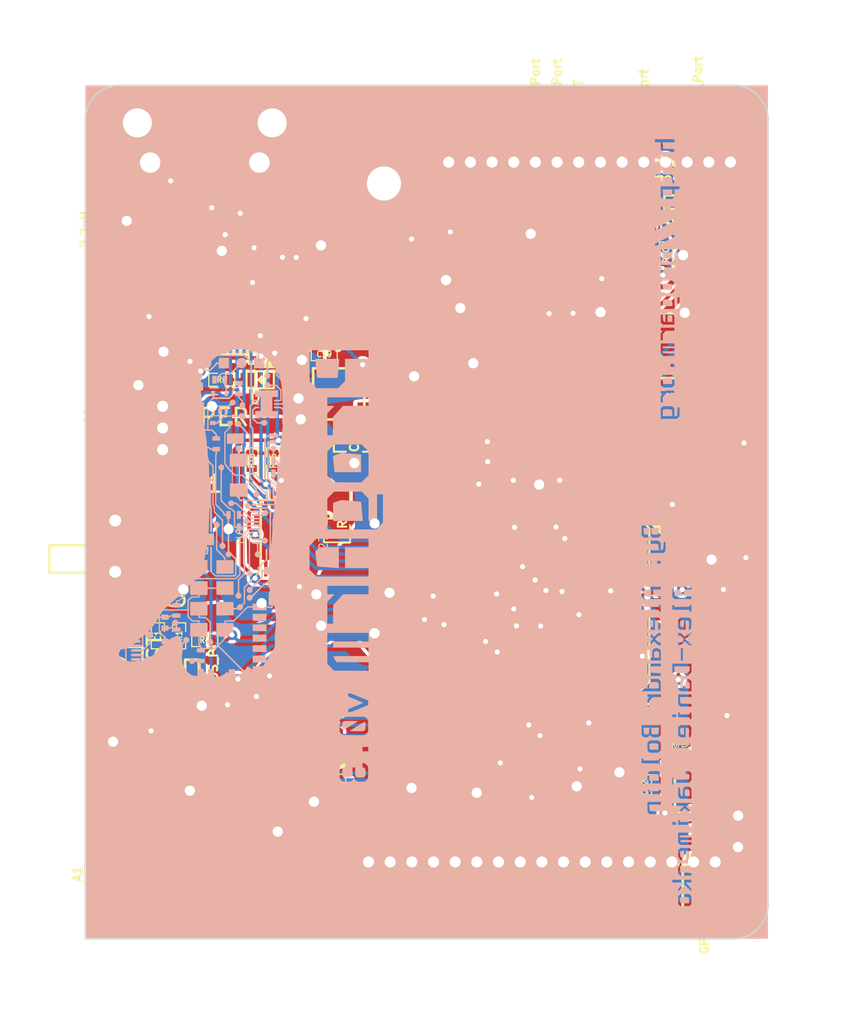
<source format=kicad_pcb>
(kicad_pcb (version 3) (host pcbnew "(2013-07-07 BZR 4022)-stable")
  (title_block (title ProgArm) (rev 0.3) (comment 1 "Under GNU General Public License (either version 3 of the License, or any later version)") (comment 2 "                 and Alex-Daniel Jakimenko <alex.jakimenko@gmail.com>") (comment 3 "Copyright (C)  2014 Alexandr Boldin <boldin.alexandr@gmail.com>") (comment 4 "This file is part of ProgArm."))
  (layers (15 F.Cu signal) (0 B.Cu signal hide) (18 B.Paste user) (19 F.Paste user) (20 B.SilkS user hide) (21 F.SilkS user) (22 B.Mask user) (23 F.Mask user) (28 Edge.Cuts user))
  (net 0 "")
  (net 1 +3.3V)
  (net 2 +5V)
  (net 3 /BT_RXD)
  (net 4 /BT_TXD)
  (net 5 /I2C_SCL)
  (net 6 /I2C_SDA)
  (net 7 /LED_B_OUT)
  (net 8 /LED_G_OUT)
  (net 9 /LED_IR_OUT)
  (net 10 /LED_R_OUT)
  (net 11 /RING_BTN1_OUT)
  (net 12 /SPI_MISO)
  (net 13 /SPI_MOSI)
  (net 14 /SPI_NSS)
  (net 15 /SPI_SCK)
  (net 16 /~LED_B)
  (net 17 /~LED_G)
  (net 18 /~LED_R)
  (net 19 BATTERY)
  (net 20 BT_MISO)
  (net 21 BT_MOSI)
  (net 22 BT_SCK)
  (net 23 D+)
  (net 24 D-)
  (net 25 Detection+)
  (net 26 Detection-)
  (net 27 GND)
  (net 28 GPIOA_1)
  (net 29 GPIOA_2)
  (net 30 GPIOA_3)
  (net 31 GPIOA_4)
  (net 32 IN_CURRENT)
  (net 33 N-000001)
  (net 34 N-0000010)
  (net 35 N-00000102)
  (net 36 N-00000107)
  (net 37 N-00000109)
  (net 38 N-0000011)
  (net 39 N-00000116)
  (net 40 N-00000118)
  (net 41 N-00000119)
  (net 42 N-0000017)
  (net 43 N-0000018)
  (net 44 N-000002)
  (net 45 N-0000020)
  (net 46 N-0000025)
  (net 47 N-0000027)
  (net 48 N-0000028)
  (net 49 N-000003)
  (net 50 N-0000033)
  (net 51 N-0000034)
  (net 52 N-0000035)
  (net 53 N-0000036)
  (net 54 N-0000037)
  (net 55 N-0000038)
  (net 56 N-000004)
  (net 57 N-0000040)
  (net 58 N-0000042)
  (net 59 N-000006)
  (net 60 N-0000065)
  (net 61 N-0000069)
  (net 62 N-0000070)
  (net 63 N-0000071)
  (net 64 N-0000072)
  (net 65 N-0000074)
  (net 66 N-0000076)
  (net 67 N-0000077)
  (net 68 N-0000078)
  (net 69 N-000008)
  (net 70 N-0000085)
  (net 71 N-0000087)
  (net 72 N-0000088)
  (net 73 N-0000089)
  (net 74 N-000009)
  (net 75 N-0000091)
  (net 76 N-0000092)
  (net 77 N-0000097)
  (net 78 N-0000098)
  (net 79 PORT_POWER)
  (net 80 RING_BTN1)
  (net 81 SCL)
  (net 82 SDA)
  (net 83 SWCLK)
  (net 84 SWDIO)
  (net 85 TIM1)
  (net 86 USART_RX)
  (net 87 USART_TX)
  (net 88 VCC)
  (net 89 ~GAUGE_INT)
  (net 90 ~LED_IR)
  (net 91 ~LPS_INT)
  (net 92 ~MPU_INT)
  (net 93 ~OTG_cable)
  (net 94 ~PMIC_INT)
  (net 95 ~PORT_PWR_ENABLE)
  (net 96 ~RDYN)
  (net 97 ~REQN)
  (net 98 ~RESET)
  (net 99 ~RING_BTN2)
  (net 100 ~SI_INT)
  (net 101 ~VIBRATION)
  (module 1PIN_SMD (layer F.Cu) (at 59 83)
    (fp_text reference P10 (at 0 -1.5) (layer F.SilkS) (effects (font (size 1.016 1.016) (thickness 0.254))))
    (fp_text value TXD (at 0 1.5) (layer F.SilkS) (effects (font (size 1.016 1.016) (thickness 0.254))))
    (pad 1 smd circle (at 0 0) (size 0.889 0.889) (layers F.Cu F.Paste F.SilkS F.Mask) (net 4 /BT_TXD))
  )
  (module 1PIN_SMD (layer F.Cu) (at 57.8068 80.4855)
    (fp_text reference P15 (at 0 -1.5) (layer F.SilkS) (effects (font (size 1.016 1.016) (thickness 0.254))))
    (fp_text value RXD (at 0 1.5) (layer F.SilkS) (effects (font (size 1.016 1.016) (thickness 0.254))))
    (pad 1 smd circle (at 0 0) (size 0.889 0.889) (layers F.Cu F.Paste F.Mask) (net 3 /BT_RXD))
  )
  (module vibramotor (layer F.Cu) (at 62.5 50.75 270)
    (fp_text reference M1 (at 0 3.2 270) (layer F.SilkS))
    (fp_text value MOTOR (at 0 -3.25 270) (layer F.SilkS))
    (pad 1 smd rect (at 4.9 -1.4 270) (size 1.7 1.2) (layers F.Cu F.Paste F.Mask) (net 27 GND))
    (pad 2 smd rect (at 4.9 1.4 270) (size 1.7 1.2) (layers F.Cu F.Paste F.Mask) (net 72 N-0000088))
    (pad 0 smd rect (at 0 0 270) (size 4 4.5) (layers F.Cu F.Paste F.Mask) (net 27 GND))
    (pad 0 thru_hole circle (at 0 0 270) (size 3 3) (drill 2) (layers *.Cu *.Mask F.SilkS) (net 27 GND))
  )
  (module SOT23-5 (layer F.Cu) (at 79.75 65.75 180)
    (fp_text reference U1 (at 2.19964 -0.29972 270) (layer F.SilkS) (effects (font (size 0.635 0.635) (thickness 0.127))))
    (fp_text value TPS78330 (at 0 0 180) (layer F.SilkS) (effects (font (size 0.635 0.635) (thickness 0.127))))
    (pad 1 smd rect (at -0.9525 1.27 180) (size 0.508 0.762) (layers F.Cu F.Paste F.Mask) (net 88 VCC))
    (pad 3 smd rect (at 0.9525 1.27 180) (size 0.508 0.762) (layers F.Cu F.Paste F.Mask) (net 88 VCC))
    (pad 5 smd rect (at -0.9525 -1.27 180) (size 0.508 0.762) (layers F.Cu F.Paste F.Mask) (net 62 N-0000070))
    (pad 2 smd rect (at 0 1.27 180) (size 0.508 0.762) (layers F.Cu F.Paste F.Mask) (net 27 GND))
    (pad 4 smd rect (at 0.9525 -1.27 180) (size 0.508 0.762) (layers F.Cu F.Paste F.Mask) (net 27 GND))
  )
  (module SOT-723 (layer F.Cu) (at 51.25 79.25 270)
    (fp_text reference Q1 (at 0 1.25 270) (layer F.SilkS) (effects (font (size 0.5 0.5) (thickness 0.125))))
    (fp_text value MOS_P (at 0 -1.25 270) (layer F.SilkS) (effects (font (size 0.5 0.5) (thickness 0.125))))
    (pad 1 smd rect (at -0.4 0.47 270) (size 0.27 0.52) (layers F.Cu F.Paste F.Mask) (net 98 ~RESET))
    (pad 2 smd rect (at 0.4 0.47 270) (size 0.27 0.52) (layers F.Cu F.Paste F.Mask) (net 1 +3.3V))
    (pad 3 smd rect (at 0 -0.51 270) (size 0.36 0.52) (layers F.Cu F.Paste F.Mask) (net 46 N-0000025))
  )
  (module SOT-723 (layer F.Cu) (at 69.25 88.5 180)
    (fp_text reference Q2 (at 0 1.25 180) (layer F.SilkS) (effects (font (size 0.5 0.5) (thickness 0.125))))
    (fp_text value MOS_P (at 0 -1.25 180) (layer F.SilkS) (effects (font (size 0.5 0.5) (thickness 0.125))))
    (pad 1 smd rect (at -0.4 0.47 180) (size 0.27 0.52) (layers F.Cu F.Paste F.Mask) (net 48 N-0000028))
    (pad 2 smd rect (at 0.4 0.47 180) (size 0.27 0.52) (layers F.Cu F.Paste F.Mask) (net 1 +3.3V))
    (pad 3 smd rect (at 0 -0.51 180) (size 0.36 0.52) (layers F.Cu F.Paste F.Mask) (net 79 PORT_POWER))
  )
  (module SOT-723 (layer F.Cu) (at 60.6 59.05 270)
    (fp_text reference Q8 (at 0 1.25 270) (layer F.SilkS) (effects (font (size 0.5 0.5) (thickness 0.125))))
    (fp_text value MOS_P (at 0 -1.25 270) (layer F.SilkS) (effects (font (size 0.5 0.5) (thickness 0.125))))
    (pad 1 smd rect (at -0.4 0.47 270) (size 0.27 0.52) (layers F.Cu F.Paste F.Mask) (net 39 N-00000116))
    (pad 2 smd rect (at 0.4 0.47 270) (size 0.27 0.52) (layers F.Cu F.Paste F.Mask) (net 1 +3.3V))
    (pad 3 smd rect (at 0 -0.51 270) (size 0.36 0.52) (layers F.Cu F.Paste F.Mask) (net 72 N-0000088))
  )
  (module SOT-723 (layer F.Cu) (at 81.232 53.346 180)
    (fp_text reference Q7 (at 0 1.25 180) (layer F.SilkS) (effects (font (size 0.5 0.5) (thickness 0.125))))
    (fp_text value MOS_P (at 0 -1.25 180) (layer F.SilkS) (effects (font (size 0.5 0.5) (thickness 0.125))))
    (pad 1 smd rect (at -0.4 0.47 180) (size 0.27 0.52) (layers F.Cu F.Paste F.Mask) (net 11 /RING_BTN1_OUT))
    (pad 2 smd rect (at 0.4 0.47 180) (size 0.27 0.52) (layers F.Cu F.Paste F.Mask) (net 1 +3.3V))
    (pad 3 smd rect (at 0 -0.51 180) (size 0.36 0.52) (layers F.Cu F.Paste F.Mask) (net 80 RING_BTN1))
  )
  (module SOT-723 (layer F.Cu) (at 75.932 51.846)
    (fp_text reference Q3 (at 0 1.25) (layer F.SilkS) (effects (font (size 0.5 0.5) (thickness 0.125))))
    (fp_text value MOS_P (at 0 -1.25) (layer F.SilkS) (effects (font (size 0.5 0.5) (thickness 0.125))))
    (pad 1 smd rect (at -0.4 0.47) (size 0.27 0.52) (layers F.Cu F.Paste F.Mask) (net 73 N-0000089))
    (pad 2 smd rect (at 0.4 0.47) (size 0.27 0.52) (layers F.Cu F.Paste F.Mask) (net 1 +3.3V))
    (pad 3 smd rect (at 0 -0.51) (size 0.36 0.52) (layers F.Cu F.Paste F.Mask) (net 10 /LED_R_OUT))
  )
  (module SOT-723 (layer F.Cu) (at 77.732 51.846)
    (fp_text reference Q4 (at 0 1.25) (layer F.SilkS) (effects (font (size 0.5 0.5) (thickness 0.125))))
    (fp_text value MOS_P (at 0 -1.25) (layer F.SilkS) (effects (font (size 0.5 0.5) (thickness 0.125))))
    (pad 1 smd rect (at -0.4 0.47) (size 0.27 0.52) (layers F.Cu F.Paste F.Mask) (net 78 N-0000098))
    (pad 2 smd rect (at 0.4 0.47) (size 0.27 0.52) (layers F.Cu F.Paste F.Mask) (net 1 +3.3V))
    (pad 3 smd rect (at 0 -0.51) (size 0.36 0.52) (layers F.Cu F.Paste F.Mask) (net 8 /LED_G_OUT))
  )
  (module SOT-723 (layer F.Cu) (at 79.532 51.846)
    (fp_text reference Q5 (at 0 1.25) (layer F.SilkS) (effects (font (size 0.5 0.5) (thickness 0.125))))
    (fp_text value MOS_P (at 0 -1.25) (layer F.SilkS) (effects (font (size 0.5 0.5) (thickness 0.125))))
    (pad 1 smd rect (at -0.4 0.47) (size 0.27 0.52) (layers F.Cu F.Paste F.Mask) (net 77 N-0000097))
    (pad 2 smd rect (at 0.4 0.47) (size 0.27 0.52) (layers F.Cu F.Paste F.Mask) (net 1 +3.3V))
    (pad 3 smd rect (at 0 -0.51) (size 0.36 0.52) (layers F.Cu F.Paste F.Mask) (net 7 /LED_B_OUT))
  )
  (module SOT-723 (layer F.Cu) (at 74.132 51.846)
    (fp_text reference Q6 (at 0 1.25) (layer F.SilkS) (effects (font (size 0.5 0.5) (thickness 0.125))))
    (fp_text value MOS_P (at 0 -1.25) (layer F.SilkS) (effects (font (size 0.5 0.5) (thickness 0.125))))
    (pad 1 smd rect (at -0.4 0.47) (size 0.27 0.52) (layers F.Cu F.Paste F.Mask) (net 65 N-0000074))
    (pad 2 smd rect (at 0.4 0.47) (size 0.27 0.52) (layers F.Cu F.Paste F.Mask) (net 1 +3.3V))
    (pad 3 smd rect (at 0 -0.51) (size 0.36 0.52) (layers F.Cu F.Paste F.Mask) (net 9 /LED_IR_OUT))
  )
  (module solder_jumper (layer F.Cu) (at 51.6649 66.3981)
    (fp_text reference JP1 (at 0 1.95) (layer F.SilkS))
    (fp_text value JUMPER (at 0 -1.95) (layer F.SilkS))
    (pad 1 smd rect (at -0.75 0) (size 1 1.5) (layers F.Cu F.Paste F.Mask) (net 36 N-00000107))
    (pad 2 smd rect (at 0.75 0) (size 1 1.5) (layers F.Cu F.Paste F.Mask) (net 19 BATTERY))
  )
  (module sod523 (layer F.Cu) (at 62.5 57.75 180)
    (fp_text reference D4 (at 0 -0.70104 180) (layer F.SilkS) (effects (font (size 0.29972 0.29972) (thickness 0.07112))))
    (fp_text value DIODE hide)
    (pad 2 smd rect (at 0.8509 0 180) (size 0.59944 0.8001) (layers F.Cu F.Paste F.Mask) (net 72 N-0000088))
    (pad 1 smd rect (at -0.8509 0 180) (size 0.59944 0.8001) (layers F.Cu F.Paste F.Mask) (net 27 GND))
  )
  (module smd_microswitch (layer F.Cu) (at 46.75 80 270)
    (fp_text reference SW1 hide)
    (fp_text value FW/RST (at 0 -2.4 270) (layer F.SilkS))
    (pad 1 smd rect (at -2.15 -1.075 270) (size 1.2 0.65) (layers F.Cu F.Paste F.Mask) (net 98 ~RESET))
    (pad 2 smd rect (at -2.15 1.075 270) (size 1.2 0.65) (layers F.Cu F.Paste F.Mask) (net 27 GND))
    (pad 1 smd rect (at 2.15 -1.075 270) (size 1.2 0.65) (layers F.Cu F.Paste F.Mask) (net 98 ~RESET))
    (pad 2 smd rect (at 2.15 1.075 270) (size 1.2 0.65) (layers F.Cu F.Paste F.Mask) (net 27 GND))
  )
  (module SM0805 (layer F.Cu) (at 69.9 58.35 180)
    (fp_text reference R27 (at 0 -0.3175 180) (layer F.SilkS) (effects (font (size 0.50038 0.50038) (thickness 0.10922))))
    (fp_text value 30R (at 0 0.381 180) (layer F.SilkS) (effects (font (size 0.50038 0.50038) (thickness 0.10922))))
    (pad 1 smd rect (at -0.9525 0 180) (size 0.889 1.397) (layers F.Cu F.Paste F.Mask) (net 88 VCC))
    (pad 2 smd rect (at 0.9525 0 180) (size 0.889 1.397) (layers F.Cu F.Paste F.Mask) (net 66 N-0000076))
  )
  (module SM0805 (layer F.Cu) (at 59.75 70.25 270)
    (fp_text reference R26 (at 0 -0.3175 270) (layer F.SilkS) (effects (font (size 0.50038 0.50038) (thickness 0.10922))))
    (fp_text value R (at 0 0.381 270) (layer F.SilkS) (effects (font (size 0.50038 0.50038) (thickness 0.10922))))
    (pad 1 smd rect (at -0.9525 0 270) (size 0.889 1.397) (layers F.Cu F.Paste F.Mask) (net 47 N-0000027))
    (pad 2 smd rect (at 0.9525 0 270) (size 0.889 1.397) (layers F.Cu F.Paste F.Mask) (net 27 GND))
  )
  (module SM0805 (layer F.Cu) (at 58.252 52.1052 180)
    (fp_text reference L5 (at 0 -0.3175 180) (layer F.SilkS) (effects (font (size 0.50038 0.50038) (thickness 0.10922))))
    (fp_text value Ferrite_Bead (at 0 0.381 180) (layer F.SilkS) (effects (font (size 0.50038 0.50038) (thickness 0.10922))))
    (pad 1 smd rect (at -0.9525 0 180) (size 0.889 1.397) (layers F.Cu F.Paste F.Mask) (net 2 +5V))
    (pad 2 smd rect (at 0.9525 0 180) (size 0.889 1.397) (layers F.Cu F.Paste F.Mask) (net 35 N-00000102))
  )
  (module SM0603_Capa (layer F.Cu) (at 71 55.5 90)
    (fp_text reference C29 (at 0 0 180) (layer F.SilkS) (effects (font (size 0.508 0.4572) (thickness 0.1143))))
    (fp_text value 22uF (at -1.651 0 180) (layer F.SilkS) (effects (font (size 0.508 0.4572) (thickness 0.1143))))
    (pad 1 smd rect (at -0.762 0 90) (size 0.635 1.143) (layers F.Cu F.Paste F.Mask) (net 66 N-0000076))
    (pad 2 smd rect (at 0.762 0 90) (size 0.635 1.143) (layers F.Cu F.Paste F.Mask) (net 27 GND))
  )
  (module SM0603_Capa (layer F.Cu) (at 69 55.5 90)
    (fp_text reference C27 (at 0 0 180) (layer F.SilkS) (effects (font (size 0.508 0.4572) (thickness 0.1143))))
    (fp_text value 22uF (at -1.651 0 180) (layer F.SilkS) (effects (font (size 0.508 0.4572) (thickness 0.1143))))
    (pad 1 smd rect (at -0.762 0 90) (size 0.635 1.143) (layers F.Cu F.Paste F.Mask) (net 66 N-0000076))
    (pad 2 smd rect (at 0.762 0 90) (size 0.635 1.143) (layers F.Cu F.Paste F.Mask) (net 27 GND))
  )
  (module SM0603_Capa (layer F.Cu) (at 60.7656 65.8131 180)
    (fp_text reference C14 (at 0 0 270) (layer F.SilkS) (effects (font (size 0.508 0.4572) (thickness 0.1143))))
    (fp_text value 22uF (at -1.651 0 270) (layer F.SilkS) (effects (font (size 0.508 0.4572) (thickness 0.1143))))
    (pad 1 smd rect (at -0.762 0 180) (size 0.635 1.143) (layers F.Cu F.Paste F.Mask) (net 1 +3.3V))
    (pad 2 smd rect (at 0.762 0 180) (size 0.635 1.143) (layers F.Cu F.Paste F.Mask) (net 27 GND))
  )
  (module SM0603 (layer F.Cu) (at 58.55 88.55)
    (fp_text reference L3 (at 0 0) (layer F.SilkS) (effects (font (size 0.508 0.4572) (thickness 0.1143))))
    (fp_text value 10uH hide)
    (pad 1 smd rect (at -0.762 0) (size 0.635 1.143) (layers F.Cu F.Paste F.Mask) (net 33 N-000001))
    (pad 2 smd rect (at 0.762 0) (size 0.635 1.143) (layers F.Cu F.Paste F.Mask) (net 34 N-0000010))
  )
  (module SM0402_r (layer F.Cu) (at 54.75 67 90)
    (fp_text reference R16 (at 0 0 90) (layer F.SilkS) (effects (font (size 0.35052 0.3048) (thickness 0.07112))))
    (fp_text value 10k hide)
    (pad 1 smd rect (at -0.44958 0 90) (size 0.39878 0.59944) (layers F.Cu F.Paste F.Mask) (net 81 SCL))
    (pad 2 smd rect (at 0.44958 0 90) (size 0.39878 0.59944) (layers F.Cu F.Paste F.Mask) (net 71 N-0000087))
  )
  (module SM0402_r (layer F.Cu) (at 69.25 86.75)
    (fp_text reference R13 (at 0 0) (layer F.SilkS) (effects (font (size 0.35052 0.3048) (thickness 0.07112))))
    (fp_text value 100k hide)
    (pad 1 smd rect (at -0.44958 0) (size 0.39878 0.59944) (layers F.Cu F.Paste F.Mask) (net 1 +3.3V))
    (pad 2 smd rect (at 0.44958 0) (size 0.39878 0.59944) (layers F.Cu F.Paste F.Mask) (net 48 N-0000028))
  )
  (module SM0402_r (layer F.Cu) (at 69.25 85.5)
    (fp_text reference R14 (at 0 0) (layer F.SilkS) (effects (font (size 0.35052 0.3048) (thickness 0.07112))))
    (fp_text value 300R hide)
    (pad 1 smd rect (at -0.44958 0) (size 0.39878 0.59944) (layers F.Cu F.Paste F.Mask) (net 95 ~PORT_PWR_ENABLE))
    (pad 2 smd rect (at 0.44958 0) (size 0.39878 0.59944) (layers F.Cu F.Paste F.Mask) (net 48 N-0000028))
  )
  (module SM0402_r (layer F.Cu) (at 64.25 74.25 180)
    (fp_text reference R37 (at 0 0 180) (layer F.SilkS) (effects (font (size 0.35052 0.3048) (thickness 0.07112))))
    (fp_text value 10k hide)
    (pad 1 smd rect (at -0.44958 0 180) (size 0.39878 0.59944) (layers F.Cu F.Paste F.Mask) (net 20 BT_MISO))
    (pad 2 smd rect (at 0.44958 0 180) (size 0.39878 0.59944) (layers F.Cu F.Paste F.Mask) (net 27 GND))
  )
  (module SM0402_r (layer F.Cu) (at 55.75 57.5 270)
    (fp_text reference R2 (at 0 0 270) (layer F.SilkS) (effects (font (size 0.35052 0.3048) (thickness 0.07112))))
    (fp_text value 240R hide)
    (pad 1 smd rect (at -0.44958 0 270) (size 0.39878 0.59944) (layers F.Cu F.Paste F.Mask) (net 32 IN_CURRENT))
    (pad 2 smd rect (at 0.44958 0 270) (size 0.39878 0.59944) (layers F.Cu F.Paste F.Mask) (net 27 GND))
  )
  (module SM0402_r (layer F.Cu) (at 55.75 55 270)
    (fp_text reference R11 (at 0 0 270) (layer F.SilkS) (effects (font (size 0.35052 0.3048) (thickness 0.07112))))
    (fp_text value 10k hide)
    (pad 1 smd rect (at -0.44958 0 270) (size 0.39878 0.59944) (layers F.Cu F.Paste F.Mask) (net 69 N-000008))
    (pad 2 smd rect (at 0.44958 0 270) (size 0.39878 0.59944) (layers F.Cu F.Paste F.Mask) (net 74 N-000009))
  )
  (module SM0402_r (layer F.Cu) (at 51 72.75)
    (fp_text reference R10 (at 0 0) (layer F.SilkS) (effects (font (size 0.35052 0.3048) (thickness 0.07112))))
    (fp_text value 100k hide)
    (pad 1 smd rect (at -0.44958 0) (size 0.39878 0.59944) (layers F.Cu F.Paste F.Mask) (net 50 N-0000033))
    (pad 2 smd rect (at 0.44958 0) (size 0.39878 0.59944) (layers F.Cu F.Paste F.Mask) (net 27 GND))
  )
  (module SM0402_r (layer F.Cu) (at 57 56.25 270)
    (fp_text reference R12 (at 0 0 270) (layer F.SilkS) (effects (font (size 0.35052 0.3048) (thickness 0.07112))))
    (fp_text value 10k hide)
    (pad 1 smd rect (at -0.44958 0 270) (size 0.39878 0.59944) (layers F.Cu F.Paste F.Mask) (net 74 N-000009))
    (pad 2 smd rect (at 0.44958 0 270) (size 0.39878 0.59944) (layers F.Cu F.Paste F.Mask) (net 27 GND))
  )
  (module SM0402_r (layer F.Cu) (at 56 67 90)
    (fp_text reference R15 (at 0 0 90) (layer F.SilkS) (effects (font (size 0.35052 0.3048) (thickness 0.07112))))
    (fp_text value 10k hide)
    (pad 1 smd rect (at -0.44958 0 90) (size 0.39878 0.59944) (layers F.Cu F.Paste F.Mask) (net 82 SDA))
    (pad 2 smd rect (at 0.44958 0 90) (size 0.39878 0.59944) (layers F.Cu F.Paste F.Mask) (net 71 N-0000087))
  )
  (module SM0402_r (layer F.Cu) (at 64.25 75.5 180)
    (fp_text reference R36 (at 0 0 180) (layer F.SilkS) (effects (font (size 0.35052 0.3048) (thickness 0.07112))))
    (fp_text value 10k hide)
    (pad 1 smd rect (at -0.44958 0 180) (size 0.39878 0.59944) (layers F.Cu F.Paste F.Mask) (net 21 BT_MOSI))
    (pad 2 smd rect (at 0.44958 0 180) (size 0.39878 0.59944) (layers F.Cu F.Paste F.Mask) (net 27 GND))
  )
  (module SM0402_r (layer F.Cu) (at 52 77.5)
    (fp_text reference R4 (at 0 0) (layer F.SilkS) (effects (font (size 0.35052 0.3048) (thickness 0.07112))))
    (fp_text value 33k hide)
    (pad 1 smd rect (at -0.44958 0) (size 0.39878 0.59944) (layers F.Cu F.Paste F.Mask) (net 46 N-0000025))
    (pad 2 smd rect (at 0.44958 0) (size 0.39878 0.59944) (layers F.Cu F.Paste F.Mask) (net 70 N-0000085))
  )
  (module SM0402_r (layer F.Cu) (at 53 62.25 180)
    (fp_text reference R6 (at 0 0 180) (layer F.SilkS) (effects (font (size 0.35052 0.3048) (thickness 0.07112))))
    (fp_text value R hide)
    (pad 1 smd rect (at -0.44958 0 180) (size 0.39878 0.59944) (layers F.Cu F.Paste F.Mask) (net 54 N-0000037))
    (pad 2 smd rect (at 0.44958 0 180) (size 0.39878 0.59944) (layers F.Cu F.Paste F.Mask) (net 53 N-0000036))
  )
  (module SM0402_r (layer F.Cu) (at 64.25 73 180)
    (fp_text reference R35 (at 0 0 180) (layer F.SilkS) (effects (font (size 0.35052 0.3048) (thickness 0.07112))))
    (fp_text value 10k hide)
    (pad 1 smd rect (at -0.44958 0 180) (size 0.39878 0.59944) (layers F.Cu F.Paste F.Mask) (net 22 BT_SCK))
    (pad 2 smd rect (at 0.44958 0 180) (size 0.39878 0.59944) (layers F.Cu F.Paste F.Mask) (net 27 GND))
  )
  (module SM0402_r (layer F.Cu) (at 52.7 89.1 270)
    (fp_text reference R32 (at 0 0 270) (layer F.SilkS) (effects (font (size 0.35052 0.3048) (thickness 0.07112))))
    (fp_text value 22k hide)
    (pad 1 smd rect (at -0.44958 0 270) (size 0.39878 0.59944) (layers F.Cu F.Paste F.Mask) (net 38 N-0000011))
    (pad 2 smd rect (at 0.44958 0 270) (size 0.39878 0.59944) (layers F.Cu F.Paste F.Mask) (net 27 GND))
  )
  (module SM0402_r (layer F.Cu) (at 57.25 59.5 180)
    (fp_text reference R38 (at 0 0 180) (layer F.SilkS) (effects (font (size 0.35052 0.3048) (thickness 0.07112))))
    (fp_text value 100k hide)
    (pad 1 smd rect (at -0.44958 0 180) (size 0.39878 0.59944) (layers F.Cu F.Paste F.Mask) (net 1 +3.3V))
    (pad 2 smd rect (at 0.44958 0 180) (size 0.39878 0.59944) (layers F.Cu F.Paste F.Mask) (net 93 ~OTG_cable))
  )
  (module SM0402_r (layer F.Cu) (at 77.232 54.946 270)
    (fp_text reference R19 (at 0 0 270) (layer F.SilkS) (effects (font (size 0.35052 0.3048) (thickness 0.07112))))
    (fp_text value 300R hide)
    (pad 1 smd rect (at -0.44958 0 270) (size 0.39878 0.59944) (layers F.Cu F.Paste F.Mask) (net 78 N-0000098))
    (pad 2 smd rect (at 0.44958 0 270) (size 0.39878 0.59944) (layers F.Cu F.Paste F.Mask) (net 17 /~LED_G))
  )
  (module SM0402_r (layer F.Cu) (at 75.932 53.446 180)
    (fp_text reference R22 (at 0 0 180) (layer F.SilkS) (effects (font (size 0.35052 0.3048) (thickness 0.07112))))
    (fp_text value 10k hide)
    (pad 1 smd rect (at -0.44958 0 180) (size 0.39878 0.59944) (layers F.Cu F.Paste F.Mask) (net 1 +3.3V))
    (pad 2 smd rect (at 0.44958 0 180) (size 0.39878 0.59944) (layers F.Cu F.Paste F.Mask) (net 73 N-0000089))
  )
  (module SM0402_r (layer F.Cu) (at 67.25 54.75 90)
    (fp_text reference R17 (at 0 0 90) (layer F.SilkS) (effects (font (size 0.35052 0.3048) (thickness 0.07112))))
    (fp_text value 4.7k hide)
    (pad 1 smd rect (at -0.44958 0 90) (size 0.39878 0.59944) (layers F.Cu F.Paste F.Mask) (net 1 +3.3V))
    (pad 2 smd rect (at 0.44958 0 90) (size 0.39878 0.59944) (layers F.Cu F.Paste F.Mask) (net 100 ~SI_INT))
  )
  (module SM0402_r (layer F.Cu) (at 81.25 68.25 180)
    (fp_text reference R8 (at 0 0 180) (layer F.SilkS) (effects (font (size 0.35052 0.3048) (thickness 0.07112))))
    (fp_text value 100R hide)
    (pad 1 smd rect (at -0.44958 0 180) (size 0.39878 0.59944) (layers F.Cu F.Paste F.Mask) (net 63 N-0000071))
    (pad 2 smd rect (at 0.44958 0 180) (size 0.39878 0.59944) (layers F.Cu F.Paste F.Mask) (net 62 N-0000070))
  )
  (module SM0402_r (layer F.Cu) (at 58.75 59 270)
    (fp_text reference R31 (at 0 0 270) (layer F.SilkS) (effects (font (size 0.35052 0.3048) (thickness 0.07112))))
    (fp_text value 10k hide)
    (pad 1 smd rect (at -0.44958 0 270) (size 0.39878 0.59944) (layers F.Cu F.Paste F.Mask) (net 39 N-00000116))
    (pad 2 smd rect (at 0.44958 0 270) (size 0.39878 0.59944) (layers F.Cu F.Paste F.Mask) (net 1 +3.3V))
  )
  (module SM0402_r (layer F.Cu) (at 60.1548 57.6656)
    (fp_text reference R29 (at 0 0) (layer F.SilkS) (effects (font (size 0.35052 0.3048) (thickness 0.07112))))
    (fp_text value 300R hide)
    (pad 1 smd rect (at -0.44958 0) (size 0.39878 0.59944) (layers F.Cu F.Paste F.Mask) (net 101 ~VIBRATION))
    (pad 2 smd rect (at 0.44958 0) (size 0.39878 0.59944) (layers F.Cu F.Paste F.Mask) (net 39 N-00000116))
  )
  (module SM0402_r (layer F.Cu) (at 51.5 51.4 180)
    (fp_text reference R40 (at 0 0 180) (layer F.SilkS) (effects (font (size 0.35052 0.3048) (thickness 0.07112))))
    (fp_text value 27R hide)
    (pad 1 smd rect (at -0.44958 0 180) (size 0.39878 0.59944) (layers F.Cu F.Paste F.Mask) (net 25 Detection+))
    (pad 2 smd rect (at 0.44958 0 180) (size 0.39878 0.59944) (layers F.Cu F.Paste F.Mask) (net 23 D+))
  )
  (module SM0402_r (layer F.Cu) (at 81.232 51.846 180)
    (fp_text reference R28 (at 0 0 180) (layer F.SilkS) (effects (font (size 0.35052 0.3048) (thickness 0.07112))))
    (fp_text value 100k hide)
    (pad 1 smd rect (at -0.44958 0 180) (size 0.39878 0.59944) (layers F.Cu F.Paste F.Mask) (net 11 /RING_BTN1_OUT))
    (pad 2 smd rect (at 0.44958 0 180) (size 0.39878 0.59944) (layers F.Cu F.Paste F.Mask) (net 1 +3.3V))
  )
  (module SM0402_r (layer F.Cu) (at 53.3 52.5 270)
    (fp_text reference R39 (at 0 0 270) (layer F.SilkS) (effects (font (size 0.35052 0.3048) (thickness 0.07112))))
    (fp_text value 27R hide)
    (pad 1 smd rect (at -0.44958 0 270) (size 0.39878 0.59944) (layers F.Cu F.Paste F.Mask) (net 26 Detection-))
    (pad 2 smd rect (at 0.44958 0 270) (size 0.39878 0.59944) (layers F.Cu F.Paste F.Mask) (net 24 D-))
  )
  (module SM0402_r (layer F.Cu) (at 64.75 77.35)
    (fp_text reference R9 (at 0 0) (layer F.SilkS) (effects (font (size 0.35052 0.3048) (thickness 0.07112))))
    (fp_text value 10k hide)
    (pad 1 smd rect (at -0.44958 0) (size 0.39878 0.59944) (layers F.Cu F.Paste F.Mask) (net 27 GND))
    (pad 2 smd rect (at 0.44958 0) (size 0.39878 0.59944) (layers F.Cu F.Paste F.Mask) (net 60 N-0000065))
  )
  (module SM0402_r (layer F.Cu) (at 79.032 54.946 270)
    (fp_text reference R20 (at 0 0 270) (layer F.SilkS) (effects (font (size 0.35052 0.3048) (thickness 0.07112))))
    (fp_text value 300R hide)
    (pad 1 smd rect (at -0.44958 0 270) (size 0.39878 0.59944) (layers F.Cu F.Paste F.Mask) (net 77 N-0000097))
    (pad 2 smd rect (at 0.44958 0 270) (size 0.39878 0.59944) (layers F.Cu F.Paste F.Mask) (net 16 /~LED_B))
  )
  (module SM0402_r (layer F.Cu) (at 73.582 54.946 270)
    (fp_text reference R21 (at 0 0 270) (layer F.SilkS) (effects (font (size 0.35052 0.3048) (thickness 0.07112))))
    (fp_text value 300R hide)
    (pad 1 smd rect (at -0.44958 0 270) (size 0.39878 0.59944) (layers F.Cu F.Paste F.Mask) (net 65 N-0000074))
    (pad 2 smd rect (at 0.44958 0 270) (size 0.39878 0.59944) (layers F.Cu F.Paste F.Mask) (net 90 ~LED_IR))
  )
  (module SM0402_r (layer F.Cu) (at 73 88.5 270)
    (fp_text reference R3 (at 0 0 270) (layer F.SilkS) (effects (font (size 0.35052 0.3048) (thickness 0.07112))))
    (fp_text value 4.7k hide)
    (pad 1 smd rect (at -0.44958 0 270) (size 0.39878 0.59944) (layers F.Cu F.Paste F.Mask) (net 79 PORT_POWER))
    (pad 2 smd rect (at 0.44958 0 270) (size 0.39878 0.59944) (layers F.Cu F.Paste F.Mask) (net 6 /I2C_SDA))
  )
  (module SM0402_r (layer F.Cu) (at 71.75 88.5 270)
    (fp_text reference R5 (at 0 0 270) (layer F.SilkS) (effects (font (size 0.35052 0.3048) (thickness 0.07112))))
    (fp_text value 4.7k hide)
    (pad 1 smd rect (at -0.44958 0 270) (size 0.39878 0.59944) (layers F.Cu F.Paste F.Mask) (net 79 PORT_POWER))
    (pad 2 smd rect (at 0.44958 0 270) (size 0.39878 0.59944) (layers F.Cu F.Paste F.Mask) (net 5 /I2C_SCL))
  )
  (module SM0402_r (layer F.Cu) (at 82.732 54.046 270)
    (fp_text reference R30 (at 0 0 270) (layer F.SilkS) (effects (font (size 0.35052 0.3048) (thickness 0.07112))))
    (fp_text value 100k hide)
    (pad 1 smd rect (at -0.44958 0 270) (size 0.39878 0.59944) (layers F.Cu F.Paste F.Mask) (net 27 GND))
    (pad 2 smd rect (at 0.44958 0 270) (size 0.39878 0.59944) (layers F.Cu F.Paste F.Mask) (net 80 RING_BTN1))
  )
  (module SM0402_r (layer F.Cu) (at 77.732 53.446 180)
    (fp_text reference R23 (at 0 0 180) (layer F.SilkS) (effects (font (size 0.35052 0.3048) (thickness 0.07112))))
    (fp_text value 10k hide)
    (pad 1 smd rect (at -0.44958 0 180) (size 0.39878 0.59944) (layers F.Cu F.Paste F.Mask) (net 1 +3.3V))
    (pad 2 smd rect (at 0.44958 0 180) (size 0.39878 0.59944) (layers F.Cu F.Paste F.Mask) (net 78 N-0000098))
  )
  (module SM0402_r (layer F.Cu) (at 79.532 53.446 180)
    (fp_text reference R24 (at 0 0 180) (layer F.SilkS) (effects (font (size 0.35052 0.3048) (thickness 0.07112))))
    (fp_text value 10k hide)
    (pad 1 smd rect (at -0.44958 0 180) (size 0.39878 0.59944) (layers F.Cu F.Paste F.Mask) (net 1 +3.3V))
    (pad 2 smd rect (at 0.44958 0 180) (size 0.39878 0.59944) (layers F.Cu F.Paste F.Mask) (net 77 N-0000097))
  )
  (module SM0402_r (layer F.Cu) (at 74.132 53.446 180)
    (fp_text reference R25 (at 0 0 180) (layer F.SilkS) (effects (font (size 0.35052 0.3048) (thickness 0.07112))))
    (fp_text value 10k hide)
    (pad 1 smd rect (at -0.44958 0 180) (size 0.39878 0.59944) (layers F.Cu F.Paste F.Mask) (net 1 +3.3V))
    (pad 2 smd rect (at 0.44958 0 180) (size 0.39878 0.59944) (layers F.Cu F.Paste F.Mask) (net 65 N-0000074))
  )
  (module SM0402_r (layer F.Cu) (at 72.25 84.25 270)
    (fp_text reference R34 (at 0 0 270) (layer F.SilkS) (effects (font (size 0.35052 0.3048) (thickness 0.07112))))
    (fp_text value 10k hide)
    (pad 1 smd rect (at -0.44958 0 270) (size 0.39878 0.59944) (layers F.Cu F.Paste F.Mask) (net 96 ~RDYN))
    (pad 2 smd rect (at 0.44958 0 270) (size 0.39878 0.59944) (layers F.Cu F.Paste F.Mask) (net 1 +3.3V))
  )
  (module SM0402_r (layer F.Cu) (at 49.25 79.5 90)
    (fp_text reference R7 (at 0 0 90) (layer F.SilkS) (effects (font (size 0.35052 0.3048) (thickness 0.07112))))
    (fp_text value 10k hide)
    (pad 1 smd rect (at -0.44958 0 90) (size 0.39878 0.59944) (layers F.Cu F.Paste F.Mask) (net 1 +3.3V))
    (pad 2 smd rect (at 0.44958 0 90) (size 0.39878 0.59944) (layers F.Cu F.Paste F.Mask) (net 98 ~RESET))
  )
  (module SM0402_r (layer F.Cu) (at 50.5 77.25 270)
    (fp_text reference R1 (at 0 0 270) (layer F.SilkS) (effects (font (size 0.35052 0.3048) (thickness 0.07112))))
    (fp_text value 10k hide)
    (pad 1 smd rect (at -0.44958 0 270) (size 0.39878 0.59944) (layers F.Cu F.Paste F.Mask) (net 27 GND))
    (pad 2 smd rect (at 0.44958 0 270) (size 0.39878 0.59944) (layers F.Cu F.Paste F.Mask) (net 46 N-0000025))
  )
  (module SM0402_r (layer F.Cu) (at 71 84.25 270)
    (fp_text reference R33 (at 0 0 270) (layer F.SilkS) (effects (font (size 0.35052 0.3048) (thickness 0.07112))))
    (fp_text value 10k hide)
    (pad 1 smd rect (at -0.44958 0 270) (size 0.39878 0.59944) (layers F.Cu F.Paste F.Mask) (net 97 ~REQN))
    (pad 2 smd rect (at 0.44958 0 270) (size 0.39878 0.59944) (layers F.Cu F.Paste F.Mask) (net 1 +3.3V))
  )
  (module SM0402_r (layer F.Cu) (at 75.432 54.946 270)
    (fp_text reference R18 (at 0 0 270) (layer F.SilkS) (effects (font (size 0.35052 0.3048) (thickness 0.07112))))
    (fp_text value 300R hide)
    (pad 1 smd rect (at -0.44958 0 270) (size 0.39878 0.59944) (layers F.Cu F.Paste F.Mask) (net 73 N-0000089))
    (pad 2 smd rect (at 0.44958 0 270) (size 0.39878 0.59944) (layers F.Cu F.Paste F.Mask) (net 18 /~LED_R))
  )
  (module SM0402_c (layer F.Cu) (at 67.25 56.75 270)
    (fp_text reference C21 (at 0 0 270) (layer F.SilkS) (effects (font (size 0.35052 0.3048) (thickness 0.07112))))
    (fp_text value 100nF hide)
    (pad 1 smd rect (at -0.44958 0 270) (size 0.39878 0.59944) (layers F.Cu F.Paste F.Mask) (net 1 +3.3V))
    (pad 2 smd rect (at 0.44958 0 270) (size 0.39878 0.59944) (layers F.Cu F.Paste F.Mask) (net 27 GND))
  )
  (module SM0402_c (layer F.Cu) (at 76.5 62.5 180)
    (fp_text reference C10 (at 0 0 180) (layer F.SilkS) (effects (font (size 0.35052 0.3048) (thickness 0.07112))))
    (fp_text value 6pF hide)
    (pad 1 smd rect (at -0.44958 0 180) (size 0.39878 0.59944) (layers F.Cu F.Paste F.Mask) (net 61 N-0000069))
    (pad 2 smd rect (at 0.44958 0 180) (size 0.39878 0.59944) (layers F.Cu F.Paste F.Mask) (net 27 GND))
  )
  (module SM0402_c (layer F.Cu) (at 79.25 63.25)
    (fp_text reference C5 (at 0 0) (layer F.SilkS) (effects (font (size 0.35052 0.3048) (thickness 0.07112))))
    (fp_text value 1uF hide)
    (pad 1 smd rect (at -0.44958 0) (size 0.39878 0.59944) (layers F.Cu F.Paste F.Mask) (net 88 VCC))
    (pad 2 smd rect (at 0.44958 0) (size 0.39878 0.59944) (layers F.Cu F.Paste F.Mask) (net 27 GND))
  )
  (module SM0402_c (layer F.Cu) (at 57.6 92.55 90)
    (fp_text reference C34 (at 0 0 90) (layer F.SilkS) (effects (font (size 0.35052 0.3048) (thickness 0.07112))))
    (fp_text value 12pF hide)
    (pad 1 smd rect (at -0.44958 0 90) (size 0.39878 0.59944) (layers F.Cu F.Paste F.Mask) (net 40 N-00000118))
    (pad 2 smd rect (at 0.44958 0 90) (size 0.39878 0.59944) (layers F.Cu F.Paste F.Mask) (net 27 GND))
  )
  (module SM0402_c (layer F.Cu) (at 54.1 89.5 180)
    (fp_text reference C35 (at 0 0 180) (layer F.SilkS) (effects (font (size 0.35052 0.3048) (thickness 0.07112))))
    (fp_text value 12pF hide)
    (pad 1 smd rect (at -0.44958 0 180) (size 0.39878 0.59944) (layers F.Cu F.Paste F.Mask) (net 41 N-00000119))
    (pad 2 smd rect (at 0.44958 0 180) (size 0.39878 0.59944) (layers F.Cu F.Paste F.Mask) (net 27 GND))
  )
  (module SM0402_c (layer F.Cu) (at 77.8 86.15 90)
    (fp_text reference C22 (at 0 0 90) (layer F.SilkS) (effects (font (size 0.35052 0.3048) (thickness 0.07112))))
    (fp_text value 100nF hide)
    (pad 1 smd rect (at -0.44958 0 90) (size 0.39878 0.59944) (layers F.Cu F.Paste F.Mask) (net 59 N-000006))
    (pad 2 smd rect (at 0.44958 0 90) (size 0.39878 0.59944) (layers F.Cu F.Paste F.Mask) (net 27 GND))
  )
  (module SM0402_c (layer F.Cu) (at 83.85 86.35 270)
    (fp_text reference C23 (at 0 0 270) (layer F.SilkS) (effects (font (size 0.35052 0.3048) (thickness 0.07112))))
    (fp_text value 100nF hide)
    (pad 1 smd rect (at -0.44958 0 270) (size 0.39878 0.59944) (layers F.Cu F.Paste F.Mask) (net 1 +3.3V))
    (pad 2 smd rect (at 0.44958 0 270) (size 0.39878 0.59944) (layers F.Cu F.Paste F.Mask) (net 27 GND))
  )
  (module SM0402_c (layer F.Cu) (at 57.45 90.5 270)
    (fp_text reference C32 (at 0 0 270) (layer F.SilkS) (effects (font (size 0.35052 0.3048) (thickness 0.07112))))
    (fp_text value 1uF hide)
    (pad 1 smd rect (at -0.44958 0 270) (size 0.39878 0.59944) (layers F.Cu F.Paste F.Mask) (net 37 N-00000109))
    (pad 2 smd rect (at 0.44958 0 270) (size 0.39878 0.59944) (layers F.Cu F.Paste F.Mask) (net 27 GND))
  )
  (module SM0402_c (layer F.Cu) (at 50.25 83.45 90)
    (fp_text reference C37 (at 0 0 90) (layer F.SilkS) (effects (font (size 0.35052 0.3048) (thickness 0.07112))))
    (fp_text value 2.2nF hide)
    (pad 1 smd rect (at -0.44958 0 90) (size 0.39878 0.59944) (layers F.Cu F.Paste F.Mask) (net 49 N-000003))
    (pad 2 smd rect (at 0.44958 0 90) (size 0.39878 0.59944) (layers F.Cu F.Paste F.Mask) (net 27 GND))
  )
  (module SM0402_c (layer F.Cu) (at 60.3929 87.0169)
    (fp_text reference C28 (at 0 0) (layer F.SilkS) (effects (font (size 0.35052 0.3048) (thickness 0.07112))))
    (fp_text value 4.7uF hide)
    (pad 1 smd rect (at -0.44958 0) (size 0.39878 0.59944) (layers F.Cu F.Paste F.Mask) (net 1 +3.3V))
    (pad 2 smd rect (at 0.44958 0) (size 0.39878 0.59944) (layers F.Cu F.Paste F.Mask) (net 27 GND))
  )
  (module SM0402_c (layer F.Cu) (at 59.5 85.75)
    (fp_text reference C30 (at 0 0) (layer F.SilkS) (effects (font (size 0.35052 0.3048) (thickness 0.07112))))
    (fp_text value 100nF hide)
    (pad 1 smd rect (at -0.44958 0) (size 0.39878 0.59944) (layers F.Cu F.Paste F.Mask) (net 43 N-0000018))
    (pad 2 smd rect (at 0.44958 0) (size 0.39878 0.59944) (layers F.Cu F.Paste F.Mask) (net 27 GND))
  )
  (module SM0402_c (layer F.Cu) (at 59.5 84.5)
    (fp_text reference C31 (at 0 0) (layer F.SilkS) (effects (font (size 0.35052 0.3048) (thickness 0.07112))))
    (fp_text value 33nF hide)
    (pad 1 smd rect (at -0.44958 0) (size 0.39878 0.59944) (layers F.Cu F.Paste F.Mask) (net 42 N-0000017))
    (pad 2 smd rect (at 0.44958 0) (size 0.39878 0.59944) (layers F.Cu F.Paste F.Mask) (net 27 GND))
  )
  (module SM0402_c (layer F.Cu) (at 79.25 68.25)
    (fp_text reference C9 (at 0 0) (layer F.SilkS) (effects (font (size 0.35052 0.3048) (thickness 0.07112))))
    (fp_text value 100nF hide)
    (pad 1 smd rect (at -0.44958 0) (size 0.39878 0.59944) (layers F.Cu F.Paste F.Mask) (net 27 GND))
    (pad 2 smd rect (at 0.44958 0) (size 0.39878 0.59944) (layers F.Cu F.Paste F.Mask) (net 62 N-0000070))
  )
  (module SM0402_c (layer F.Cu) (at 74.5 62.5 180)
    (fp_text reference C12 (at 0 0 180) (layer F.SilkS) (effects (font (size 0.35052 0.3048) (thickness 0.07112))))
    (fp_text value 18pF hide)
    (pad 1 smd rect (at -0.44958 0 180) (size 0.39878 0.59944) (layers F.Cu F.Paste F.Mask) (net 27 GND))
    (pad 2 smd rect (at 0.44958 0 180) (size 0.39878 0.59944) (layers F.Cu F.Paste F.Mask) (net 76 N-0000092))
  )
  (module SM0402_c (layer F.Cu) (at 55.8 51.6 90)
    (fp_text reference C36 (at 0 0 90) (layer F.SilkS) (effects (font (size 0.35052 0.3048) (thickness 0.07112))))
    (fp_text value 100nF hide)
    (pad 1 smd rect (at -0.44958 0 90) (size 0.39878 0.59944) (layers F.Cu F.Paste F.Mask) (net 35 N-00000102))
    (pad 2 smd rect (at 0.44958 0 90) (size 0.39878 0.59944) (layers F.Cu F.Paste F.Mask) (net 27 GND))
  )
  (module SM0402_c (layer F.Cu) (at 83 79.45 180)
    (fp_text reference C26 (at 0 0 180) (layer F.SilkS) (effects (font (size 0.35052 0.3048) (thickness 0.07112))))
    (fp_text value 100nF hide)
    (pad 1 smd rect (at -0.44958 0 180) (size 0.39878 0.59944) (layers F.Cu F.Paste F.Mask) (net 1 +3.3V))
    (pad 2 smd rect (at 0.44958 0 180) (size 0.39878 0.59944) (layers F.Cu F.Paste F.Mask) (net 27 GND))
  )
  (module SM0402_c (layer F.Cu) (at 49.25 77.25 90)
    (fp_text reference C1 (at 0 0 90) (layer F.SilkS) (effects (font (size 0.35052 0.3048) (thickness 0.07112))))
    (fp_text value 100nF hide)
    (pad 1 smd rect (at -0.44958 0 90) (size 0.39878 0.59944) (layers F.Cu F.Paste F.Mask) (net 98 ~RESET))
    (pad 2 smd rect (at 0.44958 0 90) (size 0.39878 0.59944) (layers F.Cu F.Paste F.Mask) (net 27 GND))
  )
  (module SM0402_c (layer F.Cu) (at 56.75 49.75 90)
    (fp_text reference C18 (at 0 0 90) (layer F.SilkS) (effects (font (size 0.35052 0.3048) (thickness 0.07112))))
    (fp_text value 100nF hide)
    (pad 1 smd rect (at -0.44958 0 90) (size 0.39878 0.59944) (layers F.Cu F.Paste F.Mask) (net 2 +5V))
    (pad 2 smd rect (at 0.44958 0 90) (size 0.39878 0.59944) (layers F.Cu F.Paste F.Mask) (net 27 GND))
  )
  (module SM0402_c (layer F.Cu) (at 74.5 61.25 180)
    (fp_text reference C11 (at 0 0 180) (layer F.SilkS) (effects (font (size 0.35052 0.3048) (thickness 0.07112))))
    (fp_text value 18pF hide)
    (pad 1 smd rect (at -0.44958 0 180) (size 0.39878 0.59944) (layers F.Cu F.Paste F.Mask) (net 27 GND))
    (pad 2 smd rect (at 0.44958 0 180) (size 0.39878 0.59944) (layers F.Cu F.Paste F.Mask) (net 75 N-0000091))
  )
  (module SM0402_c (layer F.Cu) (at 76.5 61.25 180)
    (fp_text reference C6 (at 0 0 180) (layer F.SilkS) (effects (font (size 0.35052 0.3048) (thickness 0.07112))))
    (fp_text value 6pF hide)
    (pad 1 smd rect (at -0.44958 0 180) (size 0.39878 0.59944) (layers F.Cu F.Paste F.Mask) (net 64 N-0000072))
    (pad 2 smd rect (at 0.44958 0 180) (size 0.39878 0.59944) (layers F.Cu F.Paste F.Mask) (net 27 GND))
  )
  (module SM0402_c (layer F.Cu) (at 81.25 73.75)
    (fp_text reference C4 (at 0 0) (layer F.SilkS) (effects (font (size 0.35052 0.3048) (thickness 0.07112))))
    (fp_text value 4.7uF hide)
    (pad 1 smd rect (at -0.44958 0) (size 0.39878 0.59944) (layers F.Cu F.Paste F.Mask) (net 70 N-0000085))
    (pad 2 smd rect (at 0.44958 0) (size 0.39878 0.59944) (layers F.Cu F.Paste F.Mask) (net 27 GND))
  )
  (module SM0402_c (layer F.Cu) (at 57.2318 66.5772 270)
    (fp_text reference C20 (at 0 0 270) (layer F.SilkS) (effects (font (size 0.35052 0.3048) (thickness 0.07112))))
    (fp_text value 470nF hide)
    (pad 1 smd rect (at -0.44958 0 270) (size 0.39878 0.59944) (layers F.Cu F.Paste F.Mask) (net 71 N-0000087))
    (pad 2 smd rect (at 0.44958 0 270) (size 0.39878 0.59944) (layers F.Cu F.Paste F.Mask) (net 27 GND))
  )
  (module SM0402_c (layer F.Cu) (at 57.0503 75.5369)
    (fp_text reference C25 (at 0 0) (layer F.SilkS) (effects (font (size 0.35052 0.3048) (thickness 0.07112))))
    (fp_text value 100nF hide)
    (pad 1 smd rect (at -0.44958 0) (size 0.39878 0.59944) (layers F.Cu F.Paste F.Mask) (net 36 N-00000107))
    (pad 2 smd rect (at 0.44958 0) (size 0.39878 0.59944) (layers F.Cu F.Paste F.Mask) (net 27 GND))
  )
  (module SM0402_c (layer F.Cu) (at 57.75 68 180)
    (fp_text reference C24 (at 0 0 180) (layer F.SilkS) (effects (font (size 0.35052 0.3048) (thickness 0.07112))))
    (fp_text value 100nF hide)
    (pad 1 smd rect (at -0.44958 0 180) (size 0.39878 0.59944) (layers F.Cu F.Paste F.Mask) (net 47 N-0000027))
    (pad 2 smd rect (at 0.44958 0 180) (size 0.39878 0.59944) (layers F.Cu F.Paste F.Mask) (net 27 GND))
  )
  (module SM0402_c (layer F.Cu) (at 50 62 270)
    (fp_text reference C2 (at 0 0 270) (layer F.SilkS) (effects (font (size 0.35052 0.3048) (thickness 0.07112))))
    (fp_text value 1uF hide)
    (pad 1 smd rect (at -0.44958 0 270) (size 0.39878 0.59944) (layers F.Cu F.Paste F.Mask) (net 2 +5V))
    (pad 2 smd rect (at 0.44958 0 270) (size 0.39878 0.59944) (layers F.Cu F.Paste F.Mask) (net 27 GND))
  )
  (module SM0402_c (layer F.Cu) (at 47.5178 58.7756)
    (fp_text reference C15 (at 0 0) (layer F.SilkS) (effects (font (size 0.35052 0.3048) (thickness 0.07112))))
    (fp_text value 4.7uF hide)
    (pad 1 smd rect (at -0.44958 0) (size 0.39878 0.59944) (layers F.Cu F.Paste F.Mask) (net 27 GND))
    (pad 2 smd rect (at 0.44958 0) (size 0.39878 0.59944) (layers F.Cu F.Paste F.Mask) (net 69 N-000008))
  )
  (module SM0402_c (layer F.Cu) (at 48.25 57 180)
    (fp_text reference C13 (at 0 0 180) (layer F.SilkS) (effects (font (size 0.35052 0.3048) (thickness 0.07112))))
    (fp_text value 47nF hide)
    (pad 1 smd rect (at -0.44958 0 180) (size 0.39878 0.59944) (layers F.Cu F.Paste F.Mask) (net 57 N-0000040))
    (pad 2 smd rect (at 0.44958 0 180) (size 0.39878 0.59944) (layers F.Cu F.Paste F.Mask) (net 58 N-0000042))
  )
  (module SM0402_c (layer F.Cu) (at 59 60.75)
    (fp_text reference C19 (at 0 0) (layer F.SilkS) (effects (font (size 0.35052 0.3048) (thickness 0.07112))))
    (fp_text value 100nF hide)
    (pad 1 smd rect (at -0.44958 0) (size 0.39878 0.59944) (layers F.Cu F.Paste F.Mask) (net 88 VCC))
    (pad 2 smd rect (at 0.44958 0) (size 0.39878 0.59944) (layers F.Cu F.Paste F.Mask) (net 27 GND))
  )
  (module SM0402 (layer F.Cu) (at 59.25 90.25 180)
    (fp_text reference L4 (at 0 0 180) (layer F.SilkS) (effects (font (size 0.35052 0.3048) (thickness 0.07112))))
    (fp_text value 15nH hide)
    (pad 1 smd rect (at -0.44958 0 180) (size 0.39878 0.59944) (layers F.Cu F.Paste F.Mask) (net 34 N-0000010))
    (pad 2 smd rect (at 0.44958 0 180) (size 0.39878 0.59944) (layers F.Cu F.Paste F.Mask) (net 37 N-00000109))
  )
  (module QFN32 (layer F.Cu) (at 54.7 84.75 180)
    (fp_text reference U9 (at 0 -1.016 180) (layer F.SilkS) (effects (font (size 0.762 0.762) (thickness 0.1524))))
    (fp_text value NRF8001 (at 0 3.7 180) (layer F.SilkS) (effects (font (size 0.762 0.762) (thickness 0.1524))))
    (pad 31 smd rect (at -1.24968 -2.49936 180) (size 0.254 0.762) (layers F.Cu F.Paste F.Mask) (net 27 GND))
    (pad 30 smd rect (at -0.7493 -2.49936 180) (size 0.254 0.762) (layers F.Cu F.Paste F.Mask) (net 27 GND))
    (pad 29 smd rect (at -0.24892 -2.49936 180) (size 0.254 0.762) (layers F.Cu F.Paste F.Mask) (net 37 N-00000109))
    (pad 32 smd rect (at -1.75006 -2.49936 180) (size 0.254 0.762) (layers F.Cu F.Paste F.Mask) (net 33 N-000001))
    (pad 1 smd rect (at -2.49936 -1.75006 270) (size 0.254 0.762) (layers F.Cu F.Paste F.Mask) (net 1 +3.3V))
    (pad 2 smd rect (at -2.49936 -1.24968 270) (size 0.254 0.762) (layers F.Cu F.Paste F.Mask) (net 43 N-0000018))
    (pad 3 smd rect (at -2.49936 -0.7493 270) (size 0.254 0.762) (layers F.Cu F.Paste F.Mask) (net 42 N-0000017))
    (pad 4 smd rect (at -2.49936 -0.24892 270) (size 0.254 0.762) (layers F.Cu F.Paste F.Mask))
    (pad 5 smd rect (at -2.49936 0.24892 270) (size 0.254 0.762) (layers F.Cu F.Paste F.Mask))
    (pad 6 smd rect (at -2.49936 0.7493 270) (size 0.254 0.762) (layers F.Cu F.Paste F.Mask))
    (pad 7 smd rect (at -2.49936 1.24968 270) (size 0.254 0.762) (layers F.Cu F.Paste F.Mask) (net 4 /BT_TXD))
    (pad 8 smd rect (at -2.49936 1.75006 270) (size 0.254 0.762) (layers F.Cu F.Paste F.Mask) (net 27 GND))
    (pad 16 smd rect (at 1.75006 2.49936 180) (size 0.254 0.762) (layers F.Cu F.Paste F.Mask) (net 96 ~RDYN))
    (pad 9 smd rect (at -1.75006 2.49936 180) (size 0.254 0.762) (layers F.Cu F.Paste F.Mask) (net 1 +3.3V))
    (pad 10 smd rect (at -1.24968 2.49936 180) (size 0.254 0.762) (layers F.Cu F.Paste F.Mask) (net 3 /BT_RXD))
    (pad 11 smd rect (at -0.7493 2.49936 180) (size 0.254 0.762) (layers F.Cu F.Paste F.Mask) (net 22 BT_SCK))
    (pad 12 smd rect (at -0.24892 2.49936 180) (size 0.254 0.762) (layers F.Cu F.Paste F.Mask) (net 97 ~REQN))
    (pad 13 smd rect (at 0.24892 2.49936 180) (size 0.254 0.762) (layers F.Cu F.Paste F.Mask) (net 21 BT_MOSI))
    (pad 14 smd rect (at 0.7493 2.49936 180) (size 0.254 0.762) (layers F.Cu F.Paste F.Mask) (net 20 BT_MISO))
    (pad 15 smd rect (at 1.24968 2.49936 180) (size 0.254 0.762) (layers F.Cu F.Paste F.Mask))
    (pad 17 smd rect (at 2.49936 1.75006 270) (size 0.254 0.762) (layers F.Cu F.Paste F.Mask) (net 27 GND))
    (pad 18 smd rect (at 2.49936 1.24968 270) (size 0.254 0.762) (layers F.Cu F.Paste F.Mask) (net 27 GND))
    (pad 19 smd rect (at 2.49936 0.7493 270) (size 0.254 0.762) (layers F.Cu F.Paste F.Mask) (net 98 ~RESET))
    (pad 20 smd rect (at 2.49936 0.24892 270) (size 0.254 0.762) (layers F.Cu F.Paste F.Mask) (net 49 N-000003))
    (pad 21 smd rect (at 2.49936 -0.24892 270) (size 0.254 0.762) (layers F.Cu F.Paste F.Mask) (net 44 N-000002))
    (pad 22 smd rect (at 2.49936 -0.7493 270) (size 0.254 0.762) (layers F.Cu F.Paste F.Mask) (net 56 N-000004))
    (pad 23 smd rect (at 2.49936 -1.24968 270) (size 0.254 0.762) (layers F.Cu F.Paste F.Mask) (net 27 GND))
    (pad 24 smd rect (at 2.49936 -1.75006 270) (size 0.254 0.762) (layers F.Cu F.Paste F.Mask) (net 37 N-00000109))
    (pad 25 smd rect (at 1.75006 -2.49936 180) (size 0.254 0.762) (layers F.Cu F.Paste F.Mask) (net 38 N-0000011))
    (pad 26 smd rect (at 1.24968 -2.49936 180) (size 0.254 0.762) (layers F.Cu F.Paste F.Mask) (net 37 N-00000109))
    (pad 27 smd rect (at 0.7493 -2.49936 180) (size 0.254 0.762) (layers F.Cu F.Paste F.Mask) (net 41 N-00000119))
    (pad 28 smd rect (at 0.24892 -2.49936 180) (size 0.254 0.762) (layers F.Cu F.Paste F.Mask) (net 40 N-00000118))
    (pad 0 smd rect (at 0 0 180) (size 2.99974 2.99974) (layers F.Cu F.Paste F.Mask) (net 27 GND))
  )
  (module QFN24 (layer F.Cu) (at 52 58.2733 90)
    (fp_text reference U2 (at 0 -3.81 90) (layer F.SilkS) (effects (font (size 1.00076 1.00076) (thickness 0.3048))))
    (fp_text value BQ24297 (at 0 3.81 90) (layer F.SilkS) (effects (font (size 1.00076 1.00076) (thickness 0.3048))))
    (pad 0 smd rect (at 0 0) (size 2.49936 2.49936) (layers F.Cu F.Paste F.Mask) (net 27 GND))
    (pad 1 smd oval (at -1.99898 -1.24968 90) (size 0.8001 0.24892) (layers F.Cu F.Paste F.Mask) (net 2 +5V))
    (pad 2 smd oval (at -1.99898 -0.7493 90) (size 0.8001 0.24892) (layers F.Cu F.Paste F.Mask) (net 25 Detection+))
    (pad 3 smd oval (at -1.99898 -0.24892 90) (size 0.8001 0.24892) (layers F.Cu F.Paste F.Mask) (net 26 Detection-))
    (pad 4 smd oval (at -1.99898 0.24892 90) (size 0.8001 0.24892) (layers F.Cu F.Paste F.Mask) (net 53 N-0000036))
    (pad 5 smd oval (at -1.99898 0.7493 90) (size 0.8001 0.24892) (layers F.Cu F.Paste F.Mask) (net 81 SCL))
    (pad 6 smd oval (at -1.99898 1.24968 90) (size 0.8001 0.24892) (layers F.Cu F.Paste F.Mask) (net 82 SDA))
    (pad 7 smd oval (at -1.24968 1.99898 180) (size 0.8001 0.24892) (layers F.Cu F.Paste F.Mask) (net 94 ~PMIC_INT))
    (pad 8 smd oval (at -0.7493 1.99898 180) (size 0.8001 0.24892) (layers F.Cu F.Paste F.Mask) (net 2 +5V))
    (pad 9 smd oval (at -0.24892 1.99898 180) (size 0.8001 0.24892) (layers F.Cu F.Paste F.Mask) (net 27 GND))
    (pad 10 smd oval (at 0.24892 1.99898 180) (size 0.8001 0.24892) (layers F.Cu F.Paste F.Mask) (net 32 IN_CURRENT))
    (pad 11 smd oval (at 0.7493 1.99898 180) (size 0.8001 0.24892) (layers F.Cu F.Paste F.Mask) (net 74 N-000009))
    (pad 12 smd oval (at 1.24968 1.99898 180) (size 0.8001 0.24892) (layers F.Cu F.Paste F.Mask))
    (pad 13 smd oval (at 1.99898 1.24968 270) (size 0.8001 0.24892) (layers F.Cu F.Paste F.Mask) (net 19 BATTERY))
    (pad 14 smd oval (at 1.99898 0.7493 270) (size 0.8001 0.24892) (layers F.Cu F.Paste F.Mask) (net 19 BATTERY))
    (pad 15 smd oval (at 1.99898 0.24892 270) (size 0.8001 0.24892) (layers F.Cu F.Paste F.Mask) (net 88 VCC))
    (pad 16 smd oval (at 1.99898 -0.24892 270) (size 0.8001 0.24892) (layers F.Cu F.Paste F.Mask) (net 88 VCC))
    (pad 17 smd oval (at 1.99898 -0.7493 270) (size 0.8001 0.24892) (layers F.Cu F.Paste F.Mask) (net 27 GND))
    (pad 18 smd oval (at 1.99898 -1.24968 270) (size 0.8001 0.24892) (layers F.Cu F.Paste F.Mask) (net 27 GND))
    (pad 19 smd oval (at 1.24968 -1.99898) (size 0.8001 0.24892) (layers F.Cu F.Paste F.Mask) (net 57 N-0000040))
    (pad 20 smd oval (at 0.7493 -1.99898) (size 0.8001 0.24892) (layers F.Cu F.Paste F.Mask) (net 57 N-0000040))
    (pad 21 smd oval (at 0.24892 -1.99898) (size 0.8001 0.24892) (layers F.Cu F.Paste F.Mask) (net 58 N-0000042))
    (pad 22 smd oval (at -0.24892 -1.99898) (size 0.8001 0.24892) (layers F.Cu F.Paste F.Mask) (net 69 N-000008))
    (pad 23 smd oval (at -0.7493 -1.99898) (size 0.8001 0.24892) (layers F.Cu F.Paste F.Mask) (net 55 N-0000038))
    (pad 24 smd oval (at -1.24968 -1.99898) (size 0.8001 0.24892) (layers F.Cu F.Paste F.Mask) (net 2 +5V))
  )
  (module QFN-10 (layer B.Cu) (at 65 60)
    (fp_text reference U7 (at 0 -1.9) (layer B.SilkS) (effects (font (size 0.5 0.5) (thickness 0.125)) (justify mirror)))
    (fp_text value SI1143 (at 0 1.8) (layer B.SilkS) (effects (font (size 0.5 0.5) (thickness 0.125)) (justify mirror)))
    (pad 1 smd rect (at -0.95 0.75) (size 0.8 0.3) (layers B.Cu B.Paste B.Mask) (net 82 SDA))
    (pad 2 smd rect (at -0.95 0.25) (size 0.8 0.3) (layers B.Cu B.Paste B.Mask) (net 81 SCL))
    (pad 3 smd rect (at -0.95 -0.25) (size 0.8 0.3) (layers B.Cu B.Paste B.Mask) (net 1 +3.3V))
    (pad 4 smd rect (at -0.95 -0.75) (size 0.8 0.3) (layers B.Cu B.Paste B.Mask) (net 100 ~SI_INT))
    (pad 5 smd rect (at 0 -0.95) (size 0.3 0.8) (layers B.Cu B.Paste B.Mask))
    (pad 6 smd rect (at 0.95 -0.75) (size 0.8 0.3) (layers B.Cu B.Paste B.Mask) (net 67 N-0000077))
    (pad 7 smd rect (at 0.95 -0.25) (size 0.8 0.3) (layers B.Cu B.Paste B.Mask) (net 1 +3.3V))
    (pad 8 smd rect (at 0.95 0.25) (size 0.8 0.3) (layers B.Cu B.Paste B.Mask) (net 27 GND))
    (pad 9 smd rect (at 0.95 0.75) (size 0.8 0.3) (layers B.Cu B.Paste B.Mask) (net 68 N-0000078))
    (pad 10 smd rect (at 0 0.95) (size 0.3 0.8) (layers B.Cu B.Paste B.Mask))
  )
  (module PIN_HEADER_1.27_6 (layer F.Cu) (at 66.04 90.5 180)
    (fp_text reference P2 (at 0 1.143 180) (layer F.SilkS) (effects (font (size 0.5 0.5) (thickness 0.125))))
    (fp_text value SPI_Port (at 0 -2.5 270) (layer F.SilkS) (effects (font (size 0.5 0.5) (thickness 0.125))))
    (pad 6 thru_hole circle (at 3.175 0 180) (size 0.95 0.95) (drill 0.65) (layers *.Cu *.Mask F.SilkS) (net 27 GND))
    (pad 5 thru_hole circle (at 1.905 0 180) (size 0.95 0.95) (drill 0.65) (layers *.Cu *.Mask F.SilkS) (net 13 /SPI_MOSI))
    (pad 4 thru_hole circle (at 0.635 0 180) (size 0.95 0.95) (drill 0.65) (layers *.Cu *.Mask F.SilkS) (net 12 /SPI_MISO))
    (pad 3 thru_hole circle (at -0.635 0 180) (size 0.95 0.95) (drill 0.65) (layers *.Cu *.Mask F.SilkS) (net 15 /SPI_SCK))
    (pad 2 thru_hole circle (at -1.905 0 180) (size 0.95 0.95) (drill 0.65) (layers *.Cu *.Mask F.SilkS) (net 14 /SPI_NSS))
    (pad 1 thru_hole circle (at -3.175 0 180) (size 0.95 0.95) (drill 0.65) (layers *.Cu *.Mask F.SilkS) (net 79 PORT_POWER))
  )
  (module PIN_HEADER_1.27_4 (layer F.Cu) (at 68.201 49.5)
    (fp_text reference P4 (at 0 1.143) (layer F.SilkS) (effects (font (size 0.5 0.5) (thickness 0.125))))
    (fp_text value SWD_Port (at 0 -2.5 90) (layer F.SilkS) (effects (font (size 0.5 0.5) (thickness 0.125))))
    (pad 4 thru_hole circle (at 1.905 0) (size 0.95 0.95) (drill 0.65) (layers *.Cu *.Mask F.SilkS) (net 27 GND))
    (pad 3 thru_hole circle (at 0.635 0) (size 0.95 0.95) (drill 0.65) (layers *.Cu *.Mask F.SilkS) (net 83 SWCLK))
    (pad 2 thru_hole circle (at -0.635 0) (size 0.95 0.95) (drill 0.65) (layers *.Cu *.Mask F.SilkS) (net 84 SWDIO))
    (pad 1 thru_hole circle (at -1.905 0) (size 0.95 0.95) (drill 0.65) (layers *.Cu *.Mask F.SilkS) (net 1 +3.3V))
  )
  (module PIN_HEADER_1.27_4 (layer F.Cu) (at 72.39 90.5 180)
    (fp_text reference P1 (at 0 1.143 180) (layer F.SilkS) (effects (font (size 0.5 0.5) (thickness 0.125))))
    (fp_text value I²C_Port (at 0 -2.5 270) (layer F.SilkS) (effects (font (size 0.5 0.5) (thickness 0.125))))
    (pad 4 thru_hole circle (at 1.905 0 180) (size 0.95 0.95) (drill 0.65) (layers *.Cu *.Mask F.SilkS) (net 27 GND))
    (pad 3 thru_hole circle (at 0.635 0 180) (size 0.95 0.95) (drill 0.65) (layers *.Cu *.Mask F.SilkS) (net 5 /I2C_SCL))
    (pad 2 thru_hole circle (at -0.635 0 180) (size 0.95 0.95) (drill 0.65) (layers *.Cu *.Mask F.SilkS) (net 6 /I2C_SDA))
    (pad 1 thru_hole circle (at -1.905 0 180) (size 0.95 0.95) (drill 0.65) (layers *.Cu *.Mask F.SilkS) (net 79 PORT_POWER))
  )
  (module PIN_HEADER_1.27_4 (layer F.Cu) (at 77.47 90.5 180)
    (fp_text reference P3 (at 0 1.143 180) (layer F.SilkS) (effects (font (size 0.5 0.5) (thickness 0.125))))
    (fp_text value UART_Port (at 0 -2.5 270) (layer F.SilkS) (effects (font (size 0.5 0.5) (thickness 0.125))))
    (pad 4 thru_hole circle (at 1.905 0 180) (size 0.95 0.95) (drill 0.65) (layers *.Cu *.Mask F.SilkS) (net 27 GND))
    (pad 3 thru_hole circle (at 0.635 0 180) (size 0.95 0.95) (drill 0.65) (layers *.Cu *.Mask F.SilkS) (net 86 USART_RX))
    (pad 2 thru_hole circle (at -0.635 0 180) (size 0.95 0.95) (drill 0.65) (layers *.Cu *.Mask F.SilkS) (net 87 USART_TX))
    (pad 1 thru_hole circle (at -1.905 0 180) (size 0.95 0.95) (drill 0.65) (layers *.Cu *.Mask F.SilkS) (net 79 PORT_POWER))
  )
  (module PIN_HEADER_1.27_3 (layer F.Cu) (at 77.726 49.5)
    (fp_text reference P9 (at 0 1.143) (layer F.SilkS) (effects (font (size 0.5 0.5) (thickness 0.125))))
    (fp_text value RING_LEDS_Port (at 0 -2.5 90) (layer F.SilkS) (effects (font (size 0.5 0.5) (thickness 0.125))))
    (pad 3 thru_hole circle (at 1.27 0) (size 0.95 0.95) (drill 0.65) (layers *.Cu *.Mask F.SilkS) (net 7 /LED_B_OUT))
    (pad 2 thru_hole circle (at 0 0) (size 0.95 0.95) (drill 0.65) (layers *.Cu *.Mask F.SilkS) (net 8 /LED_G_OUT))
    (pad 1 thru_hole circle (at -1.27 0) (size 0.95 0.95) (drill 0.65) (layers *.Cu *.Mask F.SilkS) (net 10 /LED_R_OUT))
  )
  (module PIN_HEADER_1.27_2 (layer F.Cu) (at 49.53 64.44 90)
    (fp_text reference BT1 (at 0 1.143 90) (layer F.SilkS) (effects (font (size 0.5 0.5) (thickness 0.125))))
    (fp_text value "3.7V Li-ion" (at 0 -2.5 180) (layer F.SilkS) (effects (font (size 0.5 0.5) (thickness 0.125))))
    (pad 2 thru_hole circle (at 0.635 0 90) (size 0.95 0.95) (drill 0.65) (layers *.Cu *.Mask F.SilkS) (net 47 N-0000027))
    (pad 1 thru_hole circle (at -0.635 0 90) (size 0.95 0.95) (drill 0.65) (layers *.Cu *.Mask F.SilkS) (net 36 N-00000107))
  )
  (module PIN_HEADER_1.27_2 (layer F.Cu) (at 80.901 49.5)
    (fp_text reference P16 (at 0 1.143) (layer F.SilkS) (effects (font (size 0.5 0.5) (thickness 0.125))))
    (fp_text value RING_BUTTONS_Port (at 0 -2.5 90) (layer F.SilkS) (effects (font (size 0.5 0.5) (thickness 0.125))))
    (pad 2 thru_hole circle (at 0.635 0) (size 0.95 0.95) (drill 0.65) (layers *.Cu *.Mask F.SilkS) (net 99 ~RING_BTN2))
    (pad 1 thru_hole circle (at -0.635 0) (size 0.95 0.95) (drill 0.65) (layers *.Cu *.Mask F.SilkS) (net 11 /RING_BTN1_OUT))
  )
  (module PIN_HEADER_1.27_2 (layer F.Cu) (at 81.28 90.5 180)
    (fp_text reference P5 (at 0 1.143 180) (layer F.SilkS) (effects (font (size 0.5 0.5) (thickness 0.125))))
    (fp_text value GPIOA_1_2_Port (at 0 -2.5 270) (layer F.SilkS) (effects (font (size 0.5 0.5) (thickness 0.125))))
    (pad 2 thru_hole circle (at 0.635 0 180) (size 0.95 0.95) (drill 0.65) (layers *.Cu *.Mask F.SilkS) (net 29 GPIOA_2))
    (pad 1 thru_hole circle (at -0.635 0 180) (size 0.95 0.95) (drill 0.65) (layers *.Cu *.Mask F.SilkS) (net 28 GPIOA_1))
  )
  (module PIN_HEADER_1.27_1 (layer F.Cu) (at 75.186 49.503)
    (fp_text reference P11 (at 0 1.143) (layer F.SilkS) (effects (font (size 0.5 0.5) (thickness 0.125))))
    (fp_text value RING_VCC (at 0 -2.5 90) (layer F.SilkS) (effects (font (size 0.5 0.5) (thickness 0.125))))
    (pad 1 thru_hole circle (at 0 0) (size 0.95 0.95) (drill 0.65) (layers *.Cu *.Mask F.SilkS) (net 1 +3.3V))
  )
  (module PIN_HEADER_1.27_1 (layer F.Cu) (at 72.646 49.5)
    (fp_text reference P14 (at 0 1.143) (layer F.SilkS) (effects (font (size 0.5 0.5) (thickness 0.125))))
    (fp_text value RING_GPIOA_4_Port (at 0 -2.5 90) (layer F.SilkS) (effects (font (size 0.5 0.5) (thickness 0.125))))
    (pad 1 thru_hole circle (at 0 0) (size 0.95 0.95) (drill 0.65) (layers *.Cu *.Mask F.SilkS) (net 31 GPIOA_4))
  )
  (module PIN_HEADER_1.27_1 (layer F.Cu) (at 82.806 49.5)
    (fp_text reference P12 (at 0 1.143) (layer F.SilkS) (effects (font (size 0.5 0.5) (thickness 0.125))))
    (fp_text value RING_GND (at 0 -2.5 90) (layer F.SilkS) (effects (font (size 0.5 0.5) (thickness 0.125))))
    (pad 1 thru_hole circle (at 0 0) (size 0.95 0.95) (drill 0.65) (layers *.Cu *.Mask F.SilkS) (net 27 GND))
  )
  (module PIN_HEADER_1.27_1 (layer F.Cu) (at 73.916 49.5)
    (fp_text reference P8 (at 0 1.143) (layer F.SilkS) (effects (font (size 0.5 0.5) (thickness 0.125))))
    (fp_text value RING_IR_OUT (at 0 -2.5 90) (layer F.SilkS) (effects (font (size 0.5 0.5) (thickness 0.125))))
    (pad 1 thru_hole circle (at 0 0) (size 0.95 0.95) (drill 0.65) (layers *.Cu *.Mask F.SilkS) (net 9 /LED_IR_OUT))
  )
  (module PIN_HEADER_1.27_1 (layer F.Cu) (at 61.595 90.5 180)
    (fp_text reference P6 (at 0 1.143 180) (layer F.SilkS) (effects (font (size 0.5 0.5) (thickness 0.125))))
    (fp_text value TIM1_Port (at 0 -2.5 270) (layer F.SilkS) (effects (font (size 0.5 0.5) (thickness 0.125))))
    (pad 1 thru_hole circle (at 0 0 180) (size 0.95 0.95) (drill 0.65) (layers *.Cu *.Mask F.SilkS) (net 85 TIM1))
  )
  (module PIN_HEADER_1.27_1 (layer F.Cu) (at 71.376 49.5)
    (fp_text reference P13 (at 0 1.143) (layer F.SilkS) (effects (font (size 0.5 0.5) (thickness 0.125))))
    (fp_text value RING_GPIOA_3_Port (at 0 -2.5 90) (layer F.SilkS) (effects (font (size 0.5 0.5) (thickness 0.125))))
    (pad 1 thru_hole circle (at 0 0) (size 0.95 0.95) (drill 0.65) (layers *.Cu *.Mask F.SilkS) (net 30 GPIOA_3))
  )
  (module PIN_HEADER_1.27_1 (layer F.Cu) (at 49.53 66.345 90)
    (fp_text reference P7 (at 0 1.143 90) (layer F.SilkS) (effects (font (size 0.5 0.5) (thickness 0.125))))
    (fp_text value T_SENS (at 0 -2.5 180) (layer F.SilkS) (effects (font (size 0.5 0.5) (thickness 0.125))))
    (pad 1 thru_hole circle (at 0 0 90) (size 0.95 0.95) (drill 0.65) (layers *.Cu *.Mask F.SilkS) (net 74 N-000009))
  )
  (module PAS311HR-VA6R (layer F.Cu) (at 81 60.25 180)
    (fp_text reference C7 (at 0.025 2.1 180) (layer F.SilkS) (effects (font (size 0.5 0.5) (thickness 0.05))))
    (fp_text value 0.03F (at 0 -1.85 180) (layer F.SilkS) (effects (font (size 0.5 0.5) (thickness 0.05))))
    (pad 1 smd rect (at -2.525 0 180) (size 1.1 2.4) (layers F.Cu F.Paste F.Mask) (net 63 N-0000071))
    (pad 2 smd rect (at 2.675 0 180) (size 0.7 1.9) (layers F.Cu F.Paste F.Mask) (net 27 GND))
  )
  (module microusb-hw-mc-5f-02 (layer F.Cu) (at 52 47.2 180)
    (fp_text reference P17 hide)
    (fp_text value MicroUSB (at 0 -0.2 180) (layer F.SilkS))
    (pad 1 smd rect (at -1.3 -2.675 180) (size 0.4 1.35) (layers F.Cu F.Paste F.Mask) (net 35 N-00000102))
    (pad 2 smd rect (at -0.65 -2.675 180) (size 0.4 1.35) (layers F.Cu F.Paste F.Mask) (net 26 Detection-))
    (pad 3 smd rect (at 0 -2.675 180) (size 0.4 1.35) (layers F.Cu F.Paste F.Mask) (net 25 Detection+))
    (pad 4 smd rect (at 0.65 -2.675 180) (size 0.4 1.35) (layers F.Cu F.Paste F.Mask) (net 93 ~OTG_cable))
    (pad 5 smd rect (at 1.3 -2.675 180) (size 0.4 1.35) (layers F.Cu F.Paste F.Mask) (net 27 GND))
    (pad 0 thru_hole rect (at -3.95 0 180) (size 1.9 1.9) (drill 1.7) (layers *.Cu *.Mask F.SilkS) (net 27 GND))
    (pad 0 thru_hole rect (at 3.95 0 180) (size 1.9 1.9) (drill 1.7) (layers *.Cu *.Mask F.SilkS) (net 27 GND))
    (pad 0 thru_hole rect (at 3.2 -2.325 180) (size 1.5 1.5) (drill 1.2) (layers *.Cu *.Mask F.SilkS) (net 27 GND))
    (pad 0 thru_hole rect (at -3.2 -2.325 180) (size 1.5 1.5) (drill 1.2) (layers *.Cu *.Mask F.SilkS) (net 27 GND))
  )
  (module lqfp64 (layer F.Cu) (at 73.05 75.45 180)
    (fp_text reference U4 (at 0 1.143 180) (layer F.SilkS) (effects (font (size 0.7493 0.7493) (thickness 0.14986))))
    (fp_text value STM32F103R (at 0 -1.143 180) (layer F.SilkS) (effects (font (size 0.7493 0.7493) (thickness 0.14986))))
    (pad 4 smd rect (at -2.25044 5.75056 180) (size 0.3 1.30048) (layers F.Cu F.Paste F.Mask) (net 61 N-0000069))
    (pad 5 smd rect (at -1.75006 5.75056 180) (size 0.3 1.30048) (layers F.Cu F.Paste F.Mask) (net 76 N-0000092))
    (pad 6 smd rect (at -1.24968 5.75056 180) (size 0.3 1.30048) (layers F.Cu F.Paste F.Mask) (net 75 N-0000091))
    (pad 7 smd rect (at -0.7493 5.75056 180) (size 0.3 1.30048) (layers F.Cu F.Paste F.Mask) (net 98 ~RESET))
    (pad 8 smd rect (at -0.24892 5.75056 180) (size 0.3 1.30048) (layers F.Cu F.Paste F.Mask) (net 32 IN_CURRENT))
    (pad 1 smd rect (at -3.74904 5.75056 180) (size 0.3 1.30048) (layers F.Cu F.Paste F.Mask) (net 62 N-0000070))
    (pad 2 smd rect (at -3.2512 5.75056 180) (size 0.3 1.30048) (layers F.Cu F.Paste F.Mask))
    (pad 3 smd rect (at -2.75082 5.75056 180) (size 0.3 1.30048) (layers F.Cu F.Paste F.Mask) (net 64 N-0000072))
    (pad 17 smd rect (at 5.75056 3.74904 180) (size 1.30048 0.3) (layers F.Cu F.Paste F.Mask) (net 16 /~LED_B))
    (pad 18 smd rect (at 5.75056 3.2512 180) (size 1.30048 0.3) (layers F.Cu F.Paste F.Mask) (net 27 GND))
    (pad 19 smd rect (at 5.75056 2.75082 180) (size 1.30048 0.3) (layers F.Cu F.Paste F.Mask) (net 1 +3.3V))
    (pad 20 smd rect (at 5.75056 2.25044 180) (size 1.30048 0.3) (layers F.Cu F.Paste F.Mask) (net 31 GPIOA_4))
    (pad 21 smd rect (at 5.75056 1.75006 180) (size 1.30048 0.3) (layers F.Cu F.Paste F.Mask) (net 22 BT_SCK))
    (pad 22 smd rect (at 5.75056 1.24968 180) (size 1.30048 0.3) (layers F.Cu F.Paste F.Mask) (net 20 BT_MISO))
    (pad 23 smd rect (at 5.75056 0.7493 180) (size 1.30048 0.3) (layers F.Cu F.Paste F.Mask) (net 21 BT_MOSI))
    (pad 24 smd rect (at 5.75056 0.24892 180) (size 1.30048 0.3) (layers F.Cu F.Paste F.Mask) (net 30 GPIOA_3))
    (pad 33 smd rect (at 3.74904 -5.75056 180) (size 0.3 1.30048) (layers F.Cu F.Paste F.Mask) (net 14 /SPI_NSS))
    (pad 34 smd rect (at 3.2512 -5.75056 180) (size 0.3 1.30048) (layers F.Cu F.Paste F.Mask) (net 15 /SPI_SCK))
    (pad 35 smd rect (at 2.75082 -5.75056 180) (size 0.3 1.30048) (layers F.Cu F.Paste F.Mask) (net 12 /SPI_MISO))
    (pad 36 smd rect (at 2.25044 -5.75056 180) (size 0.3 1.30048) (layers F.Cu F.Paste F.Mask) (net 13 /SPI_MOSI))
    (pad 37 smd rect (at 1.75006 -5.75056 180) (size 0.3 1.30048) (layers F.Cu F.Paste F.Mask) (net 97 ~REQN))
    (pad 38 smd rect (at 1.24968 -5.75056 180) (size 0.3 1.30048) (layers F.Cu F.Paste F.Mask) (net 96 ~RDYN))
    (pad 39 smd rect (at 0.7493 -5.75056 180) (size 0.3 1.30048) (layers F.Cu F.Paste F.Mask) (net 89 ~GAUGE_INT))
    (pad 40 smd rect (at 0.24892 -5.75056 180) (size 0.3 1.30048) (layers F.Cu F.Paste F.Mask) (net 94 ~PMIC_INT))
    (pad 49 smd rect (at -5.75056 -3.74904 180) (size 1.30048 0.3) (layers F.Cu F.Paste F.Mask) (net 83 SWCLK))
    (pad 50 smd rect (at -5.75056 -3.2512 180) (size 1.30048 0.3) (layers F.Cu F.Paste F.Mask))
    (pad 51 smd rect (at -5.75056 -2.75082 180) (size 1.30048 0.3) (layers F.Cu F.Paste F.Mask) (net 92 ~MPU_INT))
    (pad 52 smd rect (at -5.75056 -2.25044 180) (size 1.30048 0.3) (layers F.Cu F.Paste F.Mask) (net 91 ~LPS_INT))
    (pad 53 smd rect (at -5.75056 -1.75006 180) (size 1.30048 0.3) (layers F.Cu F.Paste F.Mask) (net 100 ~SI_INT))
    (pad 54 smd rect (at -5.75056 -1.24968 180) (size 1.30048 0.3) (layers F.Cu F.Paste F.Mask))
    (pad 55 smd rect (at -5.75056 -0.7493 180) (size 1.30048 0.3) (layers F.Cu F.Paste F.Mask))
    (pad 56 smd rect (at -5.75056 -0.24892 180) (size 1.30048 0.3) (layers F.Cu F.Paste F.Mask))
    (pad 9 smd rect (at 0.24892 5.75056 180) (size 0.3 1.30048) (layers F.Cu F.Paste F.Mask) (net 99 ~RING_BTN2))
    (pad 10 smd rect (at 0.7493 5.75056 180) (size 0.3 1.30048) (layers F.Cu F.Paste F.Mask) (net 28 GPIOA_1))
    (pad 11 smd rect (at 1.24968 5.75056 180) (size 0.3 1.30048) (layers F.Cu F.Paste F.Mask) (net 29 GPIOA_2))
    (pad 25 smd rect (at 5.75056 -0.24892 180) (size 1.30048 0.3) (layers F.Cu F.Paste F.Mask) (net 93 ~OTG_cable))
    (pad 26 smd rect (at 5.75056 -0.7493 180) (size 1.30048 0.3) (layers F.Cu F.Paste F.Mask) (net 90 ~LED_IR))
    (pad 27 smd rect (at 5.75056 -1.24968 180) (size 1.30048 0.3) (layers F.Cu F.Paste F.Mask) (net 95 ~PORT_PWR_ENABLE))
    (pad 41 smd rect (at -0.24892 -5.75056 180) (size 0.3 1.30048) (layers F.Cu F.Paste F.Mask) (net 85 TIM1))
    (pad 42 smd rect (at -0.7493 -5.75056 180) (size 0.3 1.30048) (layers F.Cu F.Paste F.Mask) (net 87 USART_TX))
    (pad 43 smd rect (at -1.24968 -5.75056 180) (size 0.3 1.30048) (layers F.Cu F.Paste F.Mask) (net 86 USART_RX))
    (pad 57 smd rect (at -5.75056 0.24892 180) (size 1.30048 0.3) (layers F.Cu F.Paste F.Mask))
    (pad 58 smd rect (at -5.75056 0.7493 180) (size 1.30048 0.3) (layers F.Cu F.Paste F.Mask) (net 81 SCL))
    (pad 59 smd rect (at -5.75056 1.24968 180) (size 1.30048 0.3) (layers F.Cu F.Paste F.Mask) (net 82 SDA))
    (pad 12 smd rect (at 1.75006 5.75056 180) (size 0.3 1.30048) (layers F.Cu F.Paste F.Mask) (net 27 GND))
    (pad 13 smd rect (at 2.25044 5.75056 180) (size 0.3 1.30048) (layers F.Cu F.Paste F.Mask) (net 1 +3.3V))
    (pad 14 smd rect (at 2.75082 5.75056 180) (size 0.3 1.30048) (layers F.Cu F.Paste F.Mask) (net 80 RING_BTN1))
    (pad 15 smd rect (at 3.2512 5.75056 180) (size 0.3 1.30048) (layers F.Cu F.Paste F.Mask) (net 18 /~LED_R))
    (pad 16 smd rect (at 3.74904 5.75056 180) (size 0.3 1.30048) (layers F.Cu F.Paste F.Mask) (net 17 /~LED_G))
    (pad 28 smd rect (at 5.75056 -1.75006 180) (size 1.30048 0.3) (layers F.Cu F.Paste F.Mask) (net 60 N-0000065))
    (pad 29 smd rect (at 5.75056 -2.25044 180) (size 1.30048 0.3) (layers F.Cu F.Paste F.Mask) (net 5 /I2C_SCL))
    (pad 30 smd rect (at 5.75056 -2.75082 180) (size 1.30048 0.3) (layers F.Cu F.Paste F.Mask) (net 6 /I2C_SDA))
    (pad 31 smd rect (at 5.75056 -3.2512 180) (size 1.30048 0.3) (layers F.Cu F.Paste F.Mask) (net 27 GND))
    (pad 32 smd rect (at 5.75056 -3.74904 180) (size 1.30048 0.3) (layers F.Cu F.Paste F.Mask) (net 1 +3.3V))
    (pad 44 smd rect (at -1.75006 -5.75056 180) (size 0.3 1.30048) (layers F.Cu F.Paste F.Mask) (net 24 D-))
    (pad 45 smd rect (at -2.25044 -5.75056 180) (size 0.3 1.30048) (layers F.Cu F.Paste F.Mask) (net 23 D+))
    (pad 46 smd rect (at -2.75082 -5.75056 180) (size 0.3 1.30048) (layers F.Cu F.Paste F.Mask) (net 84 SWDIO))
    (pad 47 smd rect (at -3.2512 -5.75056 180) (size 0.3 1.30048) (layers F.Cu F.Paste F.Mask) (net 27 GND))
    (pad 48 smd rect (at -3.74904 -5.75056 180) (size 0.3 1.30048) (layers F.Cu F.Paste F.Mask) (net 1 +3.3V))
    (pad 60 smd rect (at -5.75056 1.75006 180) (size 1.30048 0.3) (layers F.Cu F.Paste F.Mask) (net 70 N-0000085))
    (pad 61 smd rect (at -5.75056 2.25044 180) (size 1.30048 0.3) (layers F.Cu F.Paste F.Mask) (net 101 ~VIBRATION))
    (pad 62 smd rect (at -5.75056 2.75082 180) (size 1.30048 0.3) (layers F.Cu F.Paste F.Mask))
    (pad 63 smd rect (at -5.75056 3.2512 180) (size 1.30048 0.3) (layers F.Cu F.Paste F.Mask) (net 27 GND))
    (pad 64 smd rect (at -5.75056 3.74904 180) (size 1.30048 0.3) (layers F.Cu F.Paste F.Mask) (net 1 +3.3V))
  )
  (module LPS25H (layer F.Cu) (at 82.65 77.3 270)
    (fp_text reference U8 (at 0 2 270) (layer F.SilkS) (effects (font (size 0.5 0.5) (thickness 0.05))))
    (fp_text value LPS25H (at 0 -1.825 270) (layer F.SilkS) (effects (font (size 0.5 0.5) (thickness 0.05))))
    (pad 1 smd rect (at 0.3 -0.95 270) (size 0.4 0.55) (layers F.Cu F.Paste F.Mask) (net 1 +3.3V))
    (pad 2 smd rect (at -0.3 -0.95 270) (size 0.4 0.55) (layers F.Cu F.Paste F.Mask) (net 81 SCL))
    (pad 3 smd rect (at -0.975 -0.575 270) (size 0.55 0.4) (layers F.Cu F.Paste F.Mask) (net 27 GND))
    (pad 4 smd rect (at -0.975 0.025 270) (size 0.55 0.4) (layers F.Cu F.Paste F.Mask) (net 82 SDA))
    (pad 5 smd rect (at -0.975 0.625 270) (size 0.55 0.4) (layers F.Cu F.Paste F.Mask) (net 27 GND))
    (pad 6 smd rect (at -0.3 1 270) (size 0.4 0.55) (layers F.Cu F.Paste F.Mask) (net 1 +3.3V))
    (pad 7 smd rect (at 0.3 1 270) (size 0.4 0.55) (layers F.Cu F.Paste F.Mask) (net 91 ~LPS_INT))
    (pad 8 smd rect (at 0.975 0.625 270) (size 0.55 0.4) (layers F.Cu F.Paste F.Mask) (net 27 GND))
    (pad 9 smd rect (at 0.975 0.025 270) (size 0.55 0.4) (layers F.Cu F.Paste F.Mask) (net 27 GND))
    (pad 10 smd rect (at 0.975 -0.575 270) (size 0.55 0.4) (layers F.Cu F.Paste F.Mask) (net 1 +3.3V))
  )
  (module LM3668 (layer F.Cu) (at 60.175 63.325 270)
    (fp_text reference U3 (at -0.25 3.05 270) (layer F.SilkS) (effects (font (size 0.5 0.5) (thickness 0.05))))
    (fp_text value LM3668 (at -0.25 -2.25 270) (layer F.SilkS) (effects (font (size 0.5 0.5) (thickness 0.05))))
    (pad 1 smd rect (at 0.75 -1.075 270) (size 0.2 0.6) (layers F.Cu F.Paste F.Mask) (net 1 +3.3V))
    (pad 2 smd rect (at 0.35 -1.075 270) (size 0.2 0.6) (layers F.Cu F.Paste F.Mask) (net 51 N-0000034))
    (pad 3 smd rect (at -0.05 -1.075 270) (size 0.2 0.6) (layers F.Cu F.Paste F.Mask) (net 27 GND))
    (pad 4 smd rect (at -0.45 -1.075 270) (size 0.2 0.6) (layers F.Cu F.Paste F.Mask) (net 52 N-0000035))
    (pad 5 smd rect (at -0.85 -1.075 270) (size 0.2 0.6) (layers F.Cu F.Paste F.Mask) (net 88 VCC))
    (pad 6 smd rect (at -1.25 -1.075 270) (size 0.2 0.6) (layers F.Cu F.Paste F.Mask) (net 50 N-0000033))
    (pad 7 smd rect (at -1.25 1.725 270) (size 0.2 0.6) (layers F.Cu F.Paste F.Mask) (net 88 VCC))
    (pad 8 smd rect (at -0.85 1.725 270) (size 0.2 0.6) (layers F.Cu F.Paste F.Mask) (net 27 GND))
    (pad 9 smd rect (at -0.45 1.725 270) (size 0.2 0.6) (layers F.Cu F.Paste F.Mask) (net 27 GND))
    (pad 10 smd rect (at -0.05 1.725 270) (size 0.2 0.6) (layers F.Cu F.Paste F.Mask) (net 27 GND))
    (pad 11 smd rect (at 0.35 1.725 270) (size 0.2 0.6) (layers F.Cu F.Paste F.Mask) (net 88 VCC))
    (pad 12 smd rect (at 0.75 1.725 270) (size 0.2 0.6) (layers F.Cu F.Paste F.Mask) (net 1 +3.3V))
    (pad 0 smd rect (at -0.25 0.325 270) (size 2.2 1.68) (layers F.Cu F.Paste F.Mask) (net 27 GND))
  )
  (module Led_0603 (layer B.Cu) (at 65 65 180)
    (fp_text reference D2 (at 0 1.09982 180) (layer B.SilkS) (effects (font (size 0.59944 0.59944) (thickness 0.11938)) (justify mirror)))
    (fp_text value LED (at 0 -1.19888 180) (layer B.SilkS) (effects (font (size 0.59944 0.59944) (thickness 0.11938)) (justify mirror)))
    (pad 1 smd rect (at -0.7493 0 180) (size 0.79756 0.79756) (layers B.Cu B.Paste B.Mask) (net 66 N-0000076))
    (pad 2 smd rect (at 0.7493 0 180) (size 0.79756 0.79756) (layers B.Cu B.Paste B.Mask) (net 68 N-0000078))
  )
  (module Led_0603 (layer B.Cu) (at 65 55 180)
    (fp_text reference D3 (at 0 1.09982 180) (layer B.SilkS) (effects (font (size 0.59944 0.59944) (thickness 0.11938)) (justify mirror)))
    (fp_text value LED (at 0 -1.19888 180) (layer B.SilkS) (effects (font (size 0.59944 0.59944) (thickness 0.11938)) (justify mirror)))
    (pad 1 smd rect (at -0.7493 0 180) (size 0.79756 0.79756) (layers B.Cu B.Paste B.Mask) (net 66 N-0000076))
    (pad 2 smd rect (at 0.7493 0 180) (size 0.79756 0.79756) (layers B.Cu B.Paste B.Mask) (net 67 N-0000077))
  )
  (module Led_0603 (layer F.Cu) (at 55.25 62.25 180)
    (fp_text reference D1 (at 0 -1.09982 180) (layer F.SilkS) (effects (font (size 0.59944 0.59944) (thickness 0.11938))))
    (fp_text value LED (at 0 1.19888 180) (layer F.SilkS) (effects (font (size 0.59944 0.59944) (thickness 0.11938))))
    (pad 1 smd rect (at -0.7493 0 180) (size 0.79756 0.79756) (layers F.Cu F.Paste F.Mask) (net 88 VCC))
    (pad 2 smd rect (at 0.7493 0 180) (size 0.79756 0.79756) (layers F.Cu F.Paste F.Mask) (net 54 N-0000037))
  )
  (module crystal_smd_5x3.2mm (layer F.Cu) (at 71.75 63.75 270)
    (fp_text reference X2 (at 0 -2 270) (layer F.SilkS) (effects (font (size 0.49784 0.49784) (thickness 0.09906))))
    (fp_text value 8MHz (at 0 2.1 270) (layer F.SilkS) (effects (font (size 0.49784 0.49784) (thickness 0.09906))))
    (pad 1 smd rect (at -1.85 0 270) (size 1.7 2.4) (layers F.Cu F.Paste F.Mask) (net 75 N-0000091))
    (pad 2 smd rect (at 1.85 0 270) (size 1.7 2.4) (layers F.Cu F.Paste F.Mask) (net 76 N-0000092))
  )
  (module crystal_32.768kHz_SMD (layer F.Cu) (at 75.75 65.25 90)
    (fp_text reference X1 (at 0 2 90) (layer F.SilkS) (effects (font (size 0.5 0.5) (thickness 0.05))))
    (fp_text value 32.768kHz (at 0 -1.8 90) (layer F.SilkS) (effects (font (size 0.5 0.5) (thickness 0.05))))
    (pad 1 smd rect (at -1.25 0 90) (size 1 1.8) (layers F.Cu F.Paste F.Mask) (net 64 N-0000072))
    (pad 2 smd rect (at 1.25 0 90) (size 1 1.8) (layers F.Cu F.Paste F.Mask) (net 61 N-0000069))
  )
  (module crystal_16MHz_SMD (layer F.Cu) (at 54.5 92.05 270)
    (fp_text reference X3 (at 0 2.3 270) (layer F.SilkS) (effects (font (size 0.5 0.5) (thickness 0.05))))
    (fp_text value 16MHz (at 0 -2.3 270) (layer F.SilkS) (effects (font (size 0.5 0.5) (thickness 0.05))))
    (pad 0 smd rect (at -1.06934 -0.78778 270) (size 1.4 1.2) (layers F.Cu F.Paste F.Mask) (net 27 GND))
    (pad 2 smd rect (at 1.1 -0.8 270) (size 1.4 1.2) (layers F.Cu F.Paste F.Mask) (net 40 N-00000118))
    (pad 1 smd rect (at -1.07014 0.80222 270) (size 1.4 1.2) (layers F.Cu F.Paste F.Mask) (net 41 N-00000119))
    (pad 0 smd rect (at 1.1 0.8 270) (size 1.4 1.2) (layers F.Cu F.Paste F.Mask) (net 27 GND))
  )
  (module c_tant_A (layer F.Cu) (at 58.5 48 270)
    (fp_text reference C33 (at 0.0254 -1.2954 270) (layer F.SilkS) (effects (font (size 0.50038 0.50038) (thickness 0.11938))))
    (fp_text value 47uF hide)
    (pad 1 smd rect (at 1.37414 0 270) (size 1.95072 1.50114) (layers F.Cu F.Paste F.Mask) (net 2 +5V))
    (pad 2 smd rect (at -1.37414 0 270) (size 1.95072 1.50114) (layers F.Cu F.Paste F.Mask) (net 27 GND))
  )
  (module bq27410-g1 (layer F.Cu) (at 56.625 71.375 180)
    (fp_text reference U6 (at 2.525 -0.025 270) (layer F.SilkS) (effects (font (size 0.5 0.5) (thickness 0.05))))
    (fp_text value BQ27410 (at -2.325 -0.2 270) (layer F.SilkS) (effects (font (size 0.5 0.5) (thickness 0.05))))
    (pad 1 smd circle (at 1.05 -1.65 180) (size 0.2 0.2) (layers F.Cu F.Paste F.Mask) (net 27 GND))
    (pad 2 smd circle (at 0.65 -1.65 180) (size 0.2 0.2) (layers F.Cu F.Paste F.Mask) (net 71 N-0000087))
    (pad 3 smd circle (at 0.25 -1.65 180) (size 0.2 0.2) (layers F.Cu F.Paste F.Mask) (net 88 VCC))
    (pad 12 smd circle (at 1.05 1.65 180) (size 0.2 0.2) (layers F.Cu F.Paste F.Mask) (net 89 ~GAUGE_INT))
    (pad 4 smd circle (at -0.15 -1.65 180) (size 0.2 0.2) (layers F.Cu F.Paste F.Mask) (net 36 N-00000107))
    (pad 5 smd circle (at -0.55 -1.65 180) (size 0.2 0.2) (layers F.Cu F.Paste F.Mask) (net 71 N-0000087))
    (pad 6 smd circle (at -0.95 -1.65 180) (size 0.2 0.2) (layers F.Cu F.Paste F.Mask) (net 27 GND))
    (pad 11 smd circle (at 0.65 1.65 180) (size 0.2 0.2) (layers F.Cu F.Paste F.Mask) (net 81 SCL))
    (pad 10 smd circle (at 0.25 1.65 180) (size 0.2 0.2) (layers F.Cu F.Paste F.Mask) (net 82 SDA))
    (pad 9 smd circle (at -0.15 1.65 180) (size 0.2 0.2) (layers F.Cu F.Paste F.Mask))
    (pad 8 smd circle (at -0.55 1.65 180) (size 0.2 0.2) (layers F.Cu F.Paste F.Mask) (net 27 GND))
    (pad 7 smd circle (at -0.95 1.65 180) (size 0.2 0.2) (layers F.Cu F.Paste F.Mask) (net 47 N-0000027))
    (pad 1 smd rect (at 1.05 -2.025 180) (size 0.2 0.75) (layers F.Cu F.Paste F.Mask) (net 27 GND))
    (pad 2 smd rect (at 0.65 -2.025 180) (size 0.2 0.75) (layers F.Cu F.Paste F.Mask) (net 71 N-0000087))
    (pad 3 smd rect (at 0.25 -2.025 180) (size 0.2 0.75) (layers F.Cu F.Paste F.Mask) (net 88 VCC))
    (pad 4 smd rect (at -0.15 -2.025 180) (size 0.2 0.75) (layers F.Cu F.Paste F.Mask) (net 36 N-00000107))
    (pad 5 smd rect (at -0.55 -2.025 180) (size 0.2 0.75) (layers F.Cu F.Paste F.Mask) (net 71 N-0000087))
    (pad 6 smd rect (at -0.95 -2.025 180) (size 0.2 0.75) (layers F.Cu F.Paste F.Mask) (net 27 GND))
    (pad 7 smd rect (at -0.95 2.025 180) (size 0.2 0.75) (layers F.Cu F.Paste F.Mask) (net 47 N-0000027))
    (pad 8 smd rect (at -0.55 2.025 180) (size 0.2 0.75) (layers F.Cu F.Paste F.Mask) (net 27 GND))
    (pad 9 smd rect (at -0.15 2.025 180) (size 0.2 0.75) (layers F.Cu F.Paste F.Mask))
    (pad 10 smd rect (at 0.25 2.025 180) (size 0.2 0.75) (layers F.Cu F.Paste F.Mask) (net 82 SDA))
    (pad 11 smd rect (at 0.65 2.025 180) (size 0.2 0.75) (layers F.Cu F.Paste F.Mask) (net 81 SCL))
    (pad 12 smd rect (at 1.05 2.025 180) (size 0.2 0.75) (layers F.Cu F.Paste F.Mask) (net 89 ~GAUGE_INT))
    (pad 0 smd rect (at 0.05 0 180) (size 1.95 2.45) (layers F.Cu F.Paste F.Mask) (net 27 GND))
    (pad 0 smd rect (at 1.35 -1.1 180) (size 0.675 0.25) (layers F.Cu F.Paste F.Mask) (net 27 GND))
    (pad 0 smd rect (at 1.35 1.1 180) (size 0.675 0.25) (layers F.Cu F.Paste F.Mask) (net 27 GND))
    (pad 0 smd rect (at -1.25 1.1 180) (size 0.675 0.25) (layers F.Cu F.Paste F.Mask) (net 27 GND))
    (pad 0 smd rect (at -1.25 -1.1 180) (size 0.675 0.25) (layers F.Cu F.Paste F.Mask) (net 27 GND))
  )
  (module 2450BM14A0002T (layer F.Cu) (at 48.65 85.25)
    (fp_text reference B1 (at 0 1.397) (layer F.SilkS) (effects (font (size 0.5 0.5) (thickness 0.125))))
    (fp_text value 8001_BALUN (at 0 -1.27) (layer F.SilkS) (effects (font (size 0.5 0.5) (thickness 0.125))))
    (pad 1 smd rect (at -0.5 0.425) (size 0.25 0.55) (layers F.Cu F.Paste F.Mask) (net 45 N-0000020))
    (pad 2 smd rect (at 0 0.425) (size 0.25 0.55) (layers F.Cu F.Paste F.Mask) (net 27 GND))
    (pad 3 smd rect (at 0.5 0.425) (size 0.25 0.55) (layers F.Cu F.Paste F.Mask) (net 56 N-000004))
    (pad 4 smd rect (at 0.5 -0.425) (size 0.25 0.55) (layers F.Cu F.Paste F.Mask) (net 44 N-000002))
    (pad 5 smd rect (at 0 -0.425) (size 0.25 0.55) (layers F.Cu F.Paste F.Mask) (net 49 N-000003))
    (pad 6 smd rect (at -0.5 -0.425) (size 0.25 0.55) (layers F.Cu F.Paste F.Mask))
  )
  (module 2450AT43F0100E (layer F.Cu) (at 46.3 91.2 270)
    (fp_text reference A1 (at 0 1.75 270) (layer F.SilkS) (effects (font (size 0.5 0.5) (thickness 0.125))))
    (fp_text value ANT (at 0.6 0 270) (layer F.SilkS) (effects (font (size 0.5 0.5) (thickness 0.125))))
    (pad 1 smd rect (at -2.95 0 270) (size 1.1 2.2) (layers F.Cu F.Paste F.Mask) (net 45 N-0000020))
    (pad 2 smd rect (at 2.95 0 270) (size 1.1 2.2) (layers F.Cu F.Paste F.Mask))
  )
  (module MPU9250 (layer F.Cu) (at 81.05 86.1)
    (fp_text reference U5 (at 0 2.5) (layer F.SilkS) (effects (font (size 0.5 0.5) (thickness 0.05))))
    (fp_text value MPU9250 (at 0 -2.35) (layer F.SilkS) (effects (font (size 0.5 0.5) (thickness 0.05))))
    (pad 1 smd circle (at 1 -1.3) (size 0.2 0.2) (layers F.Cu F.Paste F.Mask) (net 1 +3.3V))
    (pad 2 smd circle (at 0.6 -1.3) (size 0.2 0.2) (layers F.Cu F.Paste F.Mask))
    (pad 3 smd circle (at 0.2 -1.3) (size 0.2 0.2) (layers F.Cu F.Paste F.Mask))
    (pad 4 smd circle (at -0.2 -1.3) (size 0.2 0.2) (layers F.Cu F.Paste F.Mask))
    (pad 5 smd circle (at -0.6 -1.3) (size 0.2 0.2) (layers F.Cu F.Paste F.Mask))
    (pad 6 smd circle (at -1 -1.3) (size 0.2 0.2) (layers F.Cu F.Paste F.Mask))
    (pad 7 smd circle (at -1.3 -1) (size 0.2 0.2) (layers F.Cu F.Paste F.Mask))
    (pad 8 smd circle (at -1.3 -0.6) (size 0.2 0.2) (layers F.Cu F.Paste F.Mask) (net 1 +3.3V))
    (pad 9 smd circle (at -1.3 -0.2) (size 0.2 0.2) (layers F.Cu F.Paste F.Mask) (net 27 GND))
    (pad 10 smd circle (at -1.3 0.2) (size 0.2 0.2) (layers F.Cu F.Paste F.Mask) (net 59 N-000006))
    (pad 11 smd circle (at -1.3 0.6) (size 0.2 0.2) (layers F.Cu F.Paste F.Mask) (net 27 GND))
    (pad 12 smd circle (at -1.3 1) (size 0.2 0.2) (layers F.Cu F.Paste F.Mask) (net 92 ~MPU_INT))
    (pad 13 smd circle (at -1 1.3) (size 0.2 0.2) (layers F.Cu F.Paste F.Mask) (net 1 +3.3V))
    (pad 14 smd circle (at -0.6 1.3) (size 0.2 0.2) (layers F.Cu F.Paste F.Mask))
    (pad 15 smd circle (at -0.2 1.3) (size 0.2 0.2) (layers F.Cu F.Paste F.Mask))
    (pad 16 smd circle (at 0.2 1.3) (size 0.2 0.2) (layers F.Cu F.Paste F.Mask))
    (pad 17 smd circle (at 0.6 1.3) (size 0.2 0.2) (layers F.Cu F.Paste F.Mask))
    (pad 18 smd circle (at 1 1.3) (size 0.2 0.2) (layers F.Cu F.Paste F.Mask) (net 27 GND))
    (pad 19 smd circle (at 1.3 1) (size 0.2 0.2) (layers F.Cu F.Paste F.Mask))
    (pad 20 smd circle (at 1.3 0.6) (size 0.2 0.2) (layers F.Cu F.Paste F.Mask) (net 27 GND))
    (pad 21 smd circle (at 1.3 0.2) (size 0.2 0.2) (layers F.Cu F.Paste F.Mask))
    (pad 22 smd circle (at 1.3 -0.2) (size 0.2 0.2) (layers F.Cu F.Paste F.Mask) (net 1 +3.3V))
    (pad 23 smd circle (at 1.3 -0.6) (size 0.2 0.2) (layers F.Cu F.Paste F.Mask) (net 81 SCL))
    (pad 24 smd circle (at 1.3 -1) (size 0.2 0.2) (layers F.Cu F.Paste F.Mask) (net 82 SDA))
    (pad 1 smd rect (at 1 -1.55) (size 0.2 0.5) (layers F.Cu F.Paste F.Mask) (net 1 +3.3V))
    (pad 2 smd rect (at 0.6 -1.55) (size 0.2 0.5) (layers F.Cu F.Paste F.Mask))
    (pad 3 smd rect (at 0.2 -1.55) (size 0.2 0.5) (layers F.Cu F.Paste F.Mask))
    (pad 4 smd rect (at -0.2 -1.55) (size 0.2 0.5) (layers F.Cu F.Paste F.Mask))
    (pad 5 smd rect (at -0.6 -1.55) (size 0.2 0.5) (layers F.Cu F.Paste F.Mask))
    (pad 6 smd rect (at -1 -1.55) (size 0.2 0.5) (layers F.Cu F.Paste F.Mask))
    (pad 13 smd rect (at -1 1.55) (size 0.2 0.5) (layers F.Cu F.Paste F.Mask) (net 1 +3.3V))
    (pad 14 smd rect (at -0.6 1.55) (size 0.2 0.5) (layers F.Cu F.Paste F.Mask))
    (pad 15 smd rect (at -0.2 1.55) (size 0.2 0.5) (layers F.Cu F.Paste F.Mask))
    (pad 16 smd rect (at 0.2 1.55) (size 0.2 0.5) (layers F.Cu F.Paste F.Mask))
    (pad 17 smd rect (at 0.6 1.55) (size 0.2 0.5) (layers F.Cu F.Paste F.Mask))
    (pad 18 smd rect (at 1 1.55) (size 0.2 0.5) (layers F.Cu F.Paste F.Mask) (net 27 GND))
    (pad 7 smd rect (at -1.55 -1) (size 0.5 0.2) (layers F.Cu F.Paste F.Mask))
    (pad 8 smd rect (at -1.55 -0.6) (size 0.5 0.2) (layers F.Cu F.Paste F.Mask) (net 1 +3.3V))
    (pad 9 smd rect (at -1.55 -0.2) (size 0.5 0.2) (layers F.Cu F.Paste F.Mask) (net 27 GND))
    (pad 10 smd rect (at -1.55 0.2) (size 0.5 0.2) (layers F.Cu F.Paste F.Mask) (net 59 N-000006))
    (pad 11 smd rect (at -1.55 0.6) (size 0.5 0.2) (layers F.Cu F.Paste F.Mask) (net 27 GND))
    (pad 12 smd rect (at -1.55 1) (size 0.5 0.2) (layers F.Cu F.Paste F.Mask) (net 92 ~MPU_INT))
    (pad 19 smd rect (at 1.55 1) (size 0.5 0.2) (layers F.Cu F.Paste F.Mask))
    (pad 20 smd rect (at 1.55 0.6) (size 0.5 0.2) (layers F.Cu F.Paste F.Mask) (net 27 GND))
    (pad 21 smd rect (at 1.55 0.2) (size 0.5 0.2) (layers F.Cu F.Paste F.Mask))
    (pad 22 smd rect (at 1.55 -0.2) (size 0.5 0.2) (layers F.Cu F.Paste F.Mask) (net 1 +3.3V))
    (pad 23 smd rect (at 1.55 -0.6) (size 0.5 0.2) (layers F.Cu F.Paste F.Mask) (net 81 SCL))
    (pad 24 smd rect (at 1.55 -1) (size 0.5 0.2) (layers F.Cu F.Paste F.Mask) (net 82 SDA))
  )
  (module LQH43PB2R2M26 (layer F.Cu) (at 64.5 65 90)
    (fp_text reference L1 (at 0 2.4 90) (layer F.SilkS) (effects (font (size 0.5 0.5) (thickness 0.125))))
    (fp_text value 2.2uH (at 0 -2.3 90) (layer F.SilkS) (effects (font (size 0.5 0.5) (thickness 0.125))))
    (pad 1 smd rect (at -1.75 0 90) (size 1 3.4) (layers F.Cu F.Paste F.Mask) (net 51 N-0000034))
    (pad 2 smd rect (at 1.75 0 90) (size 1 3.4) (layers F.Cu F.Paste F.Mask) (net 52 N-0000035))
  )
  (module LQH43PB2R2M26 (layer F.Cu) (at 47.3007 53.4411 90)
    (fp_text reference L2 (at 0 2.4 90) (layer F.SilkS) (effects (font (size 0.5 0.5) (thickness 0.125))))
    (fp_text value 2.2uH (at 0 -2.3 90) (layer F.SilkS) (effects (font (size 0.5 0.5) (thickness 0.125))))
    (pad 1 smd rect (at -1.75 0 90) (size 1 3.4) (layers F.Cu F.Paste F.Mask) (net 57 N-0000040))
    (pad 2 smd rect (at 1.75 0 90) (size 1 3.4) (layers F.Cu F.Paste F.Mask) (net 88 VCC))
  )
  (module msk1103 (layer F.Cu) (at 46.75 72.75 270)
    (fp_text reference SW2 hide)
    (fp_text value ON/OFF (at 0 -3.6 270) (layer F.SilkS))
    (pad 2 smd rect (at 0 -2.15 270) (size 0.9 1.3) (layers F.Cu F.Paste F.Mask) (net 50 N-0000033))
    (pad 1 smd rect (at 1.5 -2.15 270) (size 0.9 1.3) (layers F.Cu F.Paste F.Mask) (net 88 VCC))
    (pad 3 smd rect (at -3 -2.15 270) (size 0.9 1.3) (layers F.Cu F.Paste F.Mask))
    (pad 0 smd rect (at 3.1 -1.05 270) (size 1 1) (layers F.Cu F.Paste F.Mask) (net 27 GND))
    (pad 0 smd rect (at -4.6 1.05 270) (size 1 1) (layers F.Cu F.Paste F.Mask) (net 27 GND))
    (pad 0 smd rect (at 3.1 1.05 270) (size 1 1) (layers F.Cu F.Paste F.Mask) (net 27 GND))
    (pad 0 smd rect (at -4.6 -1.05 270) (size 1 1) (layers F.Cu F.Paste F.Mask) (net 27 GND))
    (pad "" np_thru_hole oval (at -2.25 0 270) (size 0.7 0.7) (drill 0.7) (layers *.Cu *.Mask F.SilkS))
    (pad "" np_thru_hole oval (at 0.75 0 270) (size 0.7 0.7) (drill 0.7) (layers *.Cu *.Mask F.SilkS))
  )
  (module SM0603_Capa (layer F.Cu) (at 48.25 60.75 90)
    (fp_text reference C3 (at 0 0 180) (layer F.SilkS) (effects (font (size 0.508 0.4572) (thickness 0.1143))))
    (fp_text value 10uF (at -1.651 0 180) (layer F.SilkS) (effects (font (size 0.508 0.4572) (thickness 0.1143))))
    (pad 1 smd rect (at -0.762 0 90) (size 0.635 1.143) (layers F.Cu F.Paste F.Mask) (net 27 GND))
    (pad 2 smd rect (at 0.762 0 90) (size 0.635 1.143) (layers F.Cu F.Paste F.Mask) (net 55 N-0000038))
  )
  (module SM0603_Capa (layer F.Cu) (at 63 61 90)
    (fp_text reference C8 (at 0 0 180) (layer F.SilkS) (effects (font (size 0.508 0.4572) (thickness 0.1143))))
    (fp_text value 10uF (at -1.651 0 180) (layer F.SilkS) (effects (font (size 0.508 0.4572) (thickness 0.1143))))
    (pad 1 smd rect (at -0.762 0 90) (size 0.635 1.143) (layers F.Cu F.Paste F.Mask) (net 88 VCC))
    (pad 2 smd rect (at 0.762 0 90) (size 0.635 1.143) (layers F.Cu F.Paste F.Mask) (net 27 GND))
  )
  (module SM0603_Capa (layer F.Cu) (at 50.6217 52.8123 180)
    (fp_text reference C16 (at 0 0 270) (layer F.SilkS) (effects (font (size 0.508 0.4572) (thickness 0.1143))))
    (fp_text value 10uF (at -1.651 0 270) (layer F.SilkS) (effects (font (size 0.508 0.4572) (thickness 0.1143))))
    (pad 1 smd rect (at -0.762 0 180) (size 0.635 1.143) (layers F.Cu F.Paste F.Mask) (net 88 VCC))
    (pad 2 smd rect (at 0.762 0 180) (size 0.635 1.143) (layers F.Cu F.Paste F.Mask) (net 27 GND))
  )
  (module SM0603_Capa (layer F.Cu) (at 51.25 54.5 180)
    (fp_text reference C17 (at 0 0 270) (layer F.SilkS) (effects (font (size 0.508 0.4572) (thickness 0.1143))))
    (fp_text value 10uF (at -1.651 0 270) (layer F.SilkS) (effects (font (size 0.508 0.4572) (thickness 0.1143))))
    (pad 1 smd rect (at -0.762 0 180) (size 0.635 1.143) (layers F.Cu F.Paste F.Mask) (net 88 VCC))
    (pad 2 smd rect (at 0.762 0 180) (size 0.635 1.143) (layers F.Cu F.Paste F.Mask) (net 27 GND))
  )
  (module progarm_logo (layer F.Cu) (at 65 70 90)
    (fp_text reference VAL hide)
    (fp_text value REF hide)
  )
  (gr_arc (start 47 47) (end 45 47) (angle 90) (layer Edge.Cuts) (width 0.1))
  (gr_arc (start 83 93) (end 85 93) (angle 90) (layer Edge.Cuts) (width 0.1))
  (gr_arc (start 83 47) (end 83 45) (angle 90) (layer Edge.Cuts) (width 0.1))
  (gr_line (start 45 95) (end 45 47) (angle 90) (layer Edge.Cuts) (width 0.1))
  (gr_line (start 83 95) (end 45 95) (angle 90) (layer Edge.Cuts) (width 0.1))
  (gr_line (start 85 47) (end 85 93) (angle 90) (layer Edge.Cuts) (width 0.1))
  (gr_line (start 47 45) (end 83 45) (angle 90) (layer Edge.Cuts) (width 0.1))
  (segment (start 66.1357 58.3825) (end 66.1357 58.6657) (width 0.295) (layer B.Cu) (net 1))
  (segment (start 66.1357 56.4099) (end 66.1357 58.3825) (width 0.295) (layer B.Cu) (net 1))
  (segment (start 66.6976 58.8376) (end 66.64 58.78) (width 0.295) (layer B.Cu) (net 1))
  (segment (start 66.6976 59.75) (end 65.95 59.75) (width 0.295) (layer B.Cu) (net 1))
  (segment (start 66.6976 59.75) (end 66.6976 58.8376) (width 0.295) (layer B.Cu) (net 1))
  (segment (start 66.51 58.78) (end 66.64 58.78) (width 0.295) (layer B.Cu) (net 1))
  (segment (start 66.48 58.75) (end 66.51 58.78) (width 0.295) (layer B.Cu) (net 1))
  (segment (start 66.38 58.75) (end 66.48 58.75) (width 0.295) (layer B.Cu) (net 1))
  (segment (start 66.22 58.75) (end 66.38 58.75) (width 0.295) (layer B.Cu) (net 1))
  (segment (start 66.1357 58.6657) (end 66.22 58.75) (width 0.295) (layer B.Cu) (net 1))
  (segment (start 79.95 88.35) (end 79.6 88.35) (width 0.295) (layer F.Cu) (net 1))
  (via (at 60.7687 67.1277) (size 0.9) (layers F.Cu B.Cu) (net 1))
  (segment (start 61.087 66.8094) (end 60.7687 67.1277) (width 0.295) (layer F.Cu) (net 1))
  (via (at 67.9359 86.446) (size 0.9) (layers F.Cu B.Cu) (net 1))
  (via (at 51.8241 81.346) (size 0.9) (layers F.Cu B.Cu) (net 1))
  (via (at 57.6245 64.5691) (size 0.9) (layers F.Cu B.Cu) (net 1))
  (via (at 73.7929 86.0669) (size 0.9) (layers F.Cu B.Cu) (net 1))
  (via (at 58.399 86.9733) (size 0.9) (layers F.Cu B.Cu) (net 1))
  (via (at 80.0289 54.946) (size 0.9) (layers F.Cu B.Cu) (net 1))
  (via (at 57.6937 61.0899) (size 0.9) (layers F.Cu B.Cu) (net 1))
  (via (at 66.1357 56.4099) (size 0.9) (layers F.Cu B.Cu) (net 1))
  (via (at 61.9521 70.6711) (size 0.9) (layers F.Cu B.Cu) (net 1))
  (via (at 58.818 76.6594) (size 0.9) (layers F.Cu B.Cu) (net 1))
  (via (at 61.9471 77.1007) (size 0.9) (layers F.Cu B.Cu) (net 1))
  (via (at 64.1172 86.1633) (size 0.9) (layers F.Cu B.Cu) (net 1))
  (segment (start 77.119 86.0669) (end 73.7929 86.0669) (width 0.295) (layer F.Cu) (net 1))
  (segment (start 68.315 86.0669) (end 73.7929 86.0669) (width 0.295) (layer B.Cu) (net 1))
  (segment (start 67.9359 86.446) (end 68.315 86.0669) (width 0.295) (layer B.Cu) (net 1))
  (segment (start 79.5 85.5) (end 79.75 85.5) (width 0.1998) (layer F.Cu) (net 1))
  (segment (start 79.1 85.5) (end 78.75 85.15) (width 0.2) (layer F.Cu) (net 1))
  (segment (start 79.5 85.5) (end 79.1 85.5) (width 0.2) (layer F.Cu) (net 1))
  (segment (start 76.332 52.316) (end 76.332 52.9236) (width 0.295) (layer F.Cu) (net 1))
  (segment (start 76.3816 52.9732) (end 76.332 52.9236) (width 0.295) (layer F.Cu) (net 1))
  (segment (start 76.3816 53.446) (end 76.3816 52.9732) (width 0.295) (layer F.Cu) (net 1))
  (segment (start 76.3816 53.7696) (end 76.3816 53.446) (width 0.295) (layer F.Cu) (net 1))
  (segment (start 71 84.6996) (end 70.3527 84.6996) (width 0.295) (layer F.Cu) (net 1))
  (segment (start 67.9359 85.0956) (end 67.9359 86.446) (width 0.295) (layer F.Cu) (net 1))
  (segment (start 68.9878 84.0437) (end 67.9359 85.0956) (width 0.295) (layer F.Cu) (net 1))
  (segment (start 69.6968 84.0437) (end 68.9878 84.0437) (width 0.295) (layer F.Cu) (net 1))
  (segment (start 70.3527 84.6996) (end 69.6968 84.0437) (width 0.295) (layer F.Cu) (net 1))
  (segment (start 72.25 84.6996) (end 71 84.6996) (width 0.295) (layer F.Cu) (net 1))
  (segment (start 68.2399 86.75) (end 67.9359 86.446) (width 0.295) (layer F.Cu) (net 1))
  (segment (start 68.2534 86.75) (end 68.2399 86.75) (width 0.295) (layer F.Cu) (net 1))
  (segment (start 68.8004 86.75) (end 68.2534 86.75) (width 0.295) (layer F.Cu) (net 1))
  (segment (start 77.119 85.3876) (end 77.3566 85.15) (width 0.295) (layer F.Cu) (net 1))
  (segment (start 77.119 86.0669) (end 77.119 85.3876) (width 0.295) (layer F.Cu) (net 1))
  (segment (start 77.119 86.9667) (end 77.119 86.0669) (width 0.295) (layer F.Cu) (net 1))
  (segment (start 79.6 88.35) (end 78.5023 88.35) (width 0.295) (layer F.Cu) (net 1))
  (segment (start 78.5023 88.35) (end 77.119 86.9667) (width 0.295) (layer F.Cu) (net 1))
  (segment (start 56.4501 82.2506) (end 56.4501 81.522) (width 0.295) (layer F.Cu) (net 1))
  (segment (start 61.19 87.6642) (end 59.9433 87.6642) (width 0.295) (layer F.Cu) (net 1))
  (segment (start 61.4156 87.4386) (end 61.19 87.6642) (width 0.295) (layer F.Cu) (net 1))
  (segment (start 61.4156 83.5828) (end 61.4156 87.4386) (width 0.295) (layer F.Cu) (net 1))
  (segment (start 59.3548 81.522) (end 61.4156 83.5828) (width 0.295) (layer F.Cu) (net 1))
  (segment (start 56.4501 81.522) (end 59.3548 81.522) (width 0.295) (layer F.Cu) (net 1))
  (segment (start 59.9433 87.0169) (end 59.9433 87.6642) (width 0.295) (layer F.Cu) (net 1))
  (segment (start 59.9215 87.0169) (end 59.9433 87.0169) (width 0.295) (layer F.Cu) (net 1))
  (segment (start 51.8241 79.832) (end 51.8241 81.346) (width 0.295) (layer F.Cu) (net 1))
  (segment (start 57.4514 86.9733) (end 51.8241 81.346) (width 0.295) (layer B.Cu) (net 1))
  (segment (start 58.399 86.9733) (end 57.4514 86.9733) (width 0.295) (layer B.Cu) (net 1))
  (segment (start 50.962 79.832) (end 50.78 79.65) (width 0.295) (layer F.Cu) (net 1))
  (segment (start 51.8241 79.832) (end 50.962 79.832) (width 0.295) (layer F.Cu) (net 1))
  (segment (start 59.9215 87.0169) (end 59.3963 87.0169) (width 0.295) (layer F.Cu) (net 1))
  (segment (start 83.7198 71.701) (end 78.8006 71.701) (width 0.295) (layer F.Cu) (net 1))
  (segment (start 84.6423 72.6235) (end 83.7198 71.701) (width 0.295) (layer F.Cu) (net 1))
  (segment (start 84.6423 85.7554) (end 84.6423 72.6235) (width 0.295) (layer F.Cu) (net 1))
  (segment (start 84.4973 85.9004) (end 84.6423 85.7554) (width 0.295) (layer F.Cu) (net 1))
  (segment (start 57.6436 64.55) (end 57.7 64.55) (width 0.295) (layer F.Cu) (net 1))
  (segment (start 57.6245 64.5691) (end 57.6436 64.55) (width 0.295) (layer F.Cu) (net 1))
  (segment (start 60.1831 67.1277) (end 57.6245 64.5691) (width 0.295) (layer B.Cu) (net 1))
  (segment (start 60.7687 67.1277) (end 60.1831 67.1277) (width 0.295) (layer B.Cu) (net 1))
  (segment (start 79.775 88.175) (end 79.6 88.35) (width 0.2) (layer F.Cu) (net 1))
  (segment (start 63.4428 67.1277) (end 60.7687 67.1277) (width 0.295) (layer B.Cu) (net 1))
  (segment (start 64.9971 65.5734) (end 63.4428 67.1277) (width 0.295) (layer B.Cu) (net 1))
  (segment (start 64.9971 63.5604) (end 64.9971 65.5734) (width 0.295) (layer B.Cu) (net 1))
  (segment (start 66.9371 61.6204) (end 64.9971 63.5604) (width 0.295) (layer B.Cu) (net 1))
  (segment (start 66.9371 60.9529) (end 66.9371 61.6204) (width 0.295) (layer B.Cu) (net 1))
  (segment (start 67.7847 60.1053) (end 66.9371 60.9529) (width 0.295) (layer B.Cu) (net 1))
  (segment (start 67.7847 57.6907) (end 67.7847 60.1053) (width 0.295) (layer B.Cu) (net 1))
  (segment (start 66.5039 56.4099) (end 67.7847 57.6907) (width 0.295) (layer B.Cu) (net 1))
  (segment (start 66.1357 56.4099) (end 66.5039 56.4099) (width 0.295) (layer B.Cu) (net 1))
  (segment (start 61.087 65.725) (end 61.087 66.8094) (width 0.295) (layer F.Cu) (net 1))
  (segment (start 77.3566 82.756) (end 76.799 82.1984) (width 0.295) (layer F.Cu) (net 1))
  (segment (start 77.3566 85.15) (end 77.3566 82.756) (width 0.295) (layer F.Cu) (net 1))
  (segment (start 57.928 86.5023) (end 57.928 86.5001) (width 0.295) (layer F.Cu) (net 1))
  (segment (start 58.399 86.9733) (end 57.928 86.5023) (width 0.295) (layer F.Cu) (net 1))
  (segment (start 58.4426 87.0169) (end 58.399 86.9733) (width 0.295) (layer F.Cu) (net 1))
  (segment (start 59.3963 87.0169) (end 58.4426 87.0169) (width 0.295) (layer F.Cu) (net 1))
  (segment (start 57.1994 86.5001) (end 57.928 86.5001) (width 0.295) (layer F.Cu) (net 1))
  (segment (start 81.9436 83.6) (end 82.05 83.6) (width 0.295) (layer F.Cu) (net 1))
  (segment (start 80.1296 83.6) (end 81.9436 83.6) (width 0.295) (layer F.Cu) (net 1))
  (segment (start 78.75 84.9796) (end 80.1296 83.6) (width 0.295) (layer F.Cu) (net 1))
  (segment (start 78.75 85.15) (end 78.75 84.9796) (width 0.295) (layer F.Cu) (net 1))
  (segment (start 81.9436 81.6033) (end 83.4496 80.0973) (width 0.295) (layer F.Cu) (net 1))
  (segment (start 81.9436 83.6) (end 81.9436 81.6033) (width 0.295) (layer F.Cu) (net 1))
  (segment (start 83.4496 79.45) (end 83.4496 80.0973) (width 0.295) (layer F.Cu) (net 1))
  (segment (start 83.4496 79.1222) (end 83.225 78.8976) (width 0.295) (layer F.Cu) (net 1))
  (segment (start 83.4496 79.45) (end 83.4496 79.1222) (width 0.295) (layer F.Cu) (net 1))
  (segment (start 80.7824 52.2188) (end 80.832 52.2684) (width 0.295) (layer F.Cu) (net 1))
  (segment (start 80.7824 51.846) (end 80.7824 52.2188) (width 0.295) (layer F.Cu) (net 1))
  (segment (start 80.5118 52.2188) (end 80.4146 52.316) (width 0.295) (layer F.Cu) (net 1))
  (segment (start 80.7824 52.2188) (end 80.5118 52.2188) (width 0.295) (layer F.Cu) (net 1))
  (segment (start 79.932 52.316) (end 80.4146 52.316) (width 0.295) (layer F.Cu) (net 1))
  (segment (start 79.932 52.316) (end 79.932 52.9236) (width 0.295) (layer F.Cu) (net 1))
  (segment (start 79.9816 52.9732) (end 79.932 52.9236) (width 0.295) (layer F.Cu) (net 1))
  (segment (start 79.9816 53.446) (end 79.9816 52.9732) (width 0.295) (layer F.Cu) (net 1))
  (segment (start 79.9816 53.471) (end 79.9816 53.446) (width 0.295) (layer F.Cu) (net 1))
  (segment (start 80.0289 54.3459) (end 75.186 49.503) (width 0.295) (layer B.Cu) (net 1))
  (segment (start 80.0289 54.946) (end 80.0289 54.3459) (width 0.295) (layer B.Cu) (net 1))
  (segment (start 79.9816 54.946) (end 80.0289 54.946) (width 0.295) (layer F.Cu) (net 1))
  (segment (start 79.9816 54.946) (end 79.9816 54.0933) (width 0.295) (layer F.Cu) (net 1))
  (segment (start 79.9816 55.9289) (end 79.9816 54.946) (width 0.295) (layer F.Cu) (net 1))
  (segment (start 79.1059 56.8046) (end 79.9816 55.9289) (width 0.295) (layer F.Cu) (net 1))
  (segment (start 78.5519 56.8046) (end 79.1059 56.8046) (width 0.295) (layer F.Cu) (net 1))
  (segment (start 78.1816 56.4343) (end 78.5519 56.8046) (width 0.295) (layer F.Cu) (net 1))
  (segment (start 78.1816 54.0933) (end 78.1816 56.4343) (width 0.295) (layer F.Cu) (net 1))
  (segment (start 70.8022 69.702) (end 70.7996 69.6994) (width 0.295) (layer F.Cu) (net 1))
  (segment (start 70.8022 70.7099) (end 70.8022 69.702) (width 0.295) (layer F.Cu) (net 1))
  (segment (start 72.2934 72.2011) (end 70.8022 70.7099) (width 0.295) (layer F.Cu) (net 1))
  (segment (start 73.4385 72.2011) (end 72.2934 72.2011) (width 0.295) (layer F.Cu) (net 1))
  (segment (start 73.9386 71.701) (end 73.4385 72.2011) (width 0.295) (layer F.Cu) (net 1))
  (segment (start 78.8006 71.701) (end 73.9386 71.701) (width 0.295) (layer F.Cu) (net 1))
  (segment (start 76.799 81.2006) (end 76.799 82.1984) (width 0.295) (layer F.Cu) (net 1))
  (segment (start 77.3566 85.15) (end 78.75 85.15) (width 0.295) (layer F.Cu) (net 1))
  (segment (start 84.4973 87.6734) (end 84.4973 85.9004) (width 0.295) (layer F.Cu) (net 1))
  (segment (start 83.5864 88.5843) (end 84.4973 87.6734) (width 0.295) (layer F.Cu) (net 1))
  (segment (start 80.1843 88.5843) (end 83.5864 88.5843) (width 0.295) (layer F.Cu) (net 1))
  (segment (start 79.775 88.175) (end 79.95 88.35) (width 0.295) (layer F.Cu) (net 1))
  (segment (start 79.95 88.35) (end 80.1843 88.5843) (width 0.295) (layer F.Cu) (net 1))
  (segment (start 61.25 65.562) (end 61.087 65.725) (width 0.2) (layer F.Cu) (net 1))
  (segment (start 61.25 64.075) (end 61.25 65.562) (width 0.2) (layer F.Cu) (net 1))
  (segment (start 57.6996 59.5) (end 57.6996 60.1473) (width 0.295) (layer F.Cu) (net 1))
  (segment (start 80.832 52.876) (end 80.832 52.2684) (width 0.295) (layer F.Cu) (net 1))
  (segment (start 79.9816 53.471) (end 79.9816 54.0933) (width 0.295) (layer F.Cu) (net 1))
  (segment (start 83.85 85.9004) (end 84.4973 85.9004) (width 0.295) (layer F.Cu) (net 1))
  (segment (start 80.05 87.9) (end 79.775 88.175) (width 0.2) (layer F.Cu) (net 1))
  (segment (start 80.05 87.65) (end 80.05 87.9) (width 0.2) (layer F.Cu) (net 1))
  (segment (start 67.25 55.1996) (end 66.6027 55.1996) (width 0.295) (layer F.Cu) (net 1))
  (segment (start 65.7215 50.0745) (end 66.296 49.5) (width 0.295) (layer F.Cu) (net 1))
  (segment (start 65.7215 54.3184) (end 65.7215 50.0745) (width 0.295) (layer F.Cu) (net 1))
  (segment (start 66.6027 55.1996) (end 65.7215 54.3184) (width 0.295) (layer F.Cu) (net 1))
  (segment (start 67.25 55.1996) (end 67.25 56.3004) (width 0.295) (layer F.Cu) (net 1))
  (segment (start 58.75 59.4496) (end 59.3973 59.4496) (width 0.295) (layer F.Cu) (net 1))
  (segment (start 59.3977 59.45) (end 60.13 59.45) (width 0.295) (layer F.Cu) (net 1))
  (segment (start 59.3973 59.4496) (end 59.3977 59.45) (width 0.295) (layer F.Cu) (net 1))
  (segment (start 58.297 59.4496) (end 58.2466 59.5) (width 0.295) (layer F.Cu) (net 1))
  (segment (start 58.75 59.4496) (end 58.297 59.4496) (width 0.295) (layer F.Cu) (net 1))
  (segment (start 76.3816 53.7696) (end 76.3816 54.0933) (width 0.295) (layer F.Cu) (net 1))
  (segment (start 76.3816 56.1805) (end 76.3816 54.0933) (width 0.295) (layer F.Cu) (net 1))
  (segment (start 75.5482 57.0139) (end 76.3816 56.1805) (width 0.295) (layer F.Cu) (net 1))
  (segment (start 75.0221 57.0139) (end 75.5482 57.0139) (width 0.295) (layer F.Cu) (net 1))
  (segment (start 74.5816 56.5734) (end 75.0221 57.0139) (width 0.295) (layer F.Cu) (net 1))
  (segment (start 74.5816 53.8339) (end 74.5816 56.5734) (width 0.295) (layer F.Cu) (net 1))
  (segment (start 78.1816 53.446) (end 78.1816 54.0933) (width 0.295) (layer F.Cu) (net 1))
  (segment (start 58.175 64.075) (end 57.7 64.55) (width 0.2) (layer F.Cu) (net 1))
  (segment (start 58.45 64.075) (end 58.175 64.075) (width 0.2) (layer F.Cu) (net 1))
  (segment (start 80.05 87.4) (end 80.05 87.65) (width 0.2) (layer F.Cu) (net 1))
  (segment (start 82.6 85.9) (end 82.35 85.9) (width 0.2) (layer F.Cu) (net 1))
  (segment (start 82.05 84.55) (end 82.05 83.6) (width 0.2) (layer F.Cu) (net 1))
  (segment (start 82.05 84.8) (end 82.05 84.55) (width 0.1998) (layer F.Cu) (net 1))
  (segment (start 83.8496 85.9) (end 83.85 85.9004) (width 0.2) (layer F.Cu) (net 1))
  (segment (start 82.6 85.9) (end 83.8496 85.9) (width 0.2) (layer F.Cu) (net 1))
  (segment (start 83.225 78.275) (end 83.225 78.8976) (width 0.295) (layer F.Cu) (net 1))
  (segment (start 83.5476 77.6524) (end 83.6 77.6) (width 0.295) (layer F.Cu) (net 1))
  (segment (start 83.225 77.6524) (end 83.5476 77.6524) (width 0.295) (layer F.Cu) (net 1))
  (segment (start 83.225 78.275) (end 83.225 77.6524) (width 0.295) (layer F.Cu) (net 1))
  (segment (start 82.2726 77.0001) (end 82.2726 77) (width 0.295) (layer F.Cu) (net 1))
  (segment (start 82.5727 77.0001) (end 82.2726 77.0001) (width 0.295) (layer F.Cu) (net 1))
  (segment (start 83.225 77.6524) (end 82.5727 77.0001) (width 0.295) (layer F.Cu) (net 1))
  (segment (start 81.65 77) (end 82.2726 77) (width 0.295) (layer F.Cu) (net 1))
  (segment (start 50.1724 79.6745) (end 49.8973 79.9496) (width 0.295) (layer F.Cu) (net 1))
  (segment (start 50.1724 79.65) (end 50.1724 79.6745) (width 0.295) (layer F.Cu) (net 1))
  (segment (start 49.25 79.9496) (end 49.8973 79.9496) (width 0.295) (layer F.Cu) (net 1))
  (segment (start 74.532 52.316) (end 75.0146 52.316) (width 0.295) (layer F.Cu) (net 1))
  (segment (start 75.0146 49.6744) (end 75.186 49.503) (width 0.295) (layer F.Cu) (net 1))
  (segment (start 75.0146 52.316) (end 75.0146 49.6744) (width 0.295) (layer F.Cu) (net 1))
  (segment (start 74.532 52.7491) (end 74.5816 52.7987) (width 0.295) (layer F.Cu) (net 1))
  (segment (start 74.532 52.316) (end 74.532 52.7491) (width 0.295) (layer F.Cu) (net 1))
  (segment (start 74.5816 53.446) (end 74.5816 52.7987) (width 0.295) (layer F.Cu) (net 1))
  (segment (start 78.132 52.7491) (end 78.1816 52.7987) (width 0.295) (layer F.Cu) (net 1))
  (segment (start 78.132 52.316) (end 78.132 52.7491) (width 0.295) (layer F.Cu) (net 1))
  (segment (start 78.1816 53.446) (end 78.1816 52.7987) (width 0.295) (layer F.Cu) (net 1))
  (segment (start 66.2452 56.3004) (end 67.25 56.3004) (width 0.295) (layer F.Cu) (net 1))
  (segment (start 66.1357 56.4099) (end 66.2452 56.3004) (width 0.295) (layer F.Cu) (net 1))
  (segment (start 68.8255 87.4224) (end 68.8004 87.3973) (width 0.295) (layer F.Cu) (net 1))
  (segment (start 68.85 87.4224) (end 68.8255 87.4224) (width 0.295) (layer F.Cu) (net 1))
  (segment (start 68.8004 86.75) (end 68.8004 87.3973) (width 0.295) (layer F.Cu) (net 1))
  (segment (start 68.85 88.03) (end 68.85 87.4224) (width 0.295) (layer F.Cu) (net 1))
  (segment (start 50.78 79.65) (end 50.1724 79.65) (width 0.295) (layer F.Cu) (net 1))
  (segment (start 57.6996 59.5) (end 58.2466 59.5) (width 0.295) (layer F.Cu) (net 1))
  (segment (start 67.1625 48.6335) (end 66.296 49.5) (width 0.295) (layer F.Cu) (net 1))
  (segment (start 74.3165 48.6335) (end 67.1625 48.6335) (width 0.295) (layer F.Cu) (net 1))
  (segment (start 75.186 49.503) (end 74.3165 48.6335) (width 0.295) (layer F.Cu) (net 1))
  (segment (start 74.5816 53.446) (end 74.5816 53.8339) (width 0.295) (layer F.Cu) (net 1))
  (segment (start 65.3416 59.75) (end 65.95 59.75) (width 0.295) (layer B.Cu) (net 1))
  (segment (start 64.05 59.75) (end 64.6584 59.75) (width 0.295) (layer B.Cu) (net 1))
  (segment (start 64.6584 59.75) (end 64.706 59.7976) (width 0.295) (layer B.Cu) (net 1))
  (segment (start 64.706 59.7976) (end 65.294 59.7976) (width 0.295) (layer B.Cu) (net 1))
  (segment (start 65.294 59.7976) (end 65.3416 59.75) (width 0.295) (layer B.Cu) (net 1))
  (segment (start 64.9088 71.9087) (end 62.7029 71.9087) (width 0.295) (layer F.Cu) (net 1))
  (segment (start 65.6993 72.6992) (end 64.9088 71.9087) (width 0.295) (layer F.Cu) (net 1))
  (segment (start 67.2994 72.6992) (end 65.6993 72.6992) (width 0.295) (layer F.Cu) (net 1))
  (segment (start 61.9521 68.3111) (end 61.9521 70.6711) (width 0.295) (layer B.Cu) (net 1))
  (segment (start 60.7687 67.1277) (end 61.9521 68.3111) (width 0.295) (layer B.Cu) (net 1))
  (segment (start 62.7029 71.4219) (end 61.9521 70.6711) (width 0.295) (layer F.Cu) (net 1))
  (segment (start 62.7029 71.9087) (end 62.7029 71.4219) (width 0.295) (layer F.Cu) (net 1))
  (segment (start 57.6937 60.1532) (end 57.6937 61.0899) (width 0.295) (layer F.Cu) (net 1))
  (segment (start 57.6996 60.1473) (end 57.6937 60.1532) (width 0.295) (layer F.Cu) (net 1))
  (segment (start 57.5918 64.5691) (end 57.6245 64.5691) (width 0.295) (layer B.Cu) (net 1))
  (segment (start 56.6955 63.6728) (end 57.5918 64.5691) (width 0.295) (layer B.Cu) (net 1))
  (segment (start 56.6955 62.0881) (end 56.6955 63.6728) (width 0.295) (layer B.Cu) (net 1))
  (segment (start 57.6937 61.0899) (end 56.6955 62.0881) (width 0.295) (layer B.Cu) (net 1))
  (segment (start 61.1751 65.8131) (end 61.5276 65.8131) (width 0.2) (layer F.Cu) (net 1))
  (segment (start 61.087 65.725) (end 61.1751 65.8131) (width 0.2) (layer F.Cu) (net 1))
  (segment (start 58.4671 76.3084) (end 58.818 76.6594) (width 0.295) (layer F.Cu) (net 1))
  (segment (start 58.0358 76.7397) (end 58.4671 76.3084) (width 0.295) (layer F.Cu) (net 1))
  (segment (start 55.265 76.7397) (end 58.0358 76.7397) (width 0.295) (layer F.Cu) (net 1))
  (segment (start 52.1727 79.832) (end 55.265 76.7397) (width 0.295) (layer F.Cu) (net 1))
  (segment (start 51.8241 79.832) (end 52.1727 79.832) (width 0.295) (layer F.Cu) (net 1))
  (segment (start 62.7029 72.0726) (end 62.7029 71.9087) (width 0.295) (layer F.Cu) (net 1))
  (segment (start 58.4671 76.3084) (end 62.7029 72.0726) (width 0.295) (layer F.Cu) (net 1))
  (segment (start 61.5058 76.6594) (end 61.9471 77.1007) (width 0.295) (layer B.Cu) (net 1))
  (segment (start 58.818 76.6594) (end 61.5058 76.6594) (width 0.295) (layer B.Cu) (net 1))
  (segment (start 67.2994 79.199) (end 66.4301 79.199) (width 0.295) (layer F.Cu) (net 1))
  (segment (start 64.1172 79.199) (end 64.1172 86.1633) (width 0.295) (layer F.Cu) (net 1))
  (segment (start 64.0454 79.199) (end 64.1172 79.199) (width 0.295) (layer F.Cu) (net 1))
  (segment (start 61.9471 77.1007) (end 64.0454 79.199) (width 0.295) (layer F.Cu) (net 1))
  (segment (start 64.1172 79.199) (end 66.4301 79.199) (width 0.295) (layer F.Cu) (net 1))
  (segment (start 67.6532 86.1633) (end 67.9359 86.446) (width 0.295) (layer B.Cu) (net 1))
  (segment (start 64.1172 86.1633) (end 67.6532 86.1633) (width 0.295) (layer B.Cu) (net 1))
  (via (at 49.582 60.6018) (size 0.9) (layers F.Cu B.Cu) (net 2))
  (via (at 58.8123 54.3785) (size 0.9) (layers F.Cu B.Cu) (net 2))
  (segment (start 56.75 50.1996) (end 57.3973 50.1996) (width 0.295) (layer F.Cu) (net 2))
  (segment (start 57.4325 50.2348) (end 57.3973 50.1996) (width 0.295) (layer F.Cu) (net 2))
  (segment (start 58.5 50.2348) (end 57.4325 50.2348) (width 0.295) (layer F.Cu) (net 2))
  (segment (start 58.5 50.2348) (end 58.5 50.6971) (width 0.295) (layer F.Cu) (net 2))
  (segment (start 58.5 49.3741) (end 58.5 50.2348) (width 0.295) (layer F.Cu) (net 2))
  (segment (start 50.3757 60.6277) (end 50 61.0034) (width 0.295) (layer F.Cu) (net 2))
  (segment (start 50.3757 60.2723) (end 50.3757 60.6277) (width 0.295) (layer F.Cu) (net 2))
  (segment (start 50.3757 59.8977) (end 50.3757 60.2723) (width 0.295) (layer F.Cu) (net 2))
  (segment (start 50.001 59.523) (end 50.3757 59.8977) (width 0.295) (layer F.Cu) (net 2))
  (segment (start 50.7503 60.2723) (end 50.3757 60.2723) (width 0.295) (layer F.Cu) (net 2))
  (segment (start 50 61.5504) (end 50 61.0034) (width 0.295) (layer F.Cu) (net 2))
  (segment (start 58.862 51.0591) (end 59.2045 51.0591) (width 0.295) (layer F.Cu) (net 2))
  (segment (start 58.5 50.6971) (end 58.862 51.0591) (width 0.295) (layer F.Cu) (net 2))
  (segment (start 59.2045 52.1052) (end 59.2045 51.0591) (width 0.295) (layer F.Cu) (net 2))
  (segment (start 59.2045 52.1052) (end 59.2045 53.1513) (width 0.295) (layer F.Cu) (net 2))
  (segment (start 53.999 59.0226) (end 54.7467 59.0226) (width 0.295) (layer F.Cu) (net 2))
  (segment (start 50 61.5504) (end 50 61.0034) (width 0.295) (layer F.Cu) (net 2))
  (segment (start 49.9836 61.0034) (end 49.582 60.6018) (width 0.295) (layer F.Cu) (net 2))
  (segment (start 50 61.0034) (end 49.9836 61.0034) (width 0.295) (layer F.Cu) (net 2))
  (segment (start 59.2045 54.0265) (end 58.8188 54.4122) (width 0.295) (layer F.Cu) (net 2))
  (segment (start 59.2045 53.1513) (end 59.2045 54.0265) (width 0.295) (layer F.Cu) (net 2))
  (segment (start 58.8123 54.3785) (end 58.7987 54.3921) (width 0.295) (layer F.Cu) (net 2))
  (segment (start 58.7987 54.3921) (end 58.8188 54.4122) (width 0.295) (layer F.Cu) (net 2))
  (segment (start 54.7492 59.0201) (end 54.7467 59.0226) (width 0.295) (layer F.Cu) (net 2))
  (segment (start 56.0296 59.0201) (end 54.7492 59.0201) (width 0.295) (layer F.Cu) (net 2))
  (segment (start 58.8188 56.2309) (end 56.0296 59.0201) (width 0.295) (layer F.Cu) (net 2))
  (segment (start 58.8188 54.4122) (end 58.8188 56.2309) (width 0.295) (layer F.Cu) (net 2))
  (segment (start 51.4189 62.4387) (end 49.582 60.6018) (width 0.295) (layer B.Cu) (net 2))
  (segment (start 52.037 62.4387) (end 51.4189 62.4387) (width 0.295) (layer B.Cu) (net 2))
  (segment (start 52.4698 62.0059) (end 52.037 62.4387) (width 0.295) (layer B.Cu) (net 2))
  (segment (start 52.4698 57.9038) (end 52.4698 62.0059) (width 0.295) (layer B.Cu) (net 2))
  (segment (start 55.9951 54.3785) (end 52.4698 57.9038) (width 0.295) (layer B.Cu) (net 2))
  (segment (start 58.8123 54.3785) (end 55.9951 54.3785) (width 0.295) (layer B.Cu) (net 2))
  (segment (start 55.9497 82.2506) (end 55.9497 81.5695) (width 0.2) (layer F.Cu) (net 3))
  (segment (start 56.7937 80.4855) (end 57.8068 80.4855) (width 0.2) (layer F.Cu) (net 3))
  (segment (start 55.9497 81.3295) (end 56.7937 80.4855) (width 0.2) (layer F.Cu) (net 3))
  (segment (start 55.9497 81.5695) (end 55.9497 81.3295) (width 0.2) (layer F.Cu) (net 3))
  (segment (start 58.4997 83.5003) (end 59 83) (width 0.2) (layer F.Cu) (net 4))
  (segment (start 57.1994 83.5003) (end 58.4997 83.5003) (width 0.2) (layer F.Cu) (net 4))
  (via (at 68.4554 77.5872) (size 0.6) (layers F.Cu B.Cu) (net 5))
  (segment (start 68.3629 77.5872) (end 68.4554 77.5872) (width 0.2) (layer F.Cu) (net 5))
  (segment (start 68.2497 77.7004) (end 68.3629 77.5872) (width 0.2) (layer F.Cu) (net 5))
  (segment (start 68.4554 78.368) (end 68.4554 77.5872) (width 0.2) (layer B.Cu) (net 5))
  (segment (start 74.5918 84.5044) (end 68.4554 78.368) (width 0.2) (layer B.Cu) (net 5))
  (segment (start 74.5918 87.6632) (end 74.5918 84.5044) (width 0.2) (layer B.Cu) (net 5))
  (segment (start 71.755 90.5) (end 74.5918 87.6632) (width 0.2) (layer B.Cu) (net 5))
  (segment (start 67.2994 77.7004) (end 68.2497 77.7004) (width 0.2) (layer F.Cu) (net 5))
  (segment (start 71.755 89.4541) (end 71.75 89.4491) (width 0.2) (layer F.Cu) (net 5))
  (segment (start 71.755 90.5) (end 71.755 89.4541) (width 0.2) (layer F.Cu) (net 5))
  (segment (start 71.75 88.9496) (end 71.75 89.4491) (width 0.2) (layer F.Cu) (net 5))
  (via (at 69.1394 78.2008) (size 0.6) (layers F.Cu B.Cu) (net 6))
  (segment (start 67.2994 78.2008) (end 69.1394 78.2008) (width 0.2) (layer F.Cu) (net 6))
  (segment (start 75.0454 84.1068) (end 69.1394 78.2008) (width 0.2) (layer B.Cu) (net 6))
  (segment (start 75.0454 88.4796) (end 75.0454 84.1068) (width 0.2) (layer B.Cu) (net 6))
  (segment (start 73.025 90.5) (end 75.0454 88.4796) (width 0.2) (layer B.Cu) (net 6))
  (segment (start 73.025 89.4741) (end 73 89.4491) (width 0.2) (layer F.Cu) (net 6))
  (segment (start 73.025 90.5) (end 73.025 89.4741) (width 0.2) (layer F.Cu) (net 6))
  (segment (start 73 88.9496) (end 73 89.4491) (width 0.2) (layer F.Cu) (net 6))
  (segment (start 79.532 50.036) (end 79.532 51.336) (width 0.295) (layer F.Cu) (net 7))
  (segment (start 78.996 49.5) (end 79.532 50.036) (width 0.295) (layer F.Cu) (net 7))
  (segment (start 77.732 49.506) (end 77.732 51.336) (width 0.295) (layer F.Cu) (net 8))
  (segment (start 77.726 49.5) (end 77.732 49.506) (width 0.295) (layer F.Cu) (net 8))
  (segment (start 74.132 51.336) (end 74.132 50.7284) (width 0.295) (layer F.Cu) (net 9))
  (segment (start 73.916 50.5124) (end 74.132 50.7284) (width 0.295) (layer F.Cu) (net 9))
  (segment (start 73.916 49.5) (end 73.916 50.5124) (width 0.295) (layer F.Cu) (net 9))
  (segment (start 75.932 51.336) (end 75.932 50.7284) (width 0.295) (layer F.Cu) (net 10))
  (segment (start 76.456 50.2044) (end 75.932 50.7284) (width 0.295) (layer F.Cu) (net 10))
  (segment (start 76.456 49.5) (end 76.456 50.2044) (width 0.295) (layer F.Cu) (net 10))
  (segment (start 81.6816 50.9156) (end 81.6816 51.846) (width 0.2) (layer F.Cu) (net 11))
  (segment (start 80.266 49.5) (end 81.6816 50.9156) (width 0.2) (layer F.Cu) (net 11))
  (segment (start 81.6816 52.2663) (end 81.632 52.3159) (width 0.2) (layer F.Cu) (net 11))
  (segment (start 81.6816 51.846) (end 81.6816 52.2663) (width 0.2) (layer F.Cu) (net 11))
  (segment (start 81.632 52.876) (end 81.632 52.3159) (width 0.2) (layer F.Cu) (net 11))
  (segment (start 70.2992 80.1729) (end 70.2992 80.2503) (width 0.2) (layer F.Cu) (net 12))
  (segment (start 69.9677 79.8414) (end 70.2992 80.1729) (width 0.2) (layer F.Cu) (net 12))
  (segment (start 68.8596 79.8414) (end 69.9677 79.8414) (width 0.2) (layer F.Cu) (net 12))
  (segment (start 65.405 83.296) (end 68.8596 79.8414) (width 0.2) (layer F.Cu) (net 12))
  (segment (start 65.405 90.5) (end 65.405 83.296) (width 0.2) (layer F.Cu) (net 12))
  (segment (start 70.2992 81.2006) (end 70.2992 80.2503) (width 0.2) (layer F.Cu) (net 12))
  (segment (start 70.7996 81.2006) (end 70.7996 80.2503) (width 0.2) (layer F.Cu) (net 13))
  (segment (start 70.7996 80.1021) (end 70.7996 80.2503) (width 0.2) (layer F.Cu) (net 13))
  (segment (start 70.1332 79.4357) (end 70.7996 80.1021) (width 0.2) (layer F.Cu) (net 13))
  (segment (start 68.6608 79.4357) (end 70.1332 79.4357) (width 0.2) (layer F.Cu) (net 13))
  (segment (start 64.9621 83.1344) (end 68.6608 79.4357) (width 0.2) (layer F.Cu) (net 13))
  (segment (start 64.9621 89.6729) (end 64.9621 83.1344) (width 0.2) (layer F.Cu) (net 13))
  (segment (start 64.135 90.5) (end 64.9621 89.6729) (width 0.2) (layer F.Cu) (net 13))
  (segment (start 67.1817 84.2702) (end 69.301 82.1509) (width 0.2) (layer F.Cu) (net 14))
  (segment (start 67.1817 89.7367) (end 67.1817 84.2702) (width 0.2) (layer F.Cu) (net 14))
  (segment (start 67.945 90.5) (end 67.1817 89.7367) (width 0.2) (layer F.Cu) (net 14))
  (segment (start 69.301 81.2006) (end 69.301 82.1509) (width 0.2) (layer F.Cu) (net 14))
  (segment (start 69.7988 81.2006) (end 69.7988 80.2503) (width 0.2) (layer F.Cu) (net 15))
  (segment (start 66.675 82.5919) (end 66.675 90.5) (width 0.2) (layer F.Cu) (net 15))
  (segment (start 69.0166 80.2503) (end 66.675 82.5919) (width 0.2) (layer F.Cu) (net 15))
  (segment (start 69.7988 80.2503) (end 69.0166 80.2503) (width 0.2) (layer F.Cu) (net 15))
  (via (at 78.8438 56.1141) (size 0.6) (layers F.Cu B.Cu) (net 16))
  (via (at 68.5583 65.8738) (size 0.6) (layers F.Cu B.Cu) (net 16))
  (segment (start 78.8438 56.0833) (end 78.8438 56.1141) (width 0.2) (layer F.Cu) (net 16))
  (segment (start 79.032 55.8951) (end 78.8438 56.0833) (width 0.2) (layer F.Cu) (net 16))
  (segment (start 78.4506 55.7209) (end 78.8438 56.1141) (width 0.2) (layer B.Cu) (net 16))
  (segment (start 73.9559 55.7209) (end 78.4506 55.7209) (width 0.2) (layer B.Cu) (net 16))
  (segment (start 71.1055 58.5713) (end 73.9559 55.7209) (width 0.2) (layer B.Cu) (net 16))
  (segment (start 71.1055 63.3266) (end 71.1055 58.5713) (width 0.2) (layer B.Cu) (net 16))
  (segment (start 68.5583 65.8738) (end 71.1055 63.3266) (width 0.2) (layer B.Cu) (net 16))
  (segment (start 66.3491 68.083) (end 68.5583 65.8738) (width 0.2) (layer F.Cu) (net 16))
  (segment (start 66.3491 71.701) (end 66.3491 68.083) (width 0.2) (layer F.Cu) (net 16))
  (segment (start 67.2994 71.701) (end 66.3491 71.701) (width 0.2) (layer F.Cu) (net 16))
  (segment (start 79.032 55.3956) (end 79.032 55.8951) (width 0.2) (layer F.Cu) (net 16))
  (segment (start 77.232 57.4228) (end 77.232 55.3956) (width 0.2) (layer F.Cu) (net 17))
  (segment (start 74.7101 59.9447) (end 77.232 57.4228) (width 0.2) (layer F.Cu) (net 17))
  (segment (start 70.6226 59.9447) (end 74.7101 59.9447) (width 0.2) (layer F.Cu) (net 17))
  (segment (start 69.301 61.2663) (end 70.6226 59.9447) (width 0.2) (layer F.Cu) (net 17))
  (segment (start 69.301 69.6994) (end 69.301 61.2663) (width 0.2) (layer F.Cu) (net 17))
  (via (at 75.2626 56.3283) (size 0.6) (layers F.Cu B.Cu) (net 18))
  (via (at 70.0845 68.1398) (size 0.6) (layers F.Cu B.Cu) (net 18))
  (segment (start 69.7988 68.4255) (end 70.0845 68.1398) (width 0.2) (layer F.Cu) (net 18))
  (segment (start 69.7988 68.7491) (end 69.7988 68.4255) (width 0.2) (layer F.Cu) (net 18))
  (segment (start 74.4097 63.8146) (end 70.0845 68.1398) (width 0.2) (layer B.Cu) (net 18))
  (segment (start 74.4097 57.1812) (end 74.4097 63.8146) (width 0.2) (layer B.Cu) (net 18))
  (segment (start 75.2626 56.3283) (end 74.4097 57.1812) (width 0.2) (layer B.Cu) (net 18))
  (segment (start 75.432 56.1589) (end 75.432 55.3956) (width 0.2) (layer F.Cu) (net 18))
  (segment (start 75.2626 56.3283) (end 75.432 56.1589) (width 0.2) (layer F.Cu) (net 18))
  (segment (start 69.7988 69.6994) (end 69.7988 68.7491) (width 0.2) (layer F.Cu) (net 18))
  (segment (start 53.0008 55.2492) (end 48.1092 60.1408) (width 0.295) (layer B.Cu) (net 19))
  (segment (start 52.4149 67.4957) (end 49.46 67.4957) (width 0.295) (layer F.Cu) (net 19))
  (segment (start 49.46 67.4957) (end 48.1092 66.1449) (width 0.295) (layer F.Cu) (net 19))
  (segment (start 48.1092 66.1449) (end 48.1092 62.5663) (width 0.295) (layer F.Cu) (net 19))
  (segment (start 48.1092 60.1408) (end 48.1092 62.5663) (width 0.295) (layer B.Cu) (net 19))
  (segment (start 52.4149 66.3981) (end 52.4149 67.4957) (width 0.295) (layer F.Cu) (net 19))
  (via (at 48.1092 62.5663) (size 0.9) (layers F.Cu B.Cu) (net 19))
  (via (at 53.0008 54.6965) (size 0.9) (layers F.Cu B.Cu) (net 19))
  (segment (start 52.7493 56.2743) (end 52.7493 55.5266) (width 0.295) (layer F.Cu) (net 19))
  (segment (start 53.0008 55.5266) (end 53.2497 55.5266) (width 0.295) (layer F.Cu) (net 19))
  (segment (start 52.7493 55.5266) (end 53.0008 55.5266) (width 0.295) (layer F.Cu) (net 19))
  (segment (start 53.2497 56.2743) (end 53.2497 55.5266) (width 0.295) (layer F.Cu) (net 19))
  (segment (start 53.0008 55.5266) (end 53.0008 54.6965) (width 0.295) (layer F.Cu) (net 19))
  (segment (start 53.0008 54.6965) (end 53.0008 55.2492) (width 0.295) (layer B.Cu) (net 19))
  (via (at 53.9507 79.7874) (size 0.6) (layers F.Cu B.Cu) (net 20))
  (via (at 65.3867 74.9269) (size 0.6) (layers F.Cu B.Cu) (net 20))
  (segment (start 65.3867 74.4376) (end 65.3867 74.9269) (width 0.2) (layer F.Cu) (net 20))
  (segment (start 65.1991 74.25) (end 65.3867 74.4376) (width 0.2) (layer F.Cu) (net 20))
  (segment (start 53.9507 79.7874) (end 53.9507 82.2506) (width 0.2) (layer F.Cu) (net 20))
  (segment (start 64.6996 74.25) (end 65.1991 74.25) (width 0.2) (layer F.Cu) (net 20))
  (segment (start 67.2994 74.2003) (end 66.3491 74.2003) (width 0.2) (layer F.Cu) (net 20))
  (segment (start 66.2994 74.25) (end 66.3491 74.2003) (width 0.2) (layer F.Cu) (net 20))
  (segment (start 65.1991 74.25) (end 66.2994 74.25) (width 0.2) (layer F.Cu) (net 20))
  (segment (start 62.4628 77.8508) (end 65.3867 74.9269) (width 0.2) (layer B.Cu) (net 20))
  (segment (start 55.8873 77.8508) (end 62.4628 77.8508) (width 0.2) (layer B.Cu) (net 20))
  (segment (start 53.9507 79.7874) (end 55.8873 77.8508) (width 0.2) (layer B.Cu) (net 20))
  (segment (start 54.7741 80.0009) (end 55.3991 80.0009) (width 0.2) (layer F.Cu) (net 21))
  (segment (start 54.4511 82.2506) (end 54.4511 81.5695) (width 0.2) (layer F.Cu) (net 21))
  (segment (start 54.4213 80.3537) (end 54.7741 80.0009) (width 0.2) (layer F.Cu) (net 21))
  (segment (start 54.4213 81.5397) (end 54.4213 80.3537) (width 0.2) (layer F.Cu) (net 21))
  (segment (start 54.4511 81.5695) (end 54.4213 81.5397) (width 0.2) (layer F.Cu) (net 21))
  (segment (start 56.1874 79.9874) (end 61.1874 79.9874) (width 0.2) (layer B.Cu) (net 21))
  (segment (start 55.8 79.6) (end 56.1874 79.9874) (width 0.2) (layer B.Cu) (net 21))
  (via (at 55.8 79.6) (size 0.6) (layers F.Cu B.Cu) (net 21))
  (segment (start 55.3991 80.0009) (end 55.8 79.6) (width 0.2) (layer F.Cu) (net 21))
  (via (at 64.8741 76.3007) (size 0.6) (layers F.Cu B.Cu) (net 21))
  (segment (start 66.3491 74.8132) (end 66.3491 74.7007) (width 0.2) (layer F.Cu) (net 21))
  (segment (start 65.6353 75.527) (end 66.3491 74.8132) (width 0.2) (layer F.Cu) (net 21))
  (segment (start 64.7266 75.527) (end 65.6353 75.527) (width 0.2) (layer F.Cu) (net 21))
  (segment (start 64.6996 75.5) (end 64.7266 75.527) (width 0.2) (layer F.Cu) (net 21))
  (segment (start 64.8741 76.3007) (end 61.1874 79.9874) (width 0.2) (layer B.Cu) (net 21))
  (segment (start 61.1874 79.9874) (end 61.1739 80.0009) (width 0.2) (layer B.Cu) (net 21))
  (segment (start 64.6996 76.1262) (end 64.6996 75.5) (width 0.2) (layer F.Cu) (net 21))
  (segment (start 64.8741 76.3007) (end 64.6996 76.1262) (width 0.2) (layer F.Cu) (net 21))
  (segment (start 67.2994 74.7007) (end 66.3491 74.7007) (width 0.2) (layer F.Cu) (net 21))
  (segment (start 64.6996 73) (end 65.1991 73) (width 0.2) (layer F.Cu) (net 22))
  (segment (start 65.899 73.6999) (end 65.1991 73) (width 0.2) (layer F.Cu) (net 22))
  (segment (start 67.2994 73.6999) (end 65.899 73.6999) (width 0.2) (layer F.Cu) (net 22))
  (segment (start 64.6996 73) (end 64.6996 72.4002) (width 0.2) (layer F.Cu) (net 22))
  (segment (start 63.4523 72.4002) (end 64.6996 72.4002) (width 0.2) (layer F.Cu) (net 22))
  (segment (start 62.2226 73.6299) (end 63.4523 72.4002) (width 0.2) (layer F.Cu) (net 22))
  (segment (start 62.2226 74.2756) (end 62.2226 73.6299) (width 0.2) (layer F.Cu) (net 22))
  (segment (start 62.063 74.4352) (end 62.2226 74.2756) (width 0.2) (layer F.Cu) (net 22))
  (segment (start 62.063 74.6504) (end 62.063 74.4352) (width 0.2) (layer F.Cu) (net 22))
  (segment (start 55.4493 81.2641) (end 62.063 74.6504) (width 0.2) (layer F.Cu) (net 22))
  (segment (start 55.4493 82.2506) (end 55.4493 81.2641) (width 0.2) (layer F.Cu) (net 22))
  (segment (start 51.05042 51.4) (end 51.05042 51.25042) (width 0.2) (layer F.Cu) (net 23))
  (segment (start 47.3488 54.1607) (end 47.3488 68.9842) (width 0.2) (layer B.Cu) (net 23))
  (segment (start 47.3488 68.9842) (end 52.3616 73.997) (width 0.2) (layer B.Cu) (net 23))
  (segment (start 52.3616 73.997) (end 52.3616 79.3202) (width 0.2) (layer B.Cu) (net 23))
  (segment (start 52.3616 79.3202) (end 52.6262 79.5848) (width 0.2) (layer B.Cu) (net 23))
  (segment (start 52.6262 79.5848) (end 52.6262 81.4399) (width 0.2) (layer B.Cu) (net 23))
  (segment (start 52.6262 81.4399) (end 56.4835 85.2972) (width 0.2) (layer B.Cu) (net 23))
  (segment (start 56.4835 85.2972) (end 73.7421 85.2972) (width 0.2) (layer B.Cu) (net 23))
  (segment (start 73.7421 85.2972) (end 73.9854 85.0539) (width 0.2) (layer B.Cu) (net 23))
  (segment (start 75.3004 83.7389) (end 75.3004 81.2006) (width 0.2) (layer F.Cu) (net 23))
  (segment (start 75.3004 83.7389) (end 73.9854 85.0539) (width 0.2) (layer F.Cu) (net 23))
  (via (at 73.9854 85.0539) (size 0.6) (layers F.Cu B.Cu) (net 23))
  (segment (start 48.8 52.7095) (end 47.3488 54.1607) (width 0.2) (layer B.Cu) (net 23))
  (segment (start 48.8 51.8) (end 48.8 52.7095) (width 0.2) (layer B.Cu) (net 23))
  (segment (start 50 50.6) (end 48.8 51.8) (width 0.2) (layer B.Cu) (net 23))
  (via (at 50 50.6) (size 0.6) (layers F.Cu B.Cu) (net 23))
  (segment (start 50.3 50.9) (end 50 50.6) (width 0.2) (layer F.Cu) (net 23))
  (segment (start 50.7 50.9) (end 50.3 50.9) (width 0.2) (layer F.Cu) (net 23))
  (segment (start 51.05042 51.25042) (end 50.7 50.9) (width 0.2) (layer F.Cu) (net 23))
  (via (at 57.3613 55.086) (size 0.6) (layers F.Cu B.Cu) (net 24))
  (via (at 70.1071 75.6701) (size 0.6) (layers F.Cu B.Cu) (net 24))
  (segment (start 57.3613 54.9816) (end 57.3613 55.086) (width 0.2) (layer F.Cu) (net 24))
  (segment (start 55.5113 53.1316) (end 57.3613 54.9816) (width 0.2) (layer F.Cu) (net 24))
  (segment (start 53.482 53.1316) (end 55.5113 53.1316) (width 0.2) (layer F.Cu) (net 24))
  (segment (start 53.3 52.9496) (end 53.482 53.1316) (width 0.2) (layer F.Cu) (net 24))
  (segment (start 71.5359 75.6701) (end 70.1071 75.6701) (width 0.2) (layer F.Cu) (net 24))
  (segment (start 74.8001 78.9343) (end 71.5359 75.6701) (width 0.2) (layer F.Cu) (net 24))
  (segment (start 74.8001 81.2006) (end 74.8001 78.9343) (width 0.2) (layer F.Cu) (net 24))
  (segment (start 68.9649 75.6701) (end 70.1071 75.6701) (width 0.2) (layer B.Cu) (net 24))
  (segment (start 66.6039 73.3091) (end 68.9649 75.6701) (width 0.2) (layer B.Cu) (net 24))
  (segment (start 58.5216 73.3091) (end 66.6039 73.3091) (width 0.2) (layer B.Cu) (net 24))
  (segment (start 53.8997 68.6872) (end 58.5216 73.3091) (width 0.2) (layer B.Cu) (net 24))
  (segment (start 53.8997 59.5306) (end 53.8997 68.6872) (width 0.2) (layer B.Cu) (net 24))
  (segment (start 57.3613 56.069) (end 53.8997 59.5306) (width 0.2) (layer B.Cu) (net 24))
  (segment (start 57.3613 55.086) (end 57.3613 56.069) (width 0.2) (layer B.Cu) (net 24))
  (segment (start 53.8061 55.1339) (end 51.1351 57.8049) (width 0.2) (layer B.Cu) (net 25))
  (segment (start 52.4104 52.1722) (end 52.4682 52.1722) (width 0.2) (layer B.Cu) (net 25))
  (segment (start 52.4682 52.1722) (end 53.8061 53.5101) (width 0.2) (layer B.Cu) (net 25))
  (segment (start 53.8061 53.5101) (end 53.8061 55.1339) (width 0.2) (layer B.Cu) (net 25))
  (segment (start 51.1351 57.8049) (end 51.1351 61.177) (width 0.2) (layer B.Cu) (net 25))
  (segment (start 51.9496 51.4) (end 51.9496 51.9998) (width 0.2) (layer F.Cu) (net 25))
  (segment (start 51.9496 51.9998) (end 52.238 51.9998) (width 0.2) (layer F.Cu) (net 25))
  (segment (start 52.238 51.9998) (end 52.4104 52.1722) (width 0.2) (layer F.Cu) (net 25))
  (segment (start 51.2507 60.2723) (end 51.2507 61.0614) (width 0.2) (layer F.Cu) (net 25))
  (segment (start 51.2507 61.0614) (end 51.1351 61.177) (width 0.2) (layer F.Cu) (net 25))
  (segment (start 52 50.7498) (end 52 49.875) (width 0.2) (layer F.Cu) (net 25))
  (segment (start 52 50.7498) (end 51.9496 50.8002) (width 0.2) (layer F.Cu) (net 25))
  (segment (start 51.9496 51.4) (end 51.9496 50.8002) (width 0.2) (layer F.Cu) (net 25))
  (via (at 51.1351 61.177) (size 0.6) (layers F.Cu B.Cu) (net 25))
  (via (at 52.4104 52.1722) (size 0.6) (layers F.Cu B.Cu) (net 25))
  (segment (start 54.2354 55.3846) (end 51.7511 57.8689) (width 0.2) (layer B.Cu) (net 26))
  (via (at 54.0763 52.4971) (size 0.6) (layers F.Cu B.Cu) (net 26))
  (via (at 51.7511 61.7417) (size 0.6) (layers F.Cu B.Cu) (net 26))
  (segment (start 53.8998 52.3206) (end 54.0763 52.4971) (width 0.2) (layer F.Cu) (net 26))
  (segment (start 53.8998 52.0504) (end 53.8998 52.3206) (width 0.2) (layer F.Cu) (net 26))
  (segment (start 53.3 52.0504) (end 53.3 51.5509) (width 0.2) (layer F.Cu) (net 26))
  (segment (start 52.65 50.9009) (end 53.3 51.5509) (width 0.2) (layer F.Cu) (net 26))
  (segment (start 52.65 49.875) (end 52.65 50.9009) (width 0.2) (layer F.Cu) (net 26))
  (segment (start 51.7511 60.2723) (end 51.7511 61.7417) (width 0.2) (layer F.Cu) (net 26))
  (segment (start 53.3 52.0504) (end 53.8998 52.0504) (width 0.2) (layer F.Cu) (net 26))
  (segment (start 51.7511 57.8689) (end 51.7511 61.7417) (width 0.2) (layer B.Cu) (net 26))
  (segment (start 54.2354 52.6562) (end 54.2354 55.3846) (width 0.2) (layer B.Cu) (net 26))
  (segment (start 54.0763 52.4971) (end 54.2354 52.6562) (width 0.2) (layer B.Cu) (net 26))
  (segment (start 65.1831 50.7) (end 62.55 50.7) (width 0.295) (layer F.Cu) (net 27))
  (segment (start 62.55 50.7) (end 62.5 50.75) (width 0.295) (layer F.Cu) (net 27))
  (segment (start 66.631 57.75) (end 66.675 57.75) (width 0.295) (layer F.Cu) (net 27))
  (segment (start 63.9 57.75) (end 66.631 57.75) (width 0.295) (layer F.Cu) (net 27))
  (segment (start 66.675 57.75) (end 66.975 58.05) (width 0.295) (layer F.Cu) (net 27))
  (segment (start 67.25 57.19958) (end 67.25 57.775) (width 0.295) (layer F.Cu) (net 27))
  (segment (start 67.25 57.775) (end 66.975 58.05) (width 0.295) (layer F.Cu) (net 27))
  (segment (start 66.9733 58.0517) (end 66.9733 58.0923) (width 0.295) (layer B.Cu) (net 27))
  (via (at 66.975 58.05) (size 0.9) (layers F.Cu B.Cu) (net 27))
  (segment (start 66.975 58.05) (end 66.9733 58.0517) (width 0.295) (layer B.Cu) (net 27))
  (segment (start 66.9733 58.0923) (end 66.9905 58.1095) (width 0.295) (layer B.Cu) (net 27))
  (segment (start 66.9905 58.1095) (end 66.9733 58.0923) (width 0.295) (layer B.Cu) (net 27))
  (segment (start 71 54.738) (end 71 53.8) (width 0.295) (layer F.Cu) (net 27))
  (via (at 71.1 53.7) (size 0.9) (layers F.Cu B.Cu) (net 27))
  (segment (start 71 53.8) (end 71.1 53.7) (width 0.295) (layer F.Cu) (net 27))
  (segment (start 83.256 87.7867) (end 83.256 89.619) (width 0.295) (layer B.Cu) (net 27))
  (via (at 83.25 89.625) (size 0.9) (layers F.Cu B.Cu) (net 27))
  (segment (start 83.256 89.619) (end 83.25 89.625) (width 0.295) (layer B.Cu) (net 27))
  (segment (start 55.94968 87.24936) (end 55.94968 88.39968) (width 0.295) (layer F.Cu) (net 27))
  (segment (start 56.3 88.75) (end 56.3 88.775) (width 0.295) (layer B.Cu) (net 27))
  (segment (start 56.275 88.725) (end 56.3 88.75) (width 0.295) (layer B.Cu) (net 27))
  (via (at 56.275 88.725) (size 0.9) (layers F.Cu B.Cu) (net 27))
  (segment (start 55.94968 88.39968) (end 56.275 88.725) (width 0.295) (layer F.Cu) (net 27))
  (segment (start 51.375 86.3) (end 51.15 86.3) (width 0.295) (layer F.Cu) (net 27))
  (via (at 46.6253 83.4555) (size 0.9) (layers F.Cu B.Cu) (net 27))
  (segment (start 48.2555 83.4555) (end 46.6253 83.4555) (width 0.295) (layer B.Cu) (net 27))
  (segment (start 51.125 86.325) (end 48.2555 83.4555) (width 0.295) (layer B.Cu) (net 27))
  (via (at 51.125 86.325) (size 0.9) (layers F.Cu B.Cu) (net 27))
  (segment (start 51.15 86.3) (end 51.125 86.325) (width 0.295) (layer F.Cu) (net 27))
  (segment (start 48.65 85.675) (end 48.65 86.075) (width 0.295) (layer F.Cu) (net 27))
  (segment (start 48.875 86.3) (end 51.375 86.3) (width 0.295) (layer F.Cu) (net 27))
  (segment (start 51.375 86.3) (end 51.472 86.3) (width 0.295) (layer F.Cu) (net 27))
  (segment (start 48.65 86.075) (end 48.875 86.3) (width 0.295) (layer F.Cu) (net 27))
  (segment (start 52.7 89.54958) (end 52.14958 89.54958) (width 0.295) (layer F.Cu) (net 27))
  (segment (start 51.472 87.372) (end 51.8 87.7) (width 0.295) (layer F.Cu) (net 27))
  (segment (start 51.472 87.372) (end 51.472 86.3) (width 0.295) (layer F.Cu) (net 27))
  (segment (start 51.472 86.3) (end 51.472 85.9997) (width 0.295) (layer F.Cu) (net 27))
  (segment (start 52 87.9) (end 51.8 87.7) (width 0.295) (layer F.Cu) (net 27))
  (segment (start 52 89.4) (end 52 87.9) (width 0.295) (layer F.Cu) (net 27))
  (segment (start 52.14958 89.54958) (end 52 89.4) (width 0.295) (layer F.Cu) (net 27))
  (segment (start 52.7 89.54958) (end 53.60084 89.54958) (width 0.295) (layer F.Cu) (net 27))
  (segment (start 53.60084 89.54958) (end 53.65042 89.5) (width 0.295) (layer F.Cu) (net 27))
  (segment (start 52.7 89.54958) (end 52.7 93.0976) (width 0.295) (layer F.Cu) (net 27))
  (segment (start 52.7524 93.15) (end 53.7 93.15) (width 0.295) (layer F.Cu) (net 27))
  (segment (start 52.7 93.0976) (end 52.7524 93.15) (width 0.295) (layer F.Cu) (net 27))
  (via (at 71.5949 68.3898) (size 0.9) (layers F.Cu B.Cu) (net 27))
  (via (at 76.3012 85.2456) (size 0.9) (layers F.Cu B.Cu) (net 27))
  (via (at 83.256 87.7867) (size 0.9) (layers F.Cu B.Cu) (net 27))
  (via (at 62.831 74.7281) (size 0.9) (layers F.Cu B.Cu) (net 27))
  (via (at 58.5365 74.8239) (size 0.9) (layers F.Cu B.Cu) (net 27))
  (via (at 81.6996 72.7841) (size 0.9) (layers F.Cu B.Cu) (net 27))
  (segment (start 82.806 64.5314) (end 82.806 49.5) (width 0.295) (layer B.Cu) (net 27))
  (segment (start 78.5515 68.7859) (end 82.806 64.5314) (width 0.295) (layer B.Cu) (net 27))
  (segment (start 78.5515 69.636) (end 78.5515 68.7859) (width 0.295) (layer B.Cu) (net 27))
  (segment (start 81.6996 72.7841) (end 78.5515 69.636) (width 0.295) (layer B.Cu) (net 27))
  (segment (start 71.991 68.7859) (end 78.5515 68.7859) (width 0.295) (layer B.Cu) (net 27))
  (segment (start 71.5949 68.3898) (end 71.991 68.7859) (width 0.295) (layer B.Cu) (net 27))
  (segment (start 71.2999 68.6848) (end 71.5949 68.3898) (width 0.295) (layer F.Cu) (net 27))
  (segment (start 71.2999 68.7016) (end 71.2999 68.6848) (width 0.295) (layer F.Cu) (net 27))
  (segment (start 74.7423 91.3227) (end 75.565 90.5) (width 0.295) (layer B.Cu) (net 27))
  (segment (start 71.3077 91.3227) (end 74.7423 91.3227) (width 0.295) (layer B.Cu) (net 27))
  (segment (start 70.485 90.5) (end 71.3077 91.3227) (width 0.295) (layer B.Cu) (net 27))
  (segment (start 83.256 74.3405) (end 83.256 87.7867) (width 0.295) (layer B.Cu) (net 27))
  (segment (start 81.6996 72.7841) (end 83.256 74.3405) (width 0.295) (layer B.Cu) (net 27))
  (segment (start 76.3012 81.2006) (end 76.3012 85.2456) (width 0.295) (layer F.Cu) (net 27))
  (segment (start 76.3012 89.7638) (end 76.3012 85.2456) (width 0.295) (layer B.Cu) (net 27))
  (segment (start 75.565 90.5) (end 76.3012 89.7638) (width 0.295) (layer B.Cu) (net 27))
  (segment (start 56.5676 70.8824) (end 55.9601 70.275) (width 0.295) (layer F.Cu) (net 27))
  (segment (start 56.575 70.8899) (end 56.5676 70.8824) (width 0.295) (layer F.Cu) (net 27))
  (segment (start 56.575 71.375) (end 56.575 70.8899) (width 0.295) (layer F.Cu) (net 27))
  (segment (start 56.5676 70.8824) (end 57.175 70.275) (width 0.295) (layer F.Cu) (net 27))
  (segment (start 57.175 70.275) (end 57.175 70.1618) (width 0.295) (layer F.Cu) (net 27))
  (segment (start 57.175 70.275) (end 57.1899 70.275) (width 0.295) (layer F.Cu) (net 27))
  (segment (start 57.175 70.1618) (end 57.175 69.725) (width 0.1998) (layer F.Cu) (net 27))
  (segment (start 55.275 70.275) (end 55.9601 70.275) (width 0.295) (layer F.Cu) (net 27))
  (segment (start 56.575 71.675) (end 56.575 71.625) (width 0.2) (layer F.Cu) (net 27))
  (segment (start 55.575 72.675) (end 56.575 71.675) (width 0.2) (layer F.Cu) (net 27))
  (segment (start 55.575 73.025) (end 55.575 72.675) (width 0.2) (layer F.Cu) (net 27))
  (segment (start 55.375 72.475) (end 55.575 72.675) (width 0.295) (layer F.Cu) (net 27))
  (segment (start 55.275 72.475) (end 55.375 72.475) (width 0.295) (layer F.Cu) (net 27))
  (segment (start 57.575 72.625) (end 56.575 71.625) (width 0.2) (layer F.Cu) (net 27))
  (segment (start 57.575 73.025) (end 57.575 72.625) (width 0.2) (layer F.Cu) (net 27))
  (segment (start 57.725 72.475) (end 57.575 72.625) (width 0.295) (layer F.Cu) (net 27))
  (segment (start 57.875 72.475) (end 57.725 72.475) (width 0.295) (layer F.Cu) (net 27))
  (segment (start 57.6 92.1004) (end 57.6 91.5534) (width 0.295) (layer F.Cu) (net 27))
  (segment (start 57.45 90.9496) (end 57.45 91.4966) (width 0.295) (layer F.Cu) (net 27))
  (segment (start 57.5068 91.5534) (end 57.45 91.4966) (width 0.295) (layer F.Cu) (net 27))
  (segment (start 57.6 91.5534) (end 57.5068 91.5534) (width 0.295) (layer F.Cu) (net 27))
  (segment (start 57.875 70.275) (end 57.1899 70.275) (width 0.295) (layer F.Cu) (net 27))
  (segment (start 59.2186 70.275) (end 57.875 70.275) (width 0.295) (layer F.Cu) (net 27))
  (segment (start 59.75 70.8064) (end 59.2186 70.275) (width 0.295) (layer F.Cu) (net 27))
  (segment (start 71.2999 69.6994) (end 71.2999 68.7016) (width 0.295) (layer F.Cu) (net 27))
  (segment (start 82.5504 79.45) (end 82.0034 79.45) (width 0.295) (layer F.Cu) (net 27))
  (segment (start 76.3012 81.2006) (end 76.3012 80.2028) (width 0.295) (layer F.Cu) (net 27))
  (segment (start 80.9697 80.4837) (end 82.0034 79.45) (width 0.295) (layer F.Cu) (net 27))
  (segment (start 79.3 80.4837) (end 80.9697 80.4837) (width 0.295) (layer F.Cu) (net 27))
  (segment (start 79.0191 80.2028) (end 79.3 80.4837) (width 0.295) (layer F.Cu) (net 27))
  (segment (start 76.3012 80.2028) (end 79.0191 80.2028) (width 0.295) (layer F.Cu) (net 27))
  (segment (start 57.7666 73.5916) (end 57.575 73.4) (width 0.1998) (layer F.Cu) (net 27))
  (segment (start 50.5 76.8004) (end 51.1473 76.8004) (width 0.295) (layer F.Cu) (net 27))
  (segment (start 81.3871 48.1345) (end 82.7526 49.5) (width 0.295) (layer F.Cu) (net 27))
  (segment (start 65.7366 48.1345) (end 81.3871 48.1345) (width 0.295) (layer F.Cu) (net 27))
  (segment (start 65.1831 48.688) (end 65.7366 48.1345) (width 0.295) (layer F.Cu) (net 27))
  (segment (start 79.75 85.9) (end 79.5 85.9) (width 0.1998) (layer F.Cu) (net 27))
  (segment (start 80.1296 85.9) (end 79.75 85.9) (width 0.1998) (layer F.Cu) (net 27))
  (segment (start 63.7085 91.3435) (end 62.865 90.5) (width 0.295) (layer F.Cu) (net 27))
  (segment (start 69.6415 91.3435) (end 63.7085 91.3435) (width 0.295) (layer F.Cu) (net 27))
  (segment (start 70.485 90.5) (end 69.6415 91.3435) (width 0.295) (layer F.Cu) (net 27))
  (segment (start 50.7503 56.2743) (end 50.7503 57.022) (width 0.295) (layer F.Cu) (net 27))
  (segment (start 59.75 71.2025) (end 59.75 70.8064) (width 0.295) (layer F.Cu) (net 27))
  (segment (start 51.2507 57.524) (end 51.2507 57.022) (width 0.295) (layer F.Cu) (net 27))
  (segment (start 52 58.2733) (end 51.2507 57.524) (width 0.295) (layer F.Cu) (net 27))
  (segment (start 51.2507 57.022) (end 50.7503 57.022) (width 0.295) (layer F.Cu) (net 27))
  (segment (start 51.2507 56.2743) (end 51.2507 57.022) (width 0.295) (layer F.Cu) (net 27))
  (segment (start 52.2256 58.4989) (end 52 58.2733) (width 0.295) (layer F.Cu) (net 27))
  (segment (start 53.999 58.4989) (end 52.2256 58.4989) (width 0.295) (layer F.Cu) (net 27))
  (segment (start 45.7 76.8774) (end 45.675 76.9024) (width 0.295) (layer F.Cu) (net 27))
  (segment (start 45.7 75.85) (end 45.7 76.8774) (width 0.295) (layer F.Cu) (net 27))
  (segment (start 45.675 77.85) (end 45.675 76.9024) (width 0.295) (layer F.Cu) (net 27))
  (segment (start 45.7 75.85) (end 47.8 75.85) (width 0.295) (layer F.Cu) (net 27))
  (segment (start 82.625 78.275) (end 82.5726 78.275) (width 0.295) (layer F.Cu) (net 27))
  (segment (start 82.625 78.7281) (end 82.625 78.275) (width 0.295) (layer F.Cu) (net 27))
  (segment (start 82.5504 78.8027) (end 82.625 78.7281) (width 0.295) (layer F.Cu) (net 27))
  (segment (start 82.025 78.275) (end 82.5726 78.275) (width 0.295) (layer F.Cu) (net 27))
  (segment (start 78.325 60.25) (end 77.6274 60.25) (width 0.295) (layer F.Cu) (net 27))
  (segment (start 77.2747 60.6027) (end 76.0504 60.6027) (width 0.295) (layer F.Cu) (net 27))
  (segment (start 77.6274 60.25) (end 77.2747 60.6027) (width 0.295) (layer F.Cu) (net 27))
  (segment (start 78.325 60.25) (end 78.5653 60.25) (width 0.295) (layer F.Cu) (net 27))
  (segment (start 76.0504 61.25) (end 76.0504 60.6027) (width 0.295) (layer F.Cu) (net 27))
  (segment (start 79.6996 63.25) (end 79.6996 62.6027) (width 0.295) (layer F.Cu) (net 27))
  (segment (start 78.7912 60.4759) (end 78.5653 60.25) (width 0.295) (layer F.Cu) (net 27))
  (segment (start 78.7912 62.1619) (end 78.7912 60.4759) (width 0.295) (layer F.Cu) (net 27))
  (segment (start 78.162 62.7911) (end 78.7912 62.1619) (width 0.295) (layer F.Cu) (net 27))
  (segment (start 78.162 65.6559) (end 78.162 62.7911) (width 0.295) (layer F.Cu) (net 27))
  (segment (start 78.7975 66.2914) (end 78.162 65.6559) (width 0.295) (layer F.Cu) (net 27))
  (segment (start 79.232 62.6027) (end 79.6996 62.6027) (width 0.295) (layer F.Cu) (net 27))
  (segment (start 78.7912 62.1619) (end 79.232 62.6027) (width 0.295) (layer F.Cu) (net 27))
  (segment (start 78.5653 58.7551) (end 78.5653 60.25) (width 0.295) (layer F.Cu) (net 27))
  (segment (start 82.2125 55.1079) (end 78.5653 58.7551) (width 0.295) (layer F.Cu) (net 27))
  (segment (start 83.1756 55.1079) (end 82.2125 55.1079) (width 0.295) (layer F.Cu) (net 27))
  (segment (start 83.3793 54.9042) (end 83.1756 55.1079) (width 0.295) (layer F.Cu) (net 27))
  (segment (start 83.3793 53.5964) (end 83.3793 54.9042) (width 0.295) (layer F.Cu) (net 27))
  (segment (start 63.8004 74.25) (end 63.2534 74.25) (width 0.295) (layer F.Cu) (net 27))
  (segment (start 49.25 76.8004) (end 50.5 76.8004) (width 0.295) (layer F.Cu) (net 27))
  (segment (start 58.5 46.6259) (end 57.4018 46.6259) (width 0.295) (layer F.Cu) (net 27))
  (segment (start 55.95 47.2) (end 57.2476 47.2) (width 0.295) (layer F.Cu) (net 27))
  (segment (start 57.4018 47.0458) (end 57.2476 47.2) (width 0.295) (layer F.Cu) (net 27))
  (segment (start 57.4018 46.6259) (end 57.4018 47.0458) (width 0.295) (layer F.Cu) (net 27))
  (segment (start 63.121 46.6259) (end 58.5 46.6259) (width 0.295) (layer F.Cu) (net 27))
  (segment (start 65.1831 48.688) (end 63.121 46.6259) (width 0.295) (layer F.Cu) (net 27))
  (segment (start 83.3502 87.2497) (end 83.3502 86.7) (width 0.295) (layer F.Cu) (net 27))
  (segment (start 83.0346 87.5653) (end 83.3502 87.2497) (width 0.295) (layer F.Cu) (net 27))
  (segment (start 83.256 87.7867) (end 83.0346 87.5653) (width 0.295) (layer F.Cu) (net 27))
  (segment (start 82.9347 87.5653) (end 82.45 88.05) (width 0.295) (layer F.Cu) (net 27))
  (segment (start 83.0346 87.5653) (end 82.9347 87.5653) (width 0.295) (layer F.Cu) (net 27))
  (segment (start 70.106 54.738) (end 70.0809 54.738) (width 0.295) (layer F.Cu) (net 27))
  (segment (start 71 54.738) (end 70.106 54.738) (width 0.295) (layer F.Cu) (net 27))
  (segment (start 70.106 49.5) (end 70.106 54.738) (width 0.295) (layer F.Cu) (net 27))
  (segment (start 69.7484 55.0705) (end 70.0809 54.738) (width 0.295) (layer F.Cu) (net 27))
  (segment (start 69 55.0705) (end 69.7484 55.0705) (width 0.295) (layer F.Cu) (net 27))
  (segment (start 69 55.0705) (end 69 55.4031) (width 0.295) (layer F.Cu) (net 27))
  (segment (start 69 54.738) (end 69 55.0705) (width 0.295) (layer F.Cu) (net 27))
  (segment (start 63.3509 57.75) (end 63.9 57.75) (width 0.295) (layer F.Cu) (net 27))
  (segment (start 63.9 57.75) (end 63.9 56.8476) (width 0.295) (layer F.Cu) (net 27))
  (segment (start 63.9 55.65) (end 63.9 56.8476) (width 0.295) (layer F.Cu) (net 27))
  (segment (start 56.575 71.3784) (end 56.575 71.375) (width 0.2) (layer F.Cu) (net 27))
  (segment (start 56.575 71.3818) (end 56.575 71.3784) (width 0.2) (layer F.Cu) (net 27))
  (segment (start 56.575 71.3784) (end 56.575 71.375) (width 0.2) (layer F.Cu) (net 27))
  (segment (start 56.575 71.3818) (end 56.575 71.3784) (width 0.2) (layer F.Cu) (net 27))
  (segment (start 55.8 51.0184) (end 55.8 51.1504) (width 0.295) (layer F.Cu) (net 27))
  (segment (start 55.4042 50.6226) (end 55.8 51.0184) (width 0.295) (layer F.Cu) (net 27))
  (segment (start 55.2 50.6226) (end 55.4042 50.6226) (width 0.295) (layer F.Cu) (net 27))
  (segment (start 63.3509 59.222) (end 63.3509 57.75) (width 0.295) (layer F.Cu) (net 27))
  (segment (start 63 59.5729) (end 63.3509 59.222) (width 0.295) (layer F.Cu) (net 27))
  (segment (start 82.7526 53.0288) (end 82.732 53.0494) (width 0.295) (layer F.Cu) (net 27))
  (segment (start 82.7526 49.5) (end 82.7526 53.0288) (width 0.295) (layer F.Cu) (net 27))
  (segment (start 82.7526 49.5) (end 82.806 49.5) (width 0.295) (layer F.Cu) (net 27))
  (segment (start 82.732 53.5964) (end 82.732 53.0494) (width 0.295) (layer F.Cu) (net 27))
  (segment (start 82.732 53.5964) (end 83.3793 53.5964) (width 0.295) (layer F.Cu) (net 27))
  (segment (start 76.0504 61.8527) (end 76.0504 61.25) (width 0.295) (layer F.Cu) (net 27))
  (segment (start 78.7975 67.02) (end 78.7975 66.2914) (width 0.295) (layer F.Cu) (net 27))
  (segment (start 49.3527 61.6956) (end 49.1691 61.512) (width 0.295) (layer F.Cu) (net 27))
  (segment (start 49.3527 62.4496) (end 49.3527 61.6956) (width 0.295) (layer F.Cu) (net 27))
  (segment (start 54.7104 84.7603) (end 54.7 84.75) (width 0.295) (layer F.Cu) (net 27))
  (segment (start 55.4493 85.4993) (end 54.7104 84.7603) (width 0.295) (layer F.Cu) (net 27))
  (segment (start 55.4493 87.2494) (end 55.4493 85.4993) (width 0.295) (layer F.Cu) (net 27))
  (segment (start 56.4708 82.9999) (end 54.7104 84.7603) (width 0.295) (layer F.Cu) (net 27))
  (segment (start 57.1994 82.9999) (end 56.4708 82.9999) (width 0.295) (layer F.Cu) (net 27))
  (segment (start 57.5637 82.9999) (end 57.1994 82.9999) (width 0.295) (layer F.Cu) (net 27))
  (segment (start 63.8004 75.5) (end 63.2534 75.5) (width 0.295) (layer F.Cu) (net 27))
  (segment (start 64.3004 77.35) (end 64.3004 76.7027) (width 0.295) (layer F.Cu) (net 27))
  (segment (start 63.8004 76.2027) (end 64.3004 76.7027) (width 0.295) (layer F.Cu) (net 27))
  (segment (start 63.8004 75.5) (end 63.8004 76.2027) (width 0.295) (layer F.Cu) (net 27))
  (segment (start 59.9496 84.5) (end 59.9496 85.75) (width 0.295) (layer F.Cu) (net 27))
  (segment (start 59.9496 82.8285) (end 59.9496 84.5) (width 0.295) (layer F.Cu) (net 27))
  (segment (start 59.3151 82.194) (end 59.9496 82.8285) (width 0.295) (layer F.Cu) (net 27))
  (segment (start 58.6342 82.194) (end 59.3151 82.194) (width 0.295) (layer F.Cu) (net 27))
  (segment (start 57.928 82.9002) (end 58.6342 82.194) (width 0.295) (layer F.Cu) (net 27))
  (segment (start 57.928 82.9999) (end 57.928 82.9002) (width 0.295) (layer F.Cu) (net 27))
  (segment (start 65.1831 55.3145) (end 65.1831 50.7) (width 0.295) (layer F.Cu) (net 27))
  (segment (start 65.1831 50.7) (end 65.1831 48.688) (width 0.295) (layer F.Cu) (net 27))
  (segment (start 64.8476 55.65) (end 65.1831 55.3145) (width 0.295) (layer F.Cu) (net 27))
  (segment (start 50.7503 56.2743) (end 50.7503 55.5266) (width 0.295) (layer F.Cu) (net 27))
  (segment (start 50.488 54.5) (end 50.488 55.4191) (width 0.295) (layer F.Cu) (net 27))
  (segment (start 50.5955 55.5266) (end 50.7503 55.5266) (width 0.295) (layer F.Cu) (net 27))
  (segment (start 50.488 55.4191) (end 50.5955 55.5266) (width 0.295) (layer F.Cu) (net 27))
  (segment (start 50.488 54.3597) (end 49.8597 53.7314) (width 0.295) (layer F.Cu) (net 27))
  (segment (start 50.488 54.5) (end 50.488 54.3597) (width 0.295) (layer F.Cu) (net 27))
  (segment (start 47.668 60.8469) (end 48.25 60.8469) (width 0.295) (layer F.Cu) (net 27))
  (segment (start 47.0682 60.2471) (end 47.668 60.8469) (width 0.295) (layer F.Cu) (net 27))
  (segment (start 47.0682 58.7756) (end 47.0682 60.2471) (width 0.295) (layer F.Cu) (net 27))
  (segment (start 47.8 68.15) (end 47.8 67.3024) (width 0.295) (layer F.Cu) (net 27))
  (segment (start 45.7 68.15) (end 46.5476 68.15) (width 0.295) (layer F.Cu) (net 27))
  (segment (start 46.9714 68.5738) (end 46.5476 68.15) (width 0.295) (layer F.Cu) (net 27))
  (segment (start 47.8 68.5738) (end 46.9714 68.5738) (width 0.295) (layer F.Cu) (net 27))
  (segment (start 47.8 68.5738) (end 47.8 68.9976) (width 0.295) (layer F.Cu) (net 27))
  (segment (start 47.8 68.15) (end 47.8 68.5738) (width 0.295) (layer F.Cu) (net 27))
  (segment (start 81.7102 75.3876) (end 82.025 75.7024) (width 0.295) (layer F.Cu) (net 27))
  (segment (start 81.7102 73.8899) (end 81.7102 75.3876) (width 0.295) (layer F.Cu) (net 27))
  (segment (start 81.7102 73.7606) (end 81.7102 73.8899) (width 0.295) (layer F.Cu) (net 27))
  (segment (start 81.6996 73.75) (end 81.7102 73.7606) (width 0.295) (layer F.Cu) (net 27))
  (segment (start 83.225 74.4288) (end 83.225 76.325) (width 0.295) (layer F.Cu) (net 27))
  (segment (start 82.6861 73.8899) (end 83.225 74.4288) (width 0.295) (layer F.Cu) (net 27))
  (segment (start 81.7102 73.8899) (end 82.6861 73.8899) (width 0.295) (layer F.Cu) (net 27))
  (segment (start 78.7975 67.02) (end 78.7975 67.7486) (width 0.295) (layer F.Cu) (net 27))
  (segment (start 78.8004 67.7515) (end 78.7975 67.7486) (width 0.295) (layer F.Cu) (net 27))
  (segment (start 78.8004 68.25) (end 78.8004 67.7515) (width 0.295) (layer F.Cu) (net 27))
  (segment (start 76.0504 62.5) (end 76.0504 61.8527) (width 0.295) (layer F.Cu) (net 27))
  (segment (start 76.0504 61.25) (end 74.9496 61.25) (width 0.295) (layer F.Cu) (net 27))
  (segment (start 74.9496 61.25) (end 74.9496 61.8527) (width 0.295) (layer F.Cu) (net 27))
  (segment (start 74.9496 62.5) (end 74.9496 61.8527) (width 0.295) (layer F.Cu) (net 27))
  (segment (start 63.8004 73) (end 63.8004 74.25) (width 0.295) (layer F.Cu) (net 27))
  (segment (start 64.3004 77.35) (end 64.3004 77.9973) (width 0.295) (layer F.Cu) (net 27))
  (segment (start 65.0043 78.7012) (end 67.2994 78.7012) (width 0.295) (layer F.Cu) (net 27))
  (segment (start 64.3004 77.9973) (end 65.0043 78.7012) (width 0.295) (layer F.Cu) (net 27))
  (segment (start 48.8 49.525) (end 54.1024 49.525) (width 0.295) (layer B.Cu) (net 27))
  (segment (start 55.2 49.525) (end 54.1024 49.525) (width 0.295) (layer B.Cu) (net 27))
  (segment (start 48.25 61.512) (end 48.25 60.8469) (width 0.295) (layer F.Cu) (net 27))
  (segment (start 82.025 76.325) (end 82.025 75.7024) (width 0.295) (layer F.Cu) (net 27))
  (segment (start 63.9 55.65) (end 64.8476 55.65) (width 0.295) (layer F.Cu) (net 27))
  (segment (start 60.5086 60.238) (end 59.9966 60.75) (width 0.295) (layer F.Cu) (net 27))
  (segment (start 62.0809 60.238) (end 60.5086 60.238) (width 0.295) (layer F.Cu) (net 27))
  (segment (start 63 60.238) (end 62.0809 60.238) (width 0.295) (layer F.Cu) (net 27))
  (segment (start 55.4493 87.2494) (end 55.9497 87.2494) (width 0.295) (layer F.Cu) (net 27))
  (segment (start 83.7504 86.7) (end 83.85 86.7996) (width 0.2) (layer F.Cu) (net 27))
  (segment (start 83.3502 86.7) (end 83.7504 86.7) (width 0.2) (layer F.Cu) (net 27))
  (segment (start 82.6 86.7) (end 83.3502 86.7) (width 0.2) (layer F.Cu) (net 27))
  (segment (start 80.3837 72.7841) (end 81.6996 72.7841) (width 0.295) (layer F.Cu) (net 27))
  (segment (start 79.7984 72.1988) (end 80.3837 72.7841) (width 0.295) (layer F.Cu) (net 27))
  (segment (start 63 60.238) (end 63 59.5729) (width 0.295) (layer F.Cu) (net 27))
  (segment (start 57.4503 94.1976) (end 53.7 94.1976) (width 0.295) (layer F.Cu) (net 27))
  (segment (start 58.2776 93.3703) (end 57.4503 94.1976) (width 0.295) (layer F.Cu) (net 27))
  (segment (start 58.2776 92.6085) (end 58.2776 93.3703) (width 0.295) (layer F.Cu) (net 27))
  (segment (start 57.7695 92.1004) (end 58.2776 92.6085) (width 0.295) (layer F.Cu) (net 27))
  (segment (start 57.6 92.1004) (end 57.7695 92.1004) (width 0.295) (layer F.Cu) (net 27))
  (segment (start 53.7 93.15) (end 53.7 94.1976) (width 0.295) (layer F.Cu) (net 27))
  (segment (start 57.5637 82.9999) (end 57.928 82.9999) (width 0.295) (layer F.Cu) (net 27))
  (segment (start 78.8006 72.1988) (end 79.7984 72.1988) (width 0.295) (layer F.Cu) (net 27))
  (segment (start 81.6996 73.1027) (end 81.6996 72.7841) (width 0.295) (layer F.Cu) (net 27))
  (segment (start 54.1789 84.75) (end 54.7 84.75) (width 0.295) (layer F.Cu) (net 27))
  (segment (start 55.2 49.2476) (end 55.95 48.4976) (width 0.295) (layer B.Cu) (net 27))
  (segment (start 55.2 49.525) (end 55.2 49.2476) (width 0.295) (layer B.Cu) (net 27))
  (segment (start 52.2006 83.2391) (end 52.2006 82.9999) (width 0.295) (layer F.Cu) (net 27))
  (segment (start 52.4618 83.5003) (end 52.2006 83.2391) (width 0.295) (layer F.Cu) (net 27))
  (segment (start 52.4618 83.5003) (end 52.9292 83.5003) (width 0.295) (layer F.Cu) (net 27))
  (segment (start 52.2006 83.5003) (end 52.4618 83.5003) (width 0.295) (layer F.Cu) (net 27))
  (segment (start 47.9023 69.0999) (end 47.8 68.9976) (width 0.295) (layer F.Cu) (net 27))
  (segment (start 47.9023 71.9428) (end 47.9023 69.0999) (width 0.295) (layer F.Cu) (net 27))
  (segment (start 47.9023 75.85) (end 47.9023 71.9428) (width 0.295) (layer F.Cu) (net 27))
  (segment (start 51.2897 71.9428) (end 51.4496 72.1027) (width 0.295) (layer F.Cu) (net 27))
  (segment (start 47.9023 71.9428) (end 51.2897 71.9428) (width 0.295) (layer F.Cu) (net 27))
  (segment (start 51.4496 72.75) (end 51.4496 72.1027) (width 0.295) (layer F.Cu) (net 27))
  (segment (start 47.8 75.85) (end 47.9023 75.85) (width 0.295) (layer F.Cu) (net 27))
  (segment (start 47.975 75.85) (end 47.9023 75.85) (width 0.295) (layer F.Cu) (net 27))
  (segment (start 47.975 75.85) (end 48.6476 75.85) (width 0.295) (layer F.Cu) (net 27))
  (segment (start 67.1965 58.3155) (end 66.9733 58.0923) (width 0.295) (layer B.Cu) (net 27))
  (segment (start 67.1965 59.976) (end 67.1965 58.3155) (width 0.295) (layer B.Cu) (net 27))
  (segment (start 66.9225 60.25) (end 67.1965 59.976) (width 0.295) (layer B.Cu) (net 27))
  (segment (start 66.6976 60.25) (end 66.9225 60.25) (width 0.295) (layer B.Cu) (net 27))
  (segment (start 45.675 77.85) (end 45.675 82.15) (width 0.295) (layer F.Cu) (net 27))
  (segment (start 58.45 62.875) (end 58.45 63.275) (width 0.2) (layer F.Cu) (net 27))
  (segment (start 58.45 62.475) (end 58.45 62.875) (width 0.2) (layer F.Cu) (net 27))
  (segment (start 59.65 62.875) (end 59.85 63.075) (width 0.2) (layer F.Cu) (net 27))
  (segment (start 58.45 62.875) (end 59.65 62.875) (width 0.2) (layer F.Cu) (net 27))
  (segment (start 59.65 63.275) (end 59.85 63.075) (width 0.2) (layer F.Cu) (net 27))
  (segment (start 58.45 63.275) (end 59.65 63.275) (width 0.2) (layer F.Cu) (net 27))
  (segment (start 60.05 63.275) (end 59.85 63.075) (width 0.2) (layer F.Cu) (net 27))
  (segment (start 61.25 63.275) (end 60.05 63.275) (width 0.2) (layer F.Cu) (net 27))
  (segment (start 57.175 68.1254) (end 57.3004 68) (width 0.2) (layer F.Cu) (net 27))
  (segment (start 57.175 69.35) (end 57.175 68.1254) (width 0.2) (layer F.Cu) (net 27))
  (segment (start 57.175 69.725) (end 57.175 69.35) (width 0.2) (layer F.Cu) (net 27))
  (segment (start 79.5 85.9) (end 78.75 85.9) (width 0.2) (layer F.Cu) (net 27))
  (segment (start 82.05 87.4) (end 82.05 87.65) (width 0.2) (layer F.Cu) (net 27))
  (segment (start 82.35 86.7) (end 82.6 86.7) (width 0.2) (layer F.Cu) (net 27))
  (segment (start 57.575 73.4) (end 57.575 73.025) (width 0.2) (layer F.Cu) (net 27))
  (segment (start 59.9496 85.75) (end 60.4966 85.75) (width 0.295) (layer F.Cu) (net 27))
  (segment (start 60.4966 86.0237) (end 60.8425 86.3696) (width 0.295) (layer F.Cu) (net 27))
  (segment (start 60.4966 85.75) (end 60.4966 86.0237) (width 0.295) (layer F.Cu) (net 27))
  (segment (start 60.8425 87.0169) (end 60.8425 86.3696) (width 0.295) (layer F.Cu) (net 27))
  (segment (start 53.7 93.15) (end 53.7 92.1024) (width 0.295) (layer F.Cu) (net 27))
  (segment (start 55.2137 92.1024) (end 55.2878 92.0283) (width 0.295) (layer F.Cu) (net 27))
  (segment (start 53.7 92.1024) (end 55.2137 92.1024) (width 0.295) (layer F.Cu) (net 27))
  (segment (start 55.2878 90.9807) (end 55.2878 92.0283) (width 0.295) (layer F.Cu) (net 27))
  (segment (start 52.2006 85.9997) (end 51.472 85.9997) (width 0.295) (layer F.Cu) (net 27))
  (segment (start 52.9292 85.9997) (end 54.1789 84.75) (width 0.295) (layer F.Cu) (net 27))
  (segment (start 52.2006 85.9997) (end 52.9292 85.9997) (width 0.295) (layer F.Cu) (net 27))
  (segment (start 50.25 83.0004) (end 49.6027 83.0004) (width 0.295) (layer F.Cu) (net 27))
  (segment (start 46.6253 83.4555) (end 46.6381 83.4683) (width 0.295) (layer F.Cu) (net 27))
  (segment (start 46.6381 83.4683) (end 49.1348 83.4683) (width 0.295) (layer F.Cu) (net 27))
  (segment (start 49.1348 83.4683) (end 49.6027 83.0004) (width 0.295) (layer F.Cu) (net 27))
  (segment (start 45.675 82.15) (end 45.675 83.0976) (width 0.295) (layer F.Cu) (net 27))
  (segment (start 45.675 83.0976) (end 46.0329 83.4555) (width 0.295) (layer F.Cu) (net 27))
  (segment (start 46.0329 83.4555) (end 46.6253 83.4555) (width 0.295) (layer F.Cu) (net 27))
  (segment (start 79.75 86.7) (end 79.5 86.7) (width 0.2) (layer F.Cu) (net 27))
  (segment (start 79.75 86.7) (end 80.2269 86.7) (width 0.2) (layer F.Cu) (net 27))
  (segment (start 80.2269 85.9973) (end 80.2269 86.7) (width 0.295) (layer F.Cu) (net 27))
  (segment (start 80.1296 85.9) (end 80.2269 85.9973) (width 0.295) (layer F.Cu) (net 27))
  (segment (start 80.2269 86.7) (end 82.35 86.7) (width 0.2) (layer F.Cu) (net 27))
  (segment (start 78.5504 85.7004) (end 77.8 85.7004) (width 0.2) (layer F.Cu) (net 27))
  (segment (start 78.75 85.9) (end 78.5504 85.7004) (width 0.2) (layer F.Cu) (net 27))
  (segment (start 82.05 87.65) (end 82.45 88.05) (width 0.2) (layer F.Cu) (net 27))
  (segment (start 82.5504 79.45) (end 82.5504 78.8027) (width 0.295) (layer F.Cu) (net 27))
  (segment (start 49.051 76.2534) (end 49.25 76.2534) (width 0.295) (layer F.Cu) (net 27))
  (segment (start 48.6476 75.85) (end 49.051 76.2534) (width 0.295) (layer F.Cu) (net 27))
  (segment (start 49.25 76.8004) (end 49.25 76.2534) (width 0.295) (layer F.Cu) (net 27))
  (segment (start 55.575 73.4) (end 55.575 73.025) (width 0.2) (layer F.Cu) (net 27))
  (segment (start 57.3004 68) (end 57.3004 67.3527) (width 0.295) (layer F.Cu) (net 27))
  (segment (start 56.575 71.625) (end 56.575 71.3818) (width 0.2) (layer F.Cu) (net 27))
  (segment (start 56.575 71.625) (end 56.575 71.3818) (width 0.2) (layer F.Cu) (net 27))
  (segment (start 50 62.4496) (end 49.3527 62.4496) (width 0.295) (layer F.Cu) (net 27))
  (segment (start 48.25 61.512) (end 49.1691 61.512) (width 0.295) (layer F.Cu) (net 27))
  (segment (start 55.7477 58.4989) (end 55.75 58.4966) (width 0.295) (layer F.Cu) (net 27))
  (segment (start 53.999 58.4989) (end 55.7477 58.4989) (width 0.295) (layer F.Cu) (net 27))
  (segment (start 55.75 57.9496) (end 55.75 58.4966) (width 0.295) (layer F.Cu) (net 27))
  (segment (start 49.8597 52.8123) (end 49.8597 53.7314) (width 0.295) (layer F.Cu) (net 27))
  (segment (start 55.2 49.525) (end 55.2 50.6226) (width 0.295) (layer F.Cu) (net 27))
  (segment (start 48.8 49.2476) (end 48.05 48.4976) (width 0.295) (layer F.Cu) (net 27))
  (segment (start 48.8 49.525) (end 48.8 49.2476) (width 0.295) (layer F.Cu) (net 27))
  (segment (start 48.05 47.2) (end 48.05 48.4976) (width 0.295) (layer F.Cu) (net 27))
  (segment (start 56.5222 49.3004) (end 56.2976 49.525) (width 0.295) (layer F.Cu) (net 27))
  (segment (start 56.75 49.3004) (end 56.5222 49.3004) (width 0.295) (layer F.Cu) (net 27))
  (segment (start 55.2 49.525) (end 56.2976 49.525) (width 0.295) (layer F.Cu) (net 27))
  (segment (start 55.95 47.2) (end 55.95 48.4976) (width 0.295) (layer B.Cu) (net 27))
  (segment (start 65.95 60.25) (end 66.6976 60.25) (width 0.295) (layer B.Cu) (net 27))
  (segment (start 59.85 63.075) (end 59.85 64.5226) (width 0.295) (layer F.Cu) (net 27))
  (segment (start 79.6996 63.701) (end 79.75 63.7514) (width 0.295) (layer F.Cu) (net 27))
  (segment (start 79.6996 63.25) (end 79.6996 63.701) (width 0.295) (layer F.Cu) (net 27))
  (segment (start 79.75 64.48) (end 79.75 63.7514) (width 0.295) (layer F.Cu) (net 27))
  (segment (start 81.6996 73.75) (end 81.6996 73.1027) (width 0.295) (layer F.Cu) (net 27))
  (segment (start 52.9292 83.5003) (end 54.1789 84.75) (width 0.295) (layer F.Cu) (net 27))
  (segment (start 57 57.3469) (end 56.3973 57.9496) (width 0.295) (layer F.Cu) (net 27))
  (segment (start 57 56.6996) (end 57 57.3469) (width 0.295) (layer F.Cu) (net 27))
  (segment (start 55.75 57.9496) (end 56.3973 57.9496) (width 0.295) (layer F.Cu) (net 27))
  (segment (start 59.4496 60.75) (end 59.9966 60.75) (width 0.295) (layer F.Cu) (net 27))
  (segment (start 67.25 57.1996) (end 67.8973 57.1996) (width 0.295) (layer F.Cu) (net 27))
  (segment (start 68.4784 55.4031) (end 69 55.4031) (width 0.295) (layer F.Cu) (net 27))
  (segment (start 67.8973 55.9842) (end 68.4784 55.4031) (width 0.295) (layer F.Cu) (net 27))
  (segment (start 67.8973 57.1996) (end 67.8973 55.9842) (width 0.295) (layer F.Cu) (net 27))
  (segment (start 59.3231 61.5238) (end 59.3231 62.5481) (width 0.295) (layer F.Cu) (net 27))
  (segment (start 59.4496 61.3973) (end 59.3231 61.5238) (width 0.295) (layer F.Cu) (net 27))
  (segment (start 59.25 62.475) (end 59.3231 62.5481) (width 0.2) (layer F.Cu) (net 27))
  (segment (start 58.45 62.475) (end 59.25 62.475) (width 0.2) (layer F.Cu) (net 27))
  (segment (start 59.3231 62.5481) (end 59.85 63.075) (width 0.2) (layer F.Cu) (net 27))
  (segment (start 59.4496 60.75) (end 59.4496 61.3973) (width 0.295) (layer F.Cu) (net 27))
  (segment (start 53.999 58.4989) (end 53.999 58.5222) (width 0.295) (layer F.Cu) (net 27))
  (segment (start 63.8287 69.8735) (end 60.8184 69.8735) (width 0.295) (layer F.Cu) (net 27))
  (segment (start 66.154 72.1988) (end 63.8287 69.8735) (width 0.295) (layer F.Cu) (net 27))
  (segment (start 67.2994 72.1988) (end 66.154 72.1988) (width 0.295) (layer F.Cu) (net 27))
  (segment (start 60.8184 69.8736) (end 60.8184 69.8735) (width 0.295) (layer F.Cu) (net 27))
  (segment (start 59.8856 70.8064) (end 60.8184 69.8736) (width 0.295) (layer F.Cu) (net 27))
  (segment (start 59.75 70.8064) (end 59.8856 70.8064) (width 0.295) (layer F.Cu) (net 27))
  (segment (start 57 56.6996) (end 57.6473 56.6996) (width 0.295) (layer F.Cu) (net 27))
  (segment (start 58.0147 56.3322) (end 57.6473 56.6996) (width 0.295) (layer F.Cu) (net 27))
  (segment (start 58.0147 54.0482) (end 58.0147 56.3322) (width 0.295) (layer F.Cu) (net 27))
  (segment (start 58.0917 53.9712) (end 58.0147 54.0482) (width 0.295) (layer F.Cu) (net 27))
  (segment (start 58.0917 51.2284) (end 58.0917 53.9712) (width 0.295) (layer F.Cu) (net 27))
  (segment (start 57.8817 51.0184) (end 58.0917 51.2284) (width 0.295) (layer F.Cu) (net 27))
  (segment (start 55.8 51.0184) (end 57.8817 51.0184) (width 0.295) (layer F.Cu) (net 27))
  (segment (start 62.831 75.0776) (end 62.831 74.7281) (width 0.295) (layer F.Cu) (net 27))
  (segment (start 63.2534 75.5) (end 62.831 75.0776) (width 0.295) (layer F.Cu) (net 27))
  (segment (start 62.831 74.6724) (end 63.2534 74.25) (width 0.295) (layer F.Cu) (net 27))
  (segment (start 62.831 74.7281) (end 62.831 74.6724) (width 0.295) (layer F.Cu) (net 27))
  (segment (start 47.3089 66.8113) (end 47.8 67.3024) (width 0.295) (layer F.Cu) (net 27))
  (segment (start 47.3089 61.206) (end 47.3089 66.8113) (width 0.295) (layer F.Cu) (net 27))
  (segment (start 47.668 60.8469) (end 47.3089 61.206) (width 0.295) (layer F.Cu) (net 27))
  (segment (start 51.7635 76.1842) (end 51.1473 76.8004) (width 0.295) (layer F.Cu) (net 27))
  (segment (start 57.4999 76.1842) (end 51.7635 76.1842) (width 0.295) (layer F.Cu) (net 27))
  (segment (start 57.4999 75.5369) (end 57.4999 76.1842) (width 0.295) (layer F.Cu) (net 27))
  (segment (start 57.4999 75.5369) (end 58.0469 75.5369) (width 0.295) (layer F.Cu) (net 27))
  (segment (start 58.6323 74.7281) (end 58.5365 74.8239) (width 0.295) (layer B.Cu) (net 27))
  (segment (start 62.831 74.7281) (end 58.6323 74.7281) (width 0.295) (layer B.Cu) (net 27))
  (segment (start 58.6482 74.8239) (end 58.5365 74.8239) (width 0.295) (layer F.Cu) (net 27))
  (segment (start 58.6482 74.4732) (end 58.6482 74.8239) (width 0.295) (layer F.Cu) (net 27))
  (segment (start 57.7666 73.5916) (end 58.6482 74.4732) (width 0.295) (layer F.Cu) (net 27))
  (segment (start 58.6482 74.9356) (end 58.0469 75.5369) (width 0.295) (layer F.Cu) (net 27))
  (segment (start 58.6482 74.8239) (end 58.6482 74.9356) (width 0.295) (layer F.Cu) (net 27))
  (segment (start 59.9485 67.5909) (end 59.9485 65.8131) (width 0.295) (layer F.Cu) (net 27))
  (segment (start 60.8184 68.4608) (end 59.9485 67.5909) (width 0.295) (layer F.Cu) (net 27))
  (segment (start 60.8184 69.8735) (end 60.8184 68.4608) (width 0.295) (layer F.Cu) (net 27))
  (segment (start 59.85 65.7146) (end 59.9485 65.8131) (width 0.295) (layer F.Cu) (net 27))
  (segment (start 59.85 64.5226) (end 59.85 65.7146) (width 0.295) (layer F.Cu) (net 27))
  (segment (start 59.9485 65.8131) (end 60.0036 65.8131) (width 0.295) (layer F.Cu) (net 27))
  (segment (start 57.3004 67.0954) (end 57.2318 67.0268) (width 0.295) (layer F.Cu) (net 27))
  (segment (start 57.3004 67.3527) (end 57.3004 67.0954) (width 0.295) (layer F.Cu) (net 27))
  (segment (start 48.8 49.525) (end 49.8919 49.525) (width 0.295) (layer F.Cu) (net 27))
  (segment (start 50.3122 48.8524) (end 50.7 48.8524) (width 0.295) (layer F.Cu) (net 27))
  (segment (start 49.8919 49.2727) (end 50.3122 48.8524) (width 0.295) (layer F.Cu) (net 27))
  (segment (start 49.8919 49.525) (end 49.8919 49.2727) (width 0.295) (layer F.Cu) (net 27))
  (segment (start 50.7 49.875) (end 50.7 48.8524) (width 0.295) (layer F.Cu) (net 27))
  (segment (start 62.865 90.3935) (end 62.9951 90.2634) (width 0.295) (layer F.Cu) (net 27))
  (segment (start 62.865 90.5) (end 62.865 90.3935) (width 0.295) (layer F.Cu) (net 27))
  (segment (start 76.4216 91.3566) (end 75.565 90.5) (width 0.295) (layer B.Cu) (net 27))
  (segment (start 82.2218 91.3566) (end 76.4216 91.3566) (width 0.295) (layer B.Cu) (net 27))
  (segment (start 83.256 90.3224) (end 82.2218 91.3566) (width 0.295) (layer B.Cu) (net 27))
  (segment (start 83.256 87.7867) (end 83.256 90.3224) (width 0.295) (layer B.Cu) (net 27))
  (via (at 72.5773 70.8765) (size 0.6) (layers F.Cu B.Cu) (net 28))
  (segment (start 74.03 70.8765) (end 72.5773 70.8765) (width 0.2) (layer B.Cu) (net 28))
  (segment (start 81.915 78.7615) (end 74.03 70.8765) (width 0.2) (layer B.Cu) (net 28))
  (segment (start 81.915 90.5) (end 81.915 78.7615) (width 0.2) (layer B.Cu) (net 28))
  (segment (start 72.3007 69.6994) (end 72.3007 70.6497) (width 0.2) (layer F.Cu) (net 28))
  (segment (start 72.3505 70.6497) (end 72.5773 70.8765) (width 0.2) (layer F.Cu) (net 28))
  (segment (start 72.3007 70.6497) (end 72.3505 70.6497) (width 0.2) (layer F.Cu) (net 28))
  (via (at 73.0992 71.5514) (size 0.6) (layers F.Cu B.Cu) (net 29))
  (segment (start 72.3203 71.5514) (end 73.0992 71.5514) (width 0.2) (layer F.Cu) (net 29))
  (segment (start 71.8003 71.0314) (end 72.3203 71.5514) (width 0.2) (layer F.Cu) (net 29))
  (segment (start 71.8003 69.6994) (end 71.8003 71.0314) (width 0.2) (layer F.Cu) (net 29))
  (segment (start 74.1391 71.5514) (end 73.0992 71.5514) (width 0.2) (layer B.Cu) (net 29))
  (segment (start 80.645 78.0573) (end 74.1391 71.5514) (width 0.2) (layer B.Cu) (net 29))
  (segment (start 80.645 90.5) (end 80.645 78.0573) (width 0.2) (layer B.Cu) (net 29))
  (via (at 68.0566 68.3654) (size 0.6) (layers F.Cu B.Cu) (net 30))
  (segment (start 70.5798 48.7038) (end 71.376 49.5) (width 0.2) (layer B.Cu) (net 30))
  (segment (start 65.9603 48.7038) (end 70.5798 48.7038) (width 0.2) (layer B.Cu) (net 30))
  (segment (start 65.5072 49.1569) (end 65.9603 48.7038) (width 0.2) (layer B.Cu) (net 30))
  (segment (start 65.5072 51.45) (end 65.5072 49.1569) (width 0.2) (layer B.Cu) (net 30))
  (segment (start 69.5651 55.5079) (end 65.5072 51.45) (width 0.2) (layer B.Cu) (net 30))
  (segment (start 69.5651 63.3581) (end 69.5651 55.5079) (width 0.2) (layer B.Cu) (net 30))
  (segment (start 67.4975 65.4257) (end 69.5651 63.3581) (width 0.2) (layer B.Cu) (net 30))
  (segment (start 67.4975 67.8063) (end 67.4975 65.4257) (width 0.2) (layer B.Cu) (net 30))
  (segment (start 68.0566 68.3654) (end 67.4975 67.8063) (width 0.2) (layer B.Cu) (net 30))
  (segment (start 68.2497 74.7312) (end 68.2497 75.2011) (width 0.2) (layer F.Cu) (net 30))
  (segment (start 68.6499 74.331) (end 68.2497 74.7312) (width 0.2) (layer F.Cu) (net 30))
  (segment (start 68.6499 68.9587) (end 68.6499 74.331) (width 0.2) (layer F.Cu) (net 30))
  (segment (start 68.0566 68.3654) (end 68.6499 68.9587) (width 0.2) (layer F.Cu) (net 30))
  (segment (start 67.2994 75.2011) (end 68.2497 75.2011) (width 0.2) (layer F.Cu) (net 30))
  (via (at 72.1822 58.3722) (size 0.6) (layers F.Cu B.Cu) (net 31))
  (via (at 68.5787 67.0515) (size 0.6) (layers F.Cu B.Cu) (net 31))
  (segment (start 72.1822 49.9638) (end 72.1822 58.3722) (width 0.2) (layer F.Cu) (net 31))
  (segment (start 72.646 49.5) (end 72.1822 49.9638) (width 0.2) (layer F.Cu) (net 31))
  (segment (start 72.1822 63.448) (end 68.5787 67.0515) (width 0.2) (layer B.Cu) (net 31))
  (segment (start 72.1822 58.3722) (end 72.1822 63.448) (width 0.2) (layer B.Cu) (net 31))
  (segment (start 68.2497 69.5909) (end 68.2497 73.1996) (width 0.2) (layer F.Cu) (net 31))
  (segment (start 67.4526 68.7938) (end 68.2497 69.5909) (width 0.2) (layer F.Cu) (net 31))
  (segment (start 67.4526 68.1208) (end 67.4526 68.7938) (width 0.2) (layer F.Cu) (net 31))
  (segment (start 68.5219 67.0515) (end 67.4526 68.1208) (width 0.2) (layer F.Cu) (net 31))
  (segment (start 68.5787 67.0515) (end 68.5219 67.0515) (width 0.2) (layer F.Cu) (net 31))
  (segment (start 67.2994 73.1996) (end 68.2497 73.1996) (width 0.2) (layer F.Cu) (net 31))
  (via (at 54.888 54.5203) (size 0.6) (layers F.Cu B.Cu) (net 32))
  (via (at 83.5981 65.9524) (size 0.6) (layers F.Cu B.Cu) (net 32))
  (segment (start 83.5981 67.3241) (end 83.5981 65.9524) (width 0.2) (layer F.Cu) (net 32))
  (segment (start 79.8724 71.0498) (end 83.5981 67.3241) (width 0.2) (layer F.Cu) (net 32))
  (segment (start 73.6336 71.0498) (end 79.8724 71.0498) (width 0.2) (layer F.Cu) (net 32))
  (segment (start 73.2989 70.7151) (end 73.6336 71.0498) (width 0.2) (layer F.Cu) (net 32))
  (segment (start 73.2989 70.6497) (end 73.2989 70.7151) (width 0.2) (layer F.Cu) (net 32))
  (segment (start 73.2989 69.6994) (end 73.2989 70.6497) (width 0.2) (layer F.Cu) (net 32))
  (segment (start 55.75 57.0504) (end 55.1502 57.0504) (width 0.2) (layer F.Cu) (net 32))
  (segment (start 55.75 57.0504) (end 55.75 56.5509) (width 0.2) (layer F.Cu) (net 32))
  (segment (start 55.1502 57.5734) (end 54.6992 58.0244) (width 0.2) (layer F.Cu) (net 32))
  (segment (start 55.1502 57.0504) (end 55.1502 57.5734) (width 0.2) (layer F.Cu) (net 32))
  (segment (start 53.999 58.0244) (end 54.6992 58.0244) (width 0.2) (layer F.Cu) (net 32))
  (segment (start 61.5313 47.877) (end 54.888 54.5203) (width 0.2) (layer B.Cu) (net 32))
  (segment (start 82.8468 47.877) (end 61.5313 47.877) (width 0.2) (layer B.Cu) (net 32))
  (segment (start 84.0053 49.0355) (end 82.8468 47.877) (width 0.2) (layer B.Cu) (net 32))
  (segment (start 84.0053 65.5452) (end 84.0053 49.0355) (width 0.2) (layer B.Cu) (net 32))
  (segment (start 83.5981 65.9524) (end 84.0053 65.5452) (width 0.2) (layer B.Cu) (net 32))
  (segment (start 54.888 55.6889) (end 54.888 54.5203) (width 0.2) (layer F.Cu) (net 32))
  (segment (start 55.75 56.5509) (end 54.888 55.6889) (width 0.2) (layer F.Cu) (net 32))
  (segment (start 57.788 88.55) (end 57.1704 88.55) (width 0.2) (layer F.Cu) (net 33))
  (segment (start 56.5509 87.9305) (end 56.4501 87.9305) (width 0.2) (layer F.Cu) (net 33))
  (segment (start 57.1704 88.55) (end 56.5509 87.9305) (width 0.2) (layer F.Cu) (net 33))
  (segment (start 56.4501 87.2494) (end 56.4501 87.9305) (width 0.2) (layer F.Cu) (net 33))
  (segment (start 59.6996 90.25) (end 59.6996 89.6502) (width 0.2) (layer F.Cu) (net 34))
  (segment (start 59.471 89.4216) (end 59.312 89.4216) (width 0.2) (layer F.Cu) (net 34))
  (segment (start 59.6996 89.6502) (end 59.471 89.4216) (width 0.2) (layer F.Cu) (net 34))
  (segment (start 59.312 88.55) (end 59.312 89.4216) (width 0.2) (layer F.Cu) (net 34))
  (segment (start 55.8 52.0496) (end 55.1527 52.0496) (width 0.295) (layer F.Cu) (net 35))
  (segment (start 53.3 49.875) (end 53.3 50.8976) (width 0.295) (layer F.Cu) (net 35))
  (segment (start 54.0007 50.8976) (end 55.1527 52.0496) (width 0.295) (layer F.Cu) (net 35))
  (segment (start 53.3 50.8976) (end 54.0007 50.8976) (width 0.295) (layer F.Cu) (net 35))
  (segment (start 56.5029 52.1052) (end 56.4473 52.0496) (width 0.295) (layer F.Cu) (net 35))
  (segment (start 57.2995 52.1052) (end 56.5029 52.1052) (width 0.295) (layer F.Cu) (net 35))
  (segment (start 55.8 52.0496) (end 56.4473 52.0496) (width 0.295) (layer F.Cu) (net 35))
  (via (at 55.3291 75.3374) (size 0.9) (layers F.Cu B.Cu) (net 36))
  (segment (start 56.775 73.025) (end 56.775 73.4) (width 0.1998) (layer F.Cu) (net 36))
  (segment (start 50.8531 66.3981) (end 50.9149 66.3981) (width 0.295) (layer F.Cu) (net 36))
  (segment (start 49.53 65.075) (end 50.8531 66.3981) (width 0.295) (layer F.Cu) (net 36))
  (segment (start 54.335 75.3374) (end 55.3291 75.3374) (width 0.295) (layer B.Cu) (net 36))
  (segment (start 51.541 72.5434) (end 54.335 75.3374) (width 0.295) (layer B.Cu) (net 36))
  (segment (start 51.541 67.086) (end 51.541 72.5434) (width 0.295) (layer B.Cu) (net 36))
  (segment (start 49.53 65.075) (end 51.541 67.086) (width 0.295) (layer B.Cu) (net 36))
  (segment (start 55.5286 75.5369) (end 56.6007 75.5369) (width 0.295) (layer F.Cu) (net 36))
  (segment (start 55.3291 75.3374) (end 55.5286 75.5369) (width 0.295) (layer F.Cu) (net 36))
  (segment (start 56.6007 75.5369) (end 56.6007 74.8896) (width 0.295) (layer F.Cu) (net 36))
  (segment (start 56.8985 74.3985) (end 56.9 74.4) (width 0.2) (layer F.Cu) (net 36))
  (segment (start 56.8985 74.5918) (end 56.8985 74.3985) (width 0.295) (layer F.Cu) (net 36))
  (segment (start 56.6007 74.8896) (end 56.8985 74.5918) (width 0.295) (layer F.Cu) (net 36))
  (segment (start 56.8985 74.3985) (end 56.8793 74.3793) (width 0.295) (layer F.Cu) (net 36))
  (segment (start 56.775 74.275) (end 56.8793 74.3793) (width 0.2) (layer F.Cu) (net 36))
  (segment (start 56.775 73.4) (end 56.775 74.275) (width 0.2) (layer F.Cu) (net 36))
  (segment (start 56.8793 74.3793) (end 56.8985 74.3985) (width 0.2) (layer F.Cu) (net 36))
  (segment (start 57.425 89.5) (end 57.425 90.02542) (width 0.2) (layer F.Cu) (net 37))
  (segment (start 57.425 89.5) (end 55.55 89.5) (width 0.2) (layer F.Cu) (net 37))
  (segment (start 55.55 89.5) (end 55.5 89.45) (width 0.2) (layer F.Cu) (net 37))
  (segment (start 55.5 89.45) (end 55.5 88.675) (width 0.2) (layer F.Cu) (net 37))
  (segment (start 55.5 88.675) (end 55.299999 88.474999) (width 0.2) (layer F.Cu) (net 37))
  (segment (start 55.299999 88.474999) (end 55.024999 88.474999) (width 0.2) (layer F.Cu) (net 37))
  (segment (start 54.9489 87.2494) (end 54.9489 87.9305) (width 0.2) (layer F.Cu) (net 37))
  (segment (start 53.4503 86.5683) (end 54.9489 86.5683) (width 0.2) (layer F.Cu) (net 37))
  (segment (start 54.9489 87.2494) (end 54.9489 86.5683) (width 0.2) (layer F.Cu) (net 37))
  (segment (start 54.9489 88.3989) (end 54.9489 87.9305) (width 0.2) (layer F.Cu) (net 37))
  (segment (start 55.024999 88.474999) (end 54.9489 88.3989) (width 0.2) (layer F.Cu) (net 37))
  (segment (start 57.425 90.02542) (end 57.45 90.05042) (width 0.2) (layer F.Cu) (net 37))
  (segment (start 57.45 90.0504) (end 58.0498 90.0504) (width 0.2) (layer F.Cu) (net 37))
  (segment (start 58.8004 90.25) (end 58.2494 90.25) (width 0.2) (layer F.Cu) (net 37))
  (segment (start 58.2494 90.25) (end 58.0498 90.0504) (width 0.2) (layer F.Cu) (net 37))
  (segment (start 53.4503 86.6683) (end 53.4503 86.5683) (width 0.2) (layer F.Cu) (net 37))
  (segment (start 53.4503 87.2494) (end 53.4503 86.6683) (width 0.2) (layer F.Cu) (net 37))
  (segment (start 52.2006 86.5001) (end 52.8817 86.5001) (width 0.2) (layer F.Cu) (net 37))
  (segment (start 53.4503 86.5683) (end 52.9499 86.5683) (width 0.2) (layer F.Cu) (net 37))
  (segment (start 52.9499 86.5683) (end 52.8817 86.5001) (width 0.2) (layer F.Cu) (net 37))
  (segment (start 52.94994 87.24936) (end 52.94994 87.85006) (width 0.2) (layer F.Cu) (net 38))
  (segment (start 52.7 88.1) (end 52.7 88.65042) (width 0.2) (layer F.Cu) (net 38))
  (segment (start 52.94994 87.85006) (end 52.7 88.1) (width 0.2) (layer F.Cu) (net 38))
  (segment (start 60.13 58.65) (end 60.13 58.2149) (width 0.2) (layer F.Cu) (net 39))
  (segment (start 60.6044 57.7405) (end 60.6044 57.6656) (width 0.2) (layer F.Cu) (net 39))
  (segment (start 60.13 58.2149) (end 60.6044 57.7405) (width 0.2) (layer F.Cu) (net 39))
  (segment (start 60.13 58.65) (end 59.5699 58.65) (width 0.2) (layer F.Cu) (net 39))
  (segment (start 59.4703 58.5504) (end 59.3365 58.5504) (width 0.2) (layer F.Cu) (net 39))
  (segment (start 59.5699 58.65) (end 59.4703 58.5504) (width 0.2) (layer F.Cu) (net 39))
  (segment (start 58.75 58.5504) (end 59.3365 58.5504) (width 0.2) (layer F.Cu) (net 39))
  (segment (start 55.025 88.875) (end 54.825 88.875) (width 0.2) (layer F.Cu) (net 40))
  (segment (start 56.0989 89.925) (end 56.2001 90.0262) (width 0.2) (layer F.Cu) (net 40))
  (segment (start 56.2001 92.9996) (end 56.2001 90.0262) (width 0.2) (layer F.Cu) (net 40))
  (segment (start 54.4511 88.2772) (end 54.4511 87.2494) (width 0.2) (layer F.Cu) (net 40))
  (segment (start 55.1 89.875) (end 55.15 89.925) (width 0.2) (layer F.Cu) (net 40))
  (segment (start 55.1 88.95) (end 55.1 89.875) (width 0.2) (layer F.Cu) (net 40))
  (segment (start 55.025 88.875) (end 55.1 88.95) (width 0.2) (layer F.Cu) (net 40))
  (segment (start 55.15 89.925) (end 56.0989 89.925) (width 0.2) (layer F.Cu) (net 40))
  (segment (start 54.4511 88.5011) (end 54.4511 88.2772) (width 0.2) (layer F.Cu) (net 40))
  (segment (start 54.825 88.875) (end 54.4511 88.5011) (width 0.2) (layer F.Cu) (net 40))
  (segment (start 57.6 92.9996) (end 57.0002 92.9996) (width 0.2) (layer F.Cu) (net 40))
  (segment (start 55.3 93.15) (end 55.9396 93.15) (width 0.2) (layer F.Cu) (net 40))
  (segment (start 57.0002 92.9996) (end 56.2001 92.9996) (width 0.2) (layer F.Cu) (net 40))
  (segment (start 56.0497 93.15) (end 55.9396 93.15) (width 0.2) (layer F.Cu) (net 40))
  (segment (start 56.2001 92.9996) (end 56.0497 93.15) (width 0.2) (layer F.Cu) (net 40))
  (segment (start 53.9507 87.24936) (end 53.9507 88.566386) (width 0.2) (layer F.Cu) (net 41))
  (segment (start 54.54958 89.165266) (end 54.54958 89.5) (width 0.2) (layer F.Cu) (net 41))
  (segment (start 53.9507 88.566386) (end 54.54958 89.165266) (width 0.2) (layer F.Cu) (net 41))
  (segment (start 54.54958 89.5) (end 54.54958 89.75042) (width 0.2) (layer F.Cu) (net 41))
  (segment (start 53.69778 90.60222) (end 53.69778 90.97986) (width 0.2) (layer F.Cu) (net 41))
  (segment (start 54.54958 89.75042) (end 53.69778 90.60222) (width 0.2) (layer F.Cu) (net 41))
  (segment (start 57.1994 85.4993) (end 57.8805 85.4993) (width 0.2) (layer F.Cu) (net 42))
  (segment (start 58.5509 84.8289) (end 58.5509 84.5) (width 0.2) (layer F.Cu) (net 42))
  (segment (start 57.8805 85.4993) (end 58.5509 84.8289) (width 0.2) (layer F.Cu) (net 42))
  (segment (start 59.0504 84.5) (end 58.5509 84.5) (width 0.2) (layer F.Cu) (net 42))
  (segment (start 59.0504 85.75) (end 58.5509 85.75) (width 0.2) (layer F.Cu) (net 43))
  (segment (start 58.3012 85.9997) (end 58.5509 85.75) (width 0.2) (layer F.Cu) (net 43))
  (segment (start 57.1994 85.9997) (end 58.3012 85.9997) (width 0.2) (layer F.Cu) (net 43))
  (segment (start 49.3239 84.9989) (end 52.2006 84.9989) (width 0.2) (layer F.Cu) (net 44))
  (segment (start 49.15 84.825) (end 49.3239 84.9989) (width 0.2) (layer F.Cu) (net 44))
  (segment (start 48 85.675) (end 46.575 85.675) (width 0.55) (layer F.Cu) (net 45))
  (segment (start 46.3 85.95) (end 46.3 88.25) (width 0.55) (layer F.Cu) (net 45))
  (segment (start 46.575 85.675) (end 46.3 85.95) (width 0.55) (layer F.Cu) (net 45))
  (segment (start 48.175 85.675) (end 48 85.675) (width 0.2) (layer F.Cu) (net 45))
  (segment (start 48 85.675) (end 47.75 85.675) (width 0.2) (layer F.Cu) (net 45))
  (segment (start 51.4249 78.4348) (end 51.76 78.7699) (width 0.2) (layer F.Cu) (net 46))
  (segment (start 51.4249 77.6996) (end 51.4249 78.4348) (width 0.2) (layer F.Cu) (net 46))
  (segment (start 51.4249 77.6255) (end 51.4249 77.6996) (width 0.2) (layer F.Cu) (net 46))
  (segment (start 51.5504 77.5) (end 51.4249 77.6255) (width 0.2) (layer F.Cu) (net 46))
  (segment (start 51.4249 77.6996) (end 51.0998 77.6996) (width 0.2) (layer F.Cu) (net 46))
  (segment (start 51.76 79.25) (end 51.76 78.7699) (width 0.2) (layer F.Cu) (net 46))
  (segment (start 50.5 77.6996) (end 51.0998 77.6996) (width 0.2) (layer F.Cu) (net 46))
  (segment (start 58.1996 68.1618) (end 58.1996 68.6473) (width 0.295) (layer F.Cu) (net 47))
  (segment (start 58.2817 68.8233) (end 58.7559 69.2975) (width 0.295) (layer F.Cu) (net 47))
  (segment (start 58.1996 68.8233) (end 58.2817 68.8233) (width 0.295) (layer F.Cu) (net 47))
  (segment (start 59.75 69.2975) (end 58.7559 69.2975) (width 0.295) (layer F.Cu) (net 47))
  (segment (start 58.0267 68.8233) (end 58.1996 68.8233) (width 0.295) (layer F.Cu) (net 47))
  (segment (start 57.85 69) (end 58.0267 68.8233) (width 0.295) (layer F.Cu) (net 47))
  (segment (start 58.1996 68.8233) (end 58.1996 68.6473) (width 0.295) (layer F.Cu) (net 47))
  (segment (start 57.575 69.275) (end 57.85 69) (width 0.2) (layer F.Cu) (net 47))
  (segment (start 57.575 69.35) (end 57.575 69.275) (width 0.2) (layer F.Cu) (net 47))
  (segment (start 57.575 69.725) (end 57.575 69.35) (width 0.2) (layer F.Cu) (net 47))
  (segment (start 58.1996 66.057) (end 58.1996 68) (width 0.295) (layer F.Cu) (net 47))
  (segment (start 57.6459 65.5033) (end 58.1996 66.057) (width 0.295) (layer F.Cu) (net 47))
  (segment (start 57.428 65.5033) (end 57.6459 65.5033) (width 0.295) (layer F.Cu) (net 47))
  (segment (start 56.6012 64.6765) (end 57.428 65.5033) (width 0.295) (layer F.Cu) (net 47))
  (segment (start 50.4015 64.6765) (end 56.6012 64.6765) (width 0.295) (layer F.Cu) (net 47))
  (segment (start 49.53 63.805) (end 50.4015 64.6765) (width 0.295) (layer F.Cu) (net 47))
  (segment (start 58.1996 68) (end 58.1996 68.1618) (width 0.295) (layer F.Cu) (net 47))
  (segment (start 69.65 87.3994) (end 69.6996 87.3498) (width 0.2) (layer F.Cu) (net 48))
  (segment (start 69.65 88.03) (end 69.65 87.3994) (width 0.2) (layer F.Cu) (net 48))
  (segment (start 69.6996 86.75) (end 69.6996 87.3498) (width 0.2) (layer F.Cu) (net 48))
  (segment (start 69.6996 86.75) (end 69.6996 85.5) (width 0.2) (layer F.Cu) (net 48))
  (segment (start 50.25 83.8996) (end 50.25 84.3991) (width 0.2) (layer F.Cu) (net 49))
  (segment (start 50.352 84.5011) (end 51.5195 84.5011) (width 0.2) (layer F.Cu) (net 49))
  (segment (start 50.25 84.3991) (end 50.352 84.5011) (width 0.2) (layer F.Cu) (net 49))
  (segment (start 52.2006 84.5011) (end 51.5195 84.5011) (width 0.2) (layer F.Cu) (net 49))
  (segment (start 48.65 84.825) (end 48.65 84.2499) (width 0.2) (layer F.Cu) (net 49))
  (segment (start 49.2999 84.2499) (end 49.6502 83.8996) (width 0.2) (layer F.Cu) (net 49))
  (segment (start 48.65 84.2499) (end 49.2999 84.2499) (width 0.2) (layer F.Cu) (net 49))
  (segment (start 50.25 83.8996) (end 49.6502 83.8996) (width 0.2) (layer F.Cu) (net 49))
  (segment (start 51.8 73.3498) (end 51.9502 73.3498) (width 0.2) (layer F.Cu) (net 50))
  (segment (start 52.1 71.2) (end 53.7301 69.5699) (width 0.2) (layer F.Cu) (net 50))
  (segment (start 52.1 73.2) (end 52.1 71.2) (width 0.2) (layer F.Cu) (net 50))
  (segment (start 51.9502 73.3498) (end 52.1 73.2) (width 0.2) (layer F.Cu) (net 50))
  (via (at 61.25 61.3623) (size 0.6) (layers F.Cu B.Cu) (net 50))
  (segment (start 53.7301 69.5699) (end 53.7301 66.3521) (width 0.2) (layer F.Cu) (net 50))
  (segment (start 53.7301 66.3521) (end 54.2909 65.7913) (width 0.2) (layer F.Cu) (net 50))
  (segment (start 54.2909 65.7913) (end 56.3185 65.7913) (width 0.2) (layer F.Cu) (net 50))
  (segment (start 61.25 61.3623) (end 60.2175 60.3298) (width 0.2) (layer B.Cu) (net 50))
  (segment (start 60.2175 60.3298) (end 57.31 60.3298) (width 0.2) (layer B.Cu) (net 50))
  (segment (start 57.31 60.3298) (end 56.2479 61.3919) (width 0.2) (layer B.Cu) (net 50))
  (segment (start 56.2479 61.3919) (end 56.2479 65.7207) (width 0.2) (layer B.Cu) (net 50))
  (segment (start 56.2479 65.7207) (end 56.3185 65.7913) (width 0.2) (layer B.Cu) (net 50))
  (segment (start 61.25 62.0747) (end 61.25 62.075) (width 0.1998) (layer F.Cu) (net 50))
  (segment (start 61.25 61.3623) (end 61.25 62.0747) (width 0.2) (layer F.Cu) (net 50))
  (via (at 56.3185 65.7913) (size 0.6) (layers F.Cu B.Cu) (net 50))
  (segment (start 50.5504 72.75) (end 50.5504 73.3498) (width 0.2) (layer F.Cu) (net 50))
  (segment (start 48.9 72.75) (end 50.5504 72.75) (width 0.2) (layer F.Cu) (net 50))
  (segment (start 50.5504 73.3498) (end 51.8 73.3498) (width 0.2) (layer F.Cu) (net 50))
  (segment (start 51.8 73.3498) (end 51.8288 73.3498) (width 0.2) (layer F.Cu) (net 50))
  (segment (start 61.775 63.675) (end 62 63.9) (width 0.2) (layer F.Cu) (net 51))
  (segment (start 61.25 63.675) (end 61.775 63.675) (width 0.2) (layer F.Cu) (net 51))
  (segment (start 64.5 66.75) (end 62.6187 66.75) (width 0.295) (layer F.Cu) (net 51))
  (segment (start 62.6187 64.5187) (end 62 63.9) (width 0.295) (layer F.Cu) (net 51))
  (segment (start 62.6187 66.75) (end 62.6187 64.5187) (width 0.295) (layer F.Cu) (net 51))
  (segment (start 62.075 62.875) (end 62.1 62.85) (width 0.2) (layer F.Cu) (net 52))
  (segment (start 61.25 62.875) (end 62.075 62.875) (width 0.2) (layer F.Cu) (net 52))
  (segment (start 64.5 63.25) (end 62.4524 63.25) (width 0.295) (layer F.Cu) (net 52))
  (segment (start 62.1513 62.9489) (end 62.1513 62.8588) (width 0.295) (layer F.Cu) (net 52))
  (segment (start 62.4524 63.25) (end 62.1513 62.9489) (width 0.295) (layer F.Cu) (net 52))
  (segment (start 62.1088 62.8588) (end 62.1513 62.8588) (width 0.2) (layer F.Cu) (net 52))
  (segment (start 62.1 62.85) (end 62.1088 62.8588) (width 0.2) (layer F.Cu) (net 52))
  (segment (start 52.5504 62.25) (end 52.5504 61.6502) (width 0.2) (layer F.Cu) (net 53))
  (segment (start 52.2489 61.3487) (end 52.2489 60.2723) (width 0.2) (layer F.Cu) (net 53))
  (segment (start 52.5504 61.6502) (end 52.2489 61.3487) (width 0.2) (layer F.Cu) (net 53))
  (segment (start 54.5007 62.25) (end 53.4496 62.25) (width 0.2) (layer F.Cu) (net 54))
  (segment (start 50.001 59.0226) (end 49.3008 59.0226) (width 0.2) (layer F.Cu) (net 55))
  (segment (start 48.25 59.988) (end 49.1216 59.988) (width 0.2) (layer F.Cu) (net 55))
  (segment (start 49.1216 59.2018) (end 49.3008 59.0226) (width 0.2) (layer F.Cu) (net 55))
  (segment (start 49.1216 59.988) (end 49.1216 59.2018) (width 0.2) (layer F.Cu) (net 55))
  (segment (start 49.3257 85.4993) (end 49.15 85.675) (width 0.2) (layer F.Cu) (net 56))
  (segment (start 52.2006 85.4993) (end 49.3257 85.4993) (width 0.2) (layer F.Cu) (net 56))
  (segment (start 47.3007 55.1911) (end 49.3483 55.1911) (width 0.295) (layer F.Cu) (net 57))
  (segment (start 49.2533 57.0236) (end 49.2533 57.524) (width 0.295) (layer F.Cu) (net 57))
  (segment (start 49.2533 57.0067) (end 49.2533 57.0236) (width 0.295) (layer F.Cu) (net 57))
  (segment (start 49.2466 57) (end 49.2533 57.0067) (width 0.295) (layer F.Cu) (net 57))
  (segment (start 48.6996 57) (end 49.2466 57) (width 0.295) (layer F.Cu) (net 57))
  (segment (start 48.6996 57) (end 48.6996 56.3527) (width 0.295) (layer F.Cu) (net 57))
  (segment (start 49.3483 55.8765) (end 49.3483 55.1911) (width 0.295) (layer F.Cu) (net 57))
  (segment (start 48.8721 56.3527) (end 49.3483 55.8765) (width 0.295) (layer F.Cu) (net 57))
  (segment (start 48.6996 56.3527) (end 48.8721 56.3527) (width 0.295) (layer F.Cu) (net 57))
  (segment (start 50.001 57.524) (end 49.2533 57.524) (width 0.295) (layer F.Cu) (net 57))
  (segment (start 50.001 57.0236) (end 49.2533 57.0236) (width 0.295) (layer F.Cu) (net 57))
  (segment (start 48.6381 57.5998) (end 47.8004 57.5998) (width 0.2) (layer F.Cu) (net 58))
  (segment (start 49.0627 58.0244) (end 48.6381 57.5998) (width 0.2) (layer F.Cu) (net 58))
  (segment (start 49.3008 58.0244) (end 49.0627 58.0244) (width 0.2) (layer F.Cu) (net 58))
  (segment (start 50.001 58.0244) (end 49.3008 58.0244) (width 0.2) (layer F.Cu) (net 58))
  (segment (start 47.8004 57) (end 47.8004 57.5998) (width 0.2) (layer F.Cu) (net 58))
  (segment (start 78.95 86.3717) (end 78.9464 86.3753) (width 0.1998) (layer F.Cu) (net 59))
  (segment (start 78.95 86.3) (end 78.95 86.3717) (width 0.1998) (layer F.Cu) (net 59))
  (segment (start 79.5 86.3) (end 78.95 86.3) (width 0.1998) (layer F.Cu) (net 59))
  (segment (start 78.6241 86.3753) (end 78.3998 86.5996) (width 0.2) (layer F.Cu) (net 59))
  (segment (start 78.9464 86.3753) (end 78.6241 86.3753) (width 0.2) (layer F.Cu) (net 59))
  (segment (start 77.8 86.5996) (end 78.3998 86.5996) (width 0.2) (layer F.Cu) (net 59))
  (segment (start 79.75 86.3) (end 79.5 86.3) (width 0.1998) (layer F.Cu) (net 59))
  (segment (start 65.1996 77.35) (end 65.6991 77.35) (width 0.2) (layer F.Cu) (net 60))
  (segment (start 65.849 77.2001) (end 65.6991 77.35) (width 0.2) (layer F.Cu) (net 60))
  (segment (start 67.2994 77.2001) (end 65.849 77.2001) (width 0.2) (layer F.Cu) (net 60))
  (segment (start 75.8501 63.0998) (end 75.75 63.1999) (width 0.2) (layer F.Cu) (net 61))
  (segment (start 76.9496 63.0998) (end 75.8501 63.0998) (width 0.2) (layer F.Cu) (net 61))
  (segment (start 76.9496 62.5) (end 76.9496 63.0998) (width 0.2) (layer F.Cu) (net 61))
  (segment (start 75.75 64) (end 75.75 63.1999) (width 0.2) (layer F.Cu) (net 61))
  (segment (start 75.75 64) (end 75.75 64.8001) (width 0.2) (layer F.Cu) (net 61))
  (segment (start 75.55 64.8001) (end 75.75 64.8001) (width 0.2) (layer F.Cu) (net 61))
  (segment (start 74.516 65.8341) (end 75.55 64.8001) (width 0.2) (layer F.Cu) (net 61))
  (segment (start 74.516 67.2888) (end 74.516 65.8341) (width 0.2) (layer F.Cu) (net 61))
  (segment (start 75.3004 68.0732) (end 74.516 67.2888) (width 0.2) (layer F.Cu) (net 61))
  (segment (start 75.3004 69.6994) (end 75.3004 68.0732) (width 0.2) (layer F.Cu) (net 61))
  (segment (start 80.7025 67.02) (end 80.7025 67.7011) (width 0.2) (layer F.Cu) (net 62))
  (segment (start 80.5507 67.8529) (end 80.7025 67.7011) (width 0.2) (layer F.Cu) (net 62))
  (segment (start 80.5507 68.25) (end 80.5507 67.8529) (width 0.2) (layer F.Cu) (net 62))
  (segment (start 80.5507 68.25) (end 80.3009 68.25) (width 0.2) (layer F.Cu) (net 62))
  (segment (start 80.8004 68.25) (end 80.5507 68.25) (width 0.2) (layer F.Cu) (net 62))
  (segment (start 80.2822 68.2687) (end 80.3009 68.25) (width 0.2) (layer F.Cu) (net 62))
  (segment (start 79.6996 68.2687) (end 80.2822 68.2687) (width 0.2) (layer F.Cu) (net 62))
  (segment (start 79.6996 68.2687) (end 79.6996 68.2874) (width 0.2) (layer F.Cu) (net 62))
  (segment (start 79.6996 68.25) (end 79.6996 68.2687) (width 0.2) (layer F.Cu) (net 62))
  (segment (start 76.799 69.6994) (end 76.799 68.7491) (width 0.2) (layer F.Cu) (net 62))
  (segment (start 79.119 68.868) (end 79.6996 68.2874) (width 0.2) (layer F.Cu) (net 62))
  (segment (start 77.4564 68.868) (end 79.119 68.868) (width 0.2) (layer F.Cu) (net 62))
  (segment (start 77.3375 68.7491) (end 77.4564 68.868) (width 0.2) (layer F.Cu) (net 62))
  (segment (start 76.799 68.7491) (end 77.3375 68.7491) (width 0.2) (layer F.Cu) (net 62))
  (segment (start 82.6749 67.2747) (end 81.6996 68.25) (width 0.2) (layer F.Cu) (net 63))
  (segment (start 82.6749 60.25) (end 82.6749 67.2747) (width 0.2) (layer F.Cu) (net 63))
  (segment (start 83.525 60.25) (end 82.6749 60.25) (width 0.2) (layer F.Cu) (net 63))
  (segment (start 75.8008 67.3509) (end 75.75 67.3001) (width 0.2) (layer F.Cu) (net 64))
  (segment (start 75.8008 69.6994) (end 75.8008 67.3509) (width 0.2) (layer F.Cu) (net 64))
  (segment (start 75.75 66.5) (end 75.75 67.3001) (width 0.2) (layer F.Cu) (net 64))
  (segment (start 75.75 66.5) (end 75.75 65.6999) (width 0.2) (layer F.Cu) (net 64))
  (segment (start 77.4491 64.2008) (end 77.4491 61.25) (width 0.2) (layer F.Cu) (net 64))
  (segment (start 75.95 65.6999) (end 77.4491 64.2008) (width 0.2) (layer F.Cu) (net 64))
  (segment (start 75.75 65.6999) (end 75.95 65.6999) (width 0.2) (layer F.Cu) (net 64))
  (segment (start 76.9496 61.25) (end 77.4491 61.25) (width 0.2) (layer F.Cu) (net 64))
  (segment (start 73.6824 53.446) (end 73.6824 54.0458) (width 0.2) (layer F.Cu) (net 65))
  (segment (start 73.582 54.1462) (end 73.582 54.4964) (width 0.2) (layer F.Cu) (net 65))
  (segment (start 73.6824 54.0458) (end 73.582 54.1462) (width 0.2) (layer F.Cu) (net 65))
  (segment (start 73.6824 52.9257) (end 73.732 52.8761) (width 0.2) (layer F.Cu) (net 65))
  (segment (start 73.6824 53.446) (end 73.6824 52.9257) (width 0.2) (layer F.Cu) (net 65))
  (segment (start 73.732 52.316) (end 73.732 52.8761) (width 0.2) (layer F.Cu) (net 65))
  (via (at 67.7347 61.2832) (size 0.9) (layers F.Cu B.Cu) (net 66))
  (segment (start 69 56.262) (end 70.0809 56.262) (width 0.295) (layer F.Cu) (net 66))
  (segment (start 71 56.262) (end 70.0809 56.262) (width 0.295) (layer F.Cu) (net 66))
  (segment (start 69 57.2514) (end 69 56.262) (width 0.295) (layer F.Cu) (net 66))
  (segment (start 68.9475 57.3039) (end 69 57.2514) (width 0.295) (layer F.Cu) (net 66))
  (segment (start 68.9475 58.35) (end 68.9475 57.3039) (width 0.295) (layer F.Cu) (net 66))
  (segment (start 68.9475 60.0704) (end 68.9475 58.35) (width 0.295) (layer F.Cu) (net 66))
  (segment (start 67.7347 61.2832) (end 68.9475 60.0704) (width 0.295) (layer F.Cu) (net 66))
  (segment (start 65.7493 65) (end 65.7493 64.2536) (width 0.295) (layer B.Cu) (net 66))
  (segment (start 68.2898 56.7941) (end 66.4957 55) (width 0.295) (layer B.Cu) (net 66))
  (segment (start 68.2898 60.7281) (end 68.2898 56.7941) (width 0.295) (layer B.Cu) (net 66))
  (segment (start 67.7347 61.2832) (end 68.2898 60.7281) (width 0.295) (layer B.Cu) (net 66))
  (segment (start 67.7347 62.2682) (end 67.7347 61.2832) (width 0.295) (layer B.Cu) (net 66))
  (segment (start 65.7493 64.2536) (end 67.7347 62.2682) (width 0.295) (layer B.Cu) (net 66))
  (segment (start 65.7493 55) (end 66.4957 55) (width 0.295) (layer B.Cu) (net 66))
  (segment (start 64.2507 55) (end 64.2507 55.7464) (width 0.295) (layer B.Cu) (net 67))
  (segment (start 65.5314 57.0271) (end 64.2507 55.7464) (width 0.295) (layer B.Cu) (net 67))
  (segment (start 65.5314 58.8314) (end 65.5314 57.0271) (width 0.295) (layer B.Cu) (net 67))
  (segment (start 65.95 59.25) (end 65.5314 58.8314) (width 0.295) (layer B.Cu) (net 67))
  (segment (start 65.95 61.9073) (end 65.95 60.75) (width 0.295) (layer B.Cu) (net 68))
  (segment (start 64.2507 63.6066) (end 65.95 61.9073) (width 0.295) (layer B.Cu) (net 68))
  (segment (start 64.2507 64.2536) (end 64.2507 63.6066) (width 0.295) (layer B.Cu) (net 68))
  (segment (start 64.2507 65) (end 64.2507 64.2536) (width 0.295) (layer B.Cu) (net 68))
  (via (at 53.1936 53.7463) (size 0.6) (layers F.Cu B.Cu) (net 69))
  (via (at 48.7342 58.5446) (size 0.6) (layers F.Cu B.Cu) (net 69))
  (segment (start 48.6979 58.5446) (end 48.4669 58.7756) (width 0.2) (layer F.Cu) (net 69))
  (segment (start 48.7342 58.5446) (end 48.6979 58.5446) (width 0.2) (layer F.Cu) (net 69))
  (segment (start 48.7566 58.5222) (end 48.7342 58.5446) (width 0.2) (layer F.Cu) (net 69))
  (segment (start 50.001 58.5222) (end 48.7566 58.5222) (width 0.2) (layer F.Cu) (net 69))
  (segment (start 55.75 54.5504) (end 55.75 54.0509) (width 0.2) (layer F.Cu) (net 69))
  (segment (start 47.9674 58.7756) (end 48.4669 58.7756) (width 0.2) (layer F.Cu) (net 69))
  (segment (start 55.4454 53.7463) (end 53.1936 53.7463) (width 0.2) (layer F.Cu) (net 69))
  (segment (start 55.75 54.0509) (end 55.4454 53.7463) (width 0.2) (layer F.Cu) (net 69))
  (segment (start 48.7342 57.9024) (end 48.7342 58.5446) (width 0.2) (layer B.Cu) (net 69))
  (segment (start 52.8903 53.7463) (end 48.7342 57.9024) (width 0.2) (layer B.Cu) (net 69))
  (segment (start 53.1936 53.7463) (end 52.8903 53.7463) (width 0.2) (layer B.Cu) (net 69))
  (segment (start 52.44958 77.5) (end 53.3 77.5) (width 0.2) (layer F.Cu) (net 70))
  (segment (start 55.1474 77.5474) (end 56.9795 75.7153) (width 0.2) (layer B.Cu) (net 70))
  (segment (start 56.9795 75.7153) (end 62.9045 75.7153) (width 0.2) (layer B.Cu) (net 70))
  (segment (start 62.9045 75.7153) (end 64.2931 74.3267) (width 0.2) (layer B.Cu) (net 70))
  (segment (start 64.2931 74.3267) (end 66.2069 74.3267) (width 0.2) (layer B.Cu) (net 70))
  (segment (start 66.2069 74.3267) (end 69.1627 77.2825) (width 0.2) (layer B.Cu) (net 70))
  (segment (start 69.1627 77.2825) (end 73.5088 77.2825) (width 0.2) (layer B.Cu) (net 70))
  (segment (start 73.5088 77.2825) (end 75.7896 75.0017) (width 0.2) (layer B.Cu) (net 70))
  (segment (start 75.7896 75.0017) (end 75.7896 74.6164) (width 0.2) (layer B.Cu) (net 70))
  (segment (start 79.801 73.75) (end 80.8004 73.75) (width 0.2) (layer F.Cu) (net 70))
  (segment (start 79.801 73.75) (end 79.7509 73.6999) (width 0.2) (layer F.Cu) (net 70))
  (segment (start 79.2758 73.6999) (end 79.7509 73.6999) (width 0.2) (layer F.Cu) (net 70))
  (segment (start 79.2758 73.6999) (end 78.8006 73.6999) (width 0.2) (layer F.Cu) (net 70))
  (segment (start 78.8006 73.6999) (end 76.7061 73.6999) (width 0.2) (layer F.Cu) (net 70))
  (segment (start 76.7061 73.6999) (end 75.7896 74.6164) (width 0.2) (layer F.Cu) (net 70))
  (via (at 75.7896 74.6164) (size 0.6) (layers F.Cu B.Cu) (net 70))
  (via (at 53.6 77.2) (size 0.6) (layers F.Cu B.Cu) (net 70))
  (segment (start 53.6 77.2) (end 53.9474 77.5474) (width 0.2) (layer B.Cu) (net 70))
  (segment (start 53.9474 77.5474) (end 55.1474 77.5474) (width 0.2) (layer B.Cu) (net 70))
  (segment (start 53.3 77.5) (end 53.6 77.2) (width 0.2) (layer F.Cu) (net 70))
  (via (at 57.5495 74.3748) (size 0.6) (layers F.Cu B.Cu) (net 71))
  (via (at 54.9515 73.8794) (size 0.6) (layers F.Cu B.Cu) (net 71))
  (segment (start 57.175 73.4) (end 57.175 73.025) (width 0.1998) (layer F.Cu) (net 71))
  (segment (start 57.175 74) (end 57.175 73.4) (width 0.1998) (layer F.Cu) (net 71))
  (segment (start 57.2235 74.0485) (end 57.175 74) (width 0.1998) (layer F.Cu) (net 71))
  (segment (start 54.1502 73.0781) (end 54.1502 66.5504) (width 0.2) (layer F.Cu) (net 71))
  (segment (start 54.9515 73.8794) (end 54.1502 73.0781) (width 0.2) (layer F.Cu) (net 71))
  (segment (start 55.1473 74.0752) (end 54.9515 73.8794) (width 0.2) (layer F.Cu) (net 71))
  (segment (start 55.8248 74.0752) (end 55.1473 74.0752) (width 0.2) (layer F.Cu) (net 71))
  (segment (start 55.875 74.025) (end 55.8248 74.0752) (width 0.2) (layer F.Cu) (net 71))
  (segment (start 55.975 73.925) (end 55.975 73.4) (width 0.1998) (layer F.Cu) (net 71))
  (segment (start 55.875 74.025) (end 55.975 73.925) (width 0.1998) (layer F.Cu) (net 71))
  (segment (start 56 66.5504) (end 54.75 66.5504) (width 0.2) (layer F.Cu) (net 71))
  (segment (start 55.975 73.025) (end 55.975 73.4) (width 0.1998) (layer F.Cu) (net 71))
  (segment (start 54.75 66.5504) (end 54.1502 66.5504) (width 0.2) (layer F.Cu) (net 71))
  (segment (start 55.4469 74.3748) (end 54.9515 73.8794) (width 0.2) (layer B.Cu) (net 71))
  (segment (start 57.5495 74.3748) (end 55.4469 74.3748) (width 0.2) (layer B.Cu) (net 71))
  (segment (start 57.5495 74.3745) (end 57.5495 74.3748) (width 0.2) (layer F.Cu) (net 71))
  (segment (start 57.2235 74.0485) (end 57.5495 74.3745) (width 0.2) (layer F.Cu) (net 71))
  (segment (start 56.7847 66.5504) (end 56 66.5504) (width 0.2) (layer F.Cu) (net 71))
  (segment (start 57.2075 66.1276) (end 56.7847 66.5504) (width 0.2) (layer F.Cu) (net 71))
  (segment (start 57.2318 66.1276) (end 57.2075 66.1276) (width 0.2) (layer F.Cu) (net 71))
  (segment (start 61.11 59.05) (end 61.11 58.5224) (width 0.295) (layer F.Cu) (net 72))
  (segment (start 61.1347 58.4977) (end 61.6491 58.4977) (width 0.295) (layer F.Cu) (net 72))
  (segment (start 61.11 58.5224) (end 61.1347 58.4977) (width 0.295) (layer F.Cu) (net 72))
  (segment (start 61.6491 57.75) (end 61.6491 58.4977) (width 0.295) (layer F.Cu) (net 72))
  (segment (start 61.2548 57.0024) (end 61.1 56.8476) (width 0.295) (layer F.Cu) (net 72))
  (segment (start 61.6491 57.0024) (end 61.2548 57.0024) (width 0.295) (layer F.Cu) (net 72))
  (segment (start 61.1 55.65) (end 61.1 56.8476) (width 0.295) (layer F.Cu) (net 72))
  (segment (start 61.6491 57.75) (end 61.6491 57.0024) (width 0.295) (layer F.Cu) (net 72))
  (segment (start 75.432 54.0962) (end 75.4824 54.0458) (width 0.2) (layer F.Cu) (net 73))
  (segment (start 75.432 54.4964) (end 75.432 54.0962) (width 0.2) (layer F.Cu) (net 73))
  (segment (start 75.4824 53.446) (end 75.4824 54.0458) (width 0.2) (layer F.Cu) (net 73))
  (segment (start 75.532 52.7966) (end 75.4824 52.8462) (width 0.2) (layer F.Cu) (net 73))
  (segment (start 75.532 52.316) (end 75.532 52.7966) (width 0.2) (layer F.Cu) (net 73))
  (segment (start 75.4824 53.446) (end 75.4824 52.8462) (width 0.2) (layer F.Cu) (net 73))
  (segment (start 54.8 56.55) (end 54.7953 58.0047) (width 0.2) (layer B.Cu) (net 74))
  (segment (start 54.7953 58.0047) (end 53.4996 59.3004) (width 0.2) (layer B.Cu) (net 74))
  (segment (start 49.3146 62.9231) (end 50.1231 62.9231) (width 0.2) (layer B.Cu) (net 74))
  (segment (start 49.3146 62.9231) (end 48.7346 63.5031) (width 0.2) (layer B.Cu) (net 74))
  (segment (start 48.7346 63.5031) (end 48.7346 65.5496) (width 0.2) (layer B.Cu) (net 74))
  (segment (start 49.53 66.345) (end 48.7346 65.5496) (width 0.2) (layer B.Cu) (net 74))
  (segment (start 53.4996 63.1004) (end 53.4 63.2) (width 0.2) (layer B.Cu) (net 74))
  (segment (start 53.4 63.2) (end 53 63.2) (width 0.2) (layer B.Cu) (net 74))
  (segment (start 53 63.2) (end 52.8 63) (width 0.2) (layer B.Cu) (net 74))
  (segment (start 52.8 63) (end 52 63) (width 0.2) (layer B.Cu) (net 74))
  (segment (start 52 63) (end 51.8 63.2) (width 0.2) (layer B.Cu) (net 74))
  (segment (start 51.8 63.2) (end 51 63.2) (width 0.2) (layer B.Cu) (net 74))
  (segment (start 53.4996 59.3004) (end 53.4996 61.6893) (width 0.2) (layer B.Cu) (net 74))
  (segment (start 53.4996 61.6893) (end 53.4996 63.1004) (width 0.2) (layer B.Cu) (net 74))
  (segment (start 50.4 63.2) (end 51 63.2) (width 0.2) (layer B.Cu) (net 74))
  (segment (start 50.1231 62.9231) (end 50.4 63.2) (width 0.2) (layer B.Cu) (net 74))
  (via (at 56.5558 55.0744) (size 0.6) (layers F.Cu B.Cu) (net 74))
  (via (at 54.8 56.55) (size 0.6) (layers F.Cu B.Cu) (net 74))
  (segment (start 56.5558 55.2436) (end 56.5558 55.0744) (width 0.2) (layer F.Cu) (net 74))
  (segment (start 56.3498 55.4496) (end 56.5558 55.2436) (width 0.2) (layer F.Cu) (net 74))
  (segment (start 55.75 55.4496) (end 56.3498 55.4496) (width 0.2) (layer F.Cu) (net 74))
  (segment (start 57 55.8004) (end 56.4002 55.8004) (width 0.2) (layer F.Cu) (net 74))
  (segment (start 56.3498 55.75) (end 56.4002 55.8004) (width 0.2) (layer F.Cu) (net 74))
  (segment (start 56.3498 55.4496) (end 56.3498 55.75) (width 0.2) (layer F.Cu) (net 74))
  (segment (start 54.7461 56.6039) (end 54.8 56.55) (width 0.2) (layer F.Cu) (net 74))
  (segment (start 54.7414 57.1783) (end 54.7461 56.6039) (width 0.2) (layer F.Cu) (net 74))
  (segment (start 54.3957 57.524) (end 54.7414 57.1783) (width 0.2) (layer F.Cu) (net 74))
  (segment (start 53.999 57.524) (end 54.3957 57.524) (width 0.2) (layer F.Cu) (net 74))
  (segment (start 55.0824 56.55) (end 54.8 56.55) (width 0.2) (layer B.Cu) (net 74))
  (segment (start 56.5558 55.0744) (end 55.0824 56.55) (width 0.2) (layer B.Cu) (net 74))
  (segment (start 72.7172 67.1666) (end 74.2997 68.7491) (width 0.2) (layer F.Cu) (net 75))
  (segment (start 70.8243 67.1666) (end 72.7172 67.1666) (width 0.2) (layer F.Cu) (net 75))
  (segment (start 70.2315 66.5738) (end 70.8243 67.1666) (width 0.2) (layer F.Cu) (net 75))
  (segment (start 70.2315 64.5686) (end 70.2315 66.5738) (width 0.2) (layer F.Cu) (net 75))
  (segment (start 71.75 63.0501) (end 70.2315 64.5686) (width 0.2) (layer F.Cu) (net 75))
  (segment (start 74.2997 69.6994) (end 74.2997 68.7491) (width 0.2) (layer F.Cu) (net 75))
  (segment (start 73.5509 61.5992) (end 73.2501 61.9) (width 0.2) (layer F.Cu) (net 75))
  (segment (start 73.5509 61.25) (end 73.5509 61.5992) (width 0.2) (layer F.Cu) (net 75))
  (segment (start 71.75 61.9) (end 73.2501 61.9) (width 0.2) (layer F.Cu) (net 75))
  (segment (start 74.0504 61.25) (end 73.5509 61.25) (width 0.2) (layer F.Cu) (net 75))
  (segment (start 71.75 61.9) (end 71.75 63.0501) (width 0.2) (layer F.Cu) (net 75))
  (segment (start 74.0504 64.7997) (end 74.0504 62.5) (width 0.2) (layer F.Cu) (net 76))
  (segment (start 73.2501 65.6) (end 74.0504 64.7997) (width 0.2) (layer F.Cu) (net 76))
  (segment (start 73.1501 65.6) (end 73.2501 65.6) (width 0.2) (layer F.Cu) (net 76))
  (segment (start 71.75 65.6) (end 73.1501 65.6) (width 0.2) (layer F.Cu) (net 76))
  (segment (start 73.2501 66.8628) (end 73.2501 65.6) (width 0.2) (layer F.Cu) (net 76))
  (segment (start 74.8001 68.4128) (end 73.2501 66.8628) (width 0.2) (layer F.Cu) (net 76))
  (segment (start 74.8001 69.6994) (end 74.8001 68.4128) (width 0.2) (layer F.Cu) (net 76))
  (segment (start 79.0824 53.446) (end 79.0824 54.0458) (width 0.2) (layer F.Cu) (net 77))
  (segment (start 79.032 54.0962) (end 79.032 54.4964) (width 0.2) (layer F.Cu) (net 77))
  (segment (start 79.0824 54.0458) (end 79.032 54.0962) (width 0.2) (layer F.Cu) (net 77))
  (segment (start 79.0824 52.9257) (end 79.0824 53.446) (width 0.2) (layer F.Cu) (net 77))
  (segment (start 79.132 52.8761) (end 79.0824 52.9257) (width 0.2) (layer F.Cu) (net 77))
  (segment (start 79.132 52.316) (end 79.132 52.8761) (width 0.2) (layer F.Cu) (net 77))
  (segment (start 77.332 52.7966) (end 77.2824 52.8462) (width 0.2) (layer F.Cu) (net 78))
  (segment (start 77.332 52.316) (end 77.332 52.7966) (width 0.2) (layer F.Cu) (net 78))
  (segment (start 77.2824 53.446) (end 77.2824 52.8462) (width 0.2) (layer F.Cu) (net 78))
  (segment (start 77.2824 53.9465) (end 77.232 53.9969) (width 0.2) (layer F.Cu) (net 78))
  (segment (start 77.2824 53.446) (end 77.2824 53.9465) (width 0.2) (layer F.Cu) (net 78))
  (segment (start 77.232 54.4964) (end 77.232 53.9969) (width 0.2) (layer F.Cu) (net 78))
  (segment (start 74.295 88.6981) (end 73.6473 88.0504) (width 0.295) (layer F.Cu) (net 79))
  (segment (start 74.295 90.5) (end 74.295 88.6981) (width 0.295) (layer F.Cu) (net 79))
  (segment (start 75.1506 91.3556) (end 74.295 90.5) (width 0.295) (layer F.Cu) (net 79))
  (segment (start 78.5194 91.3556) (end 75.1506 91.3556) (width 0.295) (layer F.Cu) (net 79))
  (segment (start 79.375 90.5) (end 78.5194 91.3556) (width 0.295) (layer F.Cu) (net 79))
  (segment (start 73 88.0504) (end 73.6473 88.0504) (width 0.295) (layer F.Cu) (net 79))
  (segment (start 73 88.0504) (end 71.75 88.0504) (width 0.295) (layer F.Cu) (net 79))
  (segment (start 69.215 89.6526) (end 69.25 89.6176) (width 0.295) (layer F.Cu) (net 79))
  (segment (start 69.215 90.5) (end 69.215 89.6526) (width 0.295) (layer F.Cu) (net 79))
  (segment (start 69.25 89.01) (end 69.25 89.6176) (width 0.295) (layer F.Cu) (net 79))
  (segment (start 71.75 88.0504) (end 71.1027 88.0504) (width 0.295) (layer F.Cu) (net 79))
  (segment (start 70.1431 89.01) (end 69.25 89.01) (width 0.295) (layer F.Cu) (net 79))
  (segment (start 71.1027 88.0504) (end 70.1431 89.01) (width 0.295) (layer F.Cu) (net 79))
  (segment (start 81.7121 54.8381) (end 81.7121 54.4956) (width 0.2) (layer F.Cu) (net 80))
  (segment (start 76.4055 60.1447) (end 81.7121 54.8381) (width 0.2) (layer F.Cu) (net 80))
  (segment (start 75.6765 60.1447) (end 76.4055 60.1447) (width 0.2) (layer F.Cu) (net 80))
  (segment (start 75.3935 60.4277) (end 75.6765 60.1447) (width 0.2) (layer F.Cu) (net 80))
  (segment (start 70.7472 60.4277) (end 75.3935 60.4277) (width 0.2) (layer F.Cu) (net 80))
  (segment (start 69.817 61.3579) (end 70.7472 60.4277) (width 0.2) (layer F.Cu) (net 80))
  (segment (start 69.817 66.8505) (end 69.817 61.3579) (width 0.2) (layer F.Cu) (net 80))
  (segment (start 70.6906 67.7241) (end 69.817 66.8505) (width 0.2) (layer F.Cu) (net 80))
  (segment (start 70.6906 68.4324) (end 70.6906 67.7241) (width 0.2) (layer F.Cu) (net 80))
  (segment (start 70.3739 68.7491) (end 70.6906 68.4324) (width 0.2) (layer F.Cu) (net 80))
  (segment (start 70.2992 68.7491) (end 70.3739 68.7491) (width 0.2) (layer F.Cu) (net 80))
  (segment (start 70.2992 69.6994) (end 70.2992 68.7491) (width 0.2) (layer F.Cu) (net 80))
  (segment (start 81.232 53.856) (end 81.7121 53.856) (width 0.2) (layer F.Cu) (net 80))
  (segment (start 82.732 54.4956) (end 82.1322 54.4956) (width 0.2) (layer F.Cu) (net 80))
  (segment (start 81.7121 54.4956) (end 82.1322 54.4956) (width 0.2) (layer F.Cu) (net 80))
  (segment (start 81.7121 54.4956) (end 81.7121 53.856) (width 0.2) (layer F.Cu) (net 80))
  (via (at 83.7117 72.6719) (size 0.6) (layers F.Cu B.Cu) (net 81))
  (via (at 71.9884 74.5969) (size 0.6) (layers F.Cu B.Cu) (net 81))
  (via (at 55.3 60.868) (size 0.6) (layers F.Cu B.Cu) (net 81))
  (via (at 55.573 68.3724) (size 0.6) (layers F.Cu B.Cu) (net 81))
  (segment (start 55.8753 68.6747) (end 55.975 68.6747) (width 0.2) (layer F.Cu) (net 81))
  (segment (start 55.573 68.3724) (end 55.8753 68.6747) (width 0.2) (layer F.Cu) (net 81))
  (segment (start 55.1733 68.3724) (end 55.573 68.3724) (width 0.2) (layer F.Cu) (net 81))
  (segment (start 54.75 67.9491) (end 55.1733 68.3724) (width 0.2) (layer F.Cu) (net 81))
  (segment (start 55.975 68.6747) (end 55.975 69.35) (width 0.1998) (layer F.Cu) (net 81))
  (segment (start 63.5744 60.25) (end 64.05 60.25) (width 0.2) (layer B.Cu) (net 81))
  (segment (start 62.9297 59.6053) (end 63.5744 60.25) (width 0.2) (layer B.Cu) (net 81))
  (segment (start 62.9297 59.4825) (end 62.9297 59.6053) (width 0.2) (layer B.Cu) (net 81))
  (segment (start 62.9297 53.1926) (end 62.9297 59.4825) (width 0.2) (layer B.Cu) (net 81))
  (segment (start 64.8452 51.2771) (end 62.9297 53.1926) (width 0.2) (layer B.Cu) (net 81))
  (segment (start 64.8452 49.2042) (end 64.8452 51.2771) (width 0.2) (layer B.Cu) (net 81))
  (segment (start 65.7722 48.2772) (end 64.8452 49.2042) (width 0.2) (layer B.Cu) (net 81))
  (segment (start 82.6811 48.2772) (end 65.7722 48.2772) (width 0.2) (layer B.Cu) (net 81))
  (segment (start 83.5965 49.1926) (end 82.6811 48.2772) (width 0.2) (layer B.Cu) (net 81))
  (segment (start 83.5965 64.5638) (end 83.5965 49.1926) (width 0.2) (layer B.Cu) (net 81))
  (segment (start 82.9741 65.1862) (end 83.5965 64.5638) (width 0.2) (layer B.Cu) (net 81))
  (segment (start 82.9741 71.9343) (end 82.9741 65.1862) (width 0.2) (layer B.Cu) (net 81))
  (segment (start 83.7117 72.6719) (end 82.9741 71.9343) (width 0.2) (layer B.Cu) (net 81))
  (segment (start 83.7824 72.7426) (end 83.7117 72.6719) (width 0.2) (layer F.Cu) (net 81))
  (segment (start 83.7824 77) (end 83.7824 72.7426) (width 0.2) (layer F.Cu) (net 81))
  (segment (start 84.0314 77) (end 83.7824 77) (width 0.2) (layer F.Cu) (net 81))
  (segment (start 76.9343 75.6167) (end 77.8503 74.7007) (width 0.2) (layer F.Cu) (net 81))
  (segment (start 74.9531 75.6167) (end 76.9343 75.6167) (width 0.2) (layer F.Cu) (net 81))
  (segment (start 73.3937 74.0573) (end 74.9531 75.6167) (width 0.2) (layer F.Cu) (net 81))
  (segment (start 72.528 74.0573) (end 73.3937 74.0573) (width 0.2) (layer F.Cu) (net 81))
  (segment (start 71.9884 74.5969) (end 72.528 74.0573) (width 0.2) (layer F.Cu) (net 81))
  (segment (start 84.1751 84.3533) (end 84.1751 77) (width 0.2) (layer F.Cu) (net 81))
  (segment (start 83.5274 85.001) (end 84.1751 84.3533) (width 0.2) (layer F.Cu) (net 81))
  (segment (start 78.0625 74.7007) (end 78.8006 74.7007) (width 0.2) (layer F.Cu) (net 81))
  (segment (start 78.0625 74.7007) (end 77.8503 74.7007) (width 0.2) (layer F.Cu) (net 81))
  (segment (start 84.0314 77) (end 84.1751 77) (width 0.2) (layer F.Cu) (net 81))
  (segment (start 83.6 77) (end 83.7824 77) (width 0.2) (layer F.Cu) (net 81))
  (segment (start 82.6 85.5) (end 83.15 85.5) (width 0.1998) (layer F.Cu) (net 81))
  (segment (start 83.15 85.3784) (end 83.5274 85.001) (width 0.1998) (layer F.Cu) (net 81))
  (segment (start 83.15 85.5) (end 83.15 85.3784) (width 0.1998) (layer F.Cu) (net 81))
  (segment (start 82.35 85.5) (end 82.6 85.5) (width 0.1998) (layer F.Cu) (net 81))
  (segment (start 54.75 67.4496) (end 54.75 67.9491) (width 0.2) (layer F.Cu) (net 81))
  (segment (start 52.7493 60.2723) (end 52.7493 60.9725) (width 0.2) (layer F.Cu) (net 81))
  (segment (start 55.975 69.725) (end 55.975 69.35) (width 0.1998) (layer F.Cu) (net 81))
  (segment (start 70.5487 74.5969) (end 71.9884 74.5969) (width 0.2) (layer B.Cu) (net 81))
  (segment (start 68.0186 72.0668) (end 70.5487 74.5969) (width 0.2) (layer B.Cu) (net 81))
  (segment (start 59.2674 72.0668) (end 68.0186 72.0668) (width 0.2) (layer B.Cu) (net 81))
  (segment (start 55.573 68.3724) (end 59.2674 72.0668) (width 0.2) (layer B.Cu) (net 81))
  (segment (start 55.1955 60.9725) (end 55.3 60.868) (width 0.2) (layer F.Cu) (net 81))
  (segment (start 52.7493 60.9725) (end 55.1955 60.9725) (width 0.2) (layer F.Cu) (net 81))
  (segment (start 55.3 60.6424) (end 55.3 60.868) (width 0.2) (layer B.Cu) (net 81))
  (segment (start 56.4599 59.4825) (end 55.3 60.6424) (width 0.2) (layer B.Cu) (net 81))
  (segment (start 62.9297 59.4825) (end 56.4599 59.4825) (width 0.2) (layer B.Cu) (net 81))
  (segment (start 55.2931 68.0925) (end 55.573 68.3724) (width 0.2) (layer B.Cu) (net 81))
  (segment (start 55.2931 60.8749) (end 55.2931 68.0925) (width 0.2) (layer B.Cu) (net 81))
  (segment (start 55.3 60.868) (end 55.2931 60.8749) (width 0.2) (layer B.Cu) (net 81))
  (via (at 79.9777 74.5376) (size 0.6) (layers F.Cu B.Cu) (net 82))
  (via (at 71.3625 73.9809) (size 0.6) (layers F.Cu B.Cu) (net 82))
  (via (at 82.6 81.9277) (size 0.6) (layers F.Cu B.Cu) (net 82))
  (via (at 56.1002 60.6908) (size 0.6) (layers F.Cu B.Cu) (net 82))
  (via (at 56.4818 68.1494) (size 0.6) (layers F.Cu B.Cu) (net 82))
  (via (at 82.3959 74.5376) (size 0.6) (layers F.Cu B.Cu) (net 82))
  (segment (start 77.1979 74.2003) (end 77.8503 74.2003) (width 0.2) (layer F.Cu) (net 82))
  (segment (start 76.1816 75.2166) (end 77.1979 74.2003) (width 0.2) (layer F.Cu) (net 82))
  (segment (start 75.1188 75.2166) (end 76.1816 75.2166) (width 0.2) (layer F.Cu) (net 82))
  (segment (start 73.5594 73.6572) (end 75.1188 75.2166) (width 0.2) (layer F.Cu) (net 82))
  (segment (start 71.6862 73.6572) (end 73.5594 73.6572) (width 0.2) (layer F.Cu) (net 82))
  (segment (start 71.3625 73.9809) (end 71.6862 73.6572) (width 0.2) (layer F.Cu) (net 82))
  (segment (start 82.6 85.0997) (end 82.6 81.9277) (width 0.2) (layer F.Cu) (net 82))
  (segment (start 82.3959 81.7236) (end 82.6 81.9277) (width 0.2) (layer B.Cu) (net 82))
  (segment (start 82.3959 74.5376) (end 82.3959 81.7236) (width 0.2) (layer B.Cu) (net 82))
  (segment (start 78.8006 74.2003) (end 79.7509 74.2003) (width 0.2) (layer F.Cu) (net 82))
  (segment (start 79.7509 74.3108) (end 79.9777 74.5376) (width 0.2) (layer F.Cu) (net 82))
  (segment (start 79.7509 74.2003) (end 79.7509 74.3108) (width 0.2) (layer F.Cu) (net 82))
  (segment (start 82.3959 74.5376) (end 79.9777 74.5376) (width 0.2) (layer B.Cu) (net 82))
  (segment (start 82.625 74.7667) (end 82.625 75.7499) (width 0.2) (layer F.Cu) (net 82))
  (segment (start 82.3959 74.5376) (end 82.625 74.7667) (width 0.2) (layer F.Cu) (net 82))
  (segment (start 78.8006 74.2003) (end 77.8503 74.2003) (width 0.2) (layer F.Cu) (net 82))
  (segment (start 56.3411 68.2901) (end 56 67.9491) (width 0.2) (layer F.Cu) (net 82))
  (segment (start 56.375 68.3241) (end 56.3411 68.2901) (width 0.2) (layer F.Cu) (net 82))
  (segment (start 56.375 68.3275) (end 56.375 68.3241) (width 0.2) (layer F.Cu) (net 82))
  (segment (start 56.3411 68.2901) (end 56.4818 68.1494) (width 0.2) (layer F.Cu) (net 82))
  (segment (start 82.6 85.0997) (end 82.6 85.1) (width 0.1998) (layer F.Cu) (net 82))
  (segment (start 82.625 76.325) (end 82.625 75.7499) (width 0.2) (layer F.Cu) (net 82))
  (segment (start 82.35 85.1) (end 82.6 85.1) (width 0.1998) (layer F.Cu) (net 82))
  (segment (start 56 67.4496) (end 56 67.9491) (width 0.2) (layer F.Cu) (net 82))
  (segment (start 56.375 69.725) (end 56.375 69.35) (width 0.1998) (layer F.Cu) (net 82))
  (segment (start 56.375 69.35) (end 56.375 68.3275) (width 0.1998) (layer F.Cu) (net 82))
  (segment (start 64.05 60.75) (end 63.3499 60.75) (width 0.2) (layer B.Cu) (net 82))
  (segment (start 70.4985 73.9809) (end 71.3625 73.9809) (width 0.2) (layer B.Cu) (net 82))
  (segment (start 68.1843 71.6667) (end 70.4985 73.9809) (width 0.2) (layer B.Cu) (net 82))
  (segment (start 59.9991 71.6667) (end 68.1843 71.6667) (width 0.2) (layer B.Cu) (net 82))
  (segment (start 56.4818 68.1494) (end 59.9991 71.6667) (width 0.2) (layer B.Cu) (net 82))
  (segment (start 55.6773 60.2679) (end 56.1002 60.6908) (width 0.2) (layer F.Cu) (net 82))
  (segment (start 53.2541 60.2679) (end 55.6773 60.2679) (width 0.2) (layer F.Cu) (net 82))
  (segment (start 53.2497 60.2723) (end 53.2541 60.2679) (width 0.2) (layer F.Cu) (net 82))
  (segment (start 56.2417 60.8323) (end 56.1002 60.6908) (width 0.2) (layer B.Cu) (net 82))
  (segment (start 57.1894 59.8846) (end 56.2417 60.8323) (width 0.2) (layer B.Cu) (net 82))
  (segment (start 62.4845 59.8846) (end 57.1894 59.8846) (width 0.2) (layer B.Cu) (net 82))
  (segment (start 63.3499 60.75) (end 62.4845 59.8846) (width 0.2) (layer B.Cu) (net 82))
  (segment (start 55.6932 67.3608) (end 56.4818 68.1494) (width 0.2) (layer B.Cu) (net 82))
  (segment (start 55.6932 61.3808) (end 55.6932 67.3608) (width 0.2) (layer B.Cu) (net 82))
  (segment (start 56.2417 60.8323) (end 55.6932 61.3808) (width 0.2) (layer B.Cu) (net 82))
  (via (at 77.6414 78.4456) (size 0.6) (layers F.Cu B.Cu) (net 83))
  (segment (start 77.6413 78.4456) (end 77.6414 78.4456) (width 0.2) (layer B.Cu) (net 83))
  (segment (start 77.6413 75.6194) (end 77.6413 78.4456) (width 0.2) (layer B.Cu) (net 83))
  (segment (start 76.0382 74.0163) (end 77.6413 75.6194) (width 0.2) (layer B.Cu) (net 83))
  (segment (start 74.6817 74.0163) (end 76.0382 74.0163) (width 0.2) (layer B.Cu) (net 83))
  (segment (start 70.8448 70.1794) (end 74.6817 74.0163) (width 0.2) (layer B.Cu) (net 83))
  (segment (start 70.8448 68.0792) (end 70.8448 70.1794) (width 0.2) (layer B.Cu) (net 83))
  (segment (start 71.2843 67.6397) (end 70.8448 68.0792) (width 0.2) (layer B.Cu) (net 83))
  (segment (start 71.8702 67.6397) (end 71.2843 67.6397) (width 0.2) (layer B.Cu) (net 83))
  (segment (start 80.9227 58.5872) (end 71.8702 67.6397) (width 0.2) (layer B.Cu) (net 83))
  (segment (start 80.9227 57.3427) (end 80.9227 58.5872) (width 0.2) (layer B.Cu) (net 83))
  (segment (start 74.2086 50.6286) (end 80.9227 57.3427) (width 0.2) (layer B.Cu) (net 83))
  (segment (start 69.9646 50.6286) (end 74.2086 50.6286) (width 0.2) (layer B.Cu) (net 83))
  (segment (start 68.836 49.5) (end 69.9646 50.6286) (width 0.2) (layer B.Cu) (net 83))
  (segment (start 77.8503 78.6545) (end 77.6414 78.4456) (width 0.2) (layer F.Cu) (net 83))
  (segment (start 77.8503 79.199) (end 77.8503 78.6545) (width 0.2) (layer F.Cu) (net 83))
  (segment (start 78.8006 79.199) (end 77.8503 79.199) (width 0.2) (layer F.Cu) (net 83))
  (via (at 73.9307 76.009) (size 0.6) (layers F.Cu B.Cu) (net 84))
  (segment (start 69.9653 51.8993) (end 67.566 49.5) (width 0.2) (layer B.Cu) (net 84))
  (segment (start 69.9653 63.6179) (end 69.9653 51.8993) (width 0.2) (layer B.Cu) (net 84))
  (segment (start 67.9407 65.6425) (end 69.9653 63.6179) (width 0.2) (layer B.Cu) (net 84))
  (segment (start 67.9407 67.2624) (end 67.9407 65.6425) (width 0.2) (layer B.Cu) (net 84))
  (segment (start 68.6567 67.9784) (end 67.9407 67.2624) (width 0.2) (layer B.Cu) (net 84))
  (segment (start 68.6567 70.246) (end 68.6567 67.9784) (width 0.2) (layer B.Cu) (net 84))
  (segment (start 70.2482 71.8375) (end 68.6567 70.246) (width 0.2) (layer B.Cu) (net 84))
  (segment (start 70.9604 71.8375) (end 70.2482 71.8375) (width 0.2) (layer B.Cu) (net 84))
  (segment (start 73.9307 74.8078) (end 70.9604 71.8375) (width 0.2) (layer B.Cu) (net 84))
  (segment (start 73.9307 76.009) (end 73.9307 74.8078) (width 0.2) (layer B.Cu) (net 84))
  (segment (start 75.8008 77.8791) (end 75.8008 81.2006) (width 0.2) (layer F.Cu) (net 84))
  (segment (start 73.9307 76.009) (end 75.8008 77.8791) (width 0.2) (layer F.Cu) (net 84))
  (via (at 71.1576 86.7243) (size 0.6) (layers F.Cu B.Cu) (net 85))
  (segment (start 72.9537 84.9282) (end 71.1576 86.7243) (width 0.2) (layer F.Cu) (net 85))
  (segment (start 72.9537 82.6678) (end 72.9537 84.9282) (width 0.2) (layer F.Cu) (net 85))
  (segment (start 73.2989 82.3226) (end 72.9537 82.6678) (width 0.2) (layer F.Cu) (net 85))
  (segment (start 73.2989 81.2006) (end 73.2989 82.3226) (width 0.2) (layer F.Cu) (net 85))
  (segment (start 69.3902 88.4917) (end 71.1576 86.7243) (width 0.2) (layer B.Cu) (net 85))
  (segment (start 63.6033 88.4917) (end 69.3902 88.4917) (width 0.2) (layer B.Cu) (net 85))
  (segment (start 61.595 90.5) (end 63.6033 88.4917) (width 0.2) (layer B.Cu) (net 85))
  (via (at 74.5045 82.3544) (size 0.6) (layers F.Cu B.Cu) (net 86))
  (segment (start 74.301 82.1509) (end 74.5045 82.3544) (width 0.2) (layer F.Cu) (net 86))
  (segment (start 74.2997 82.1509) (end 74.301 82.1509) (width 0.2) (layer F.Cu) (net 86))
  (segment (start 77.0944 84.9443) (end 74.5045 82.3544) (width 0.2) (layer B.Cu) (net 86))
  (segment (start 77.0944 90.2406) (end 77.0944 84.9443) (width 0.2) (layer B.Cu) (net 86))
  (segment (start 76.835 90.5) (end 77.0944 90.2406) (width 0.2) (layer B.Cu) (net 86))
  (segment (start 74.2997 81.2006) (end 74.2997 82.1509) (width 0.2) (layer F.Cu) (net 86))
  (segment (start 76.8975 89.2925) (end 78.105 90.5) (width 0.2) (layer F.Cu) (net 87))
  (segment (start 75.9273 89.2925) (end 76.8975 89.2925) (width 0.2) (layer F.Cu) (net 87))
  (segment (start 73.0226 86.3878) (end 75.9273 89.2925) (width 0.2) (layer F.Cu) (net 87))
  (segment (start 73.0226 85.4251) (end 73.0226 86.3878) (width 0.2) (layer F.Cu) (net 87))
  (segment (start 73.3539 85.0938) (end 73.0226 85.4251) (width 0.2) (layer F.Cu) (net 87))
  (segment (start 73.3539 83.4934) (end 73.3539 85.0938) (width 0.2) (layer F.Cu) (net 87))
  (segment (start 73.7993 83.048) (end 73.3539 83.4934) (width 0.2) (layer F.Cu) (net 87))
  (segment (start 73.7993 81.2006) (end 73.7993 83.048) (width 0.2) (layer F.Cu) (net 87))
  (segment (start 53.3857 73.3) (end 53.3857 71.0143) (width 0.295) (layer F.Cu) (net 88))
  (segment (start 52.4333 66.0333) (end 53 66.6) (width 0.295) (layer B.Cu) (net 88))
  (via (at 52.4333 63.8035) (size 0.9) (layers F.Cu B.Cu) (net 88))
  (segment (start 57.0364 63.8035) (end 57.4728 63.3671) (width 0.295) (layer F.Cu) (net 88))
  (segment (start 57.0364 63.8035) (end 52.4333 63.8035) (width 0.295) (layer F.Cu) (net 88))
  (segment (start 52.4333 63.8035) (end 52.4333 66.0333) (width 0.295) (layer B.Cu) (net 88))
  (segment (start 53.2 66.8) (end 53 66.6) (width 0.295) (layer B.Cu) (net 88))
  (segment (start 53.2 70.8) (end 53.2 66.8) (width 0.295) (layer B.Cu) (net 88))
  (segment (start 53.4 71) (end 53.2 70.8) (width 0.295) (layer B.Cu) (net 88))
  (via (at 53.4 71) (size 0.9) (layers F.Cu B.Cu) (net 88))
  (segment (start 53.3857 71.0143) (end 53.4 71) (width 0.295) (layer F.Cu) (net 88))
  (via (at 50.7413 74.5274) (size 0.9) (layers F.Cu B.Cu) (net 88))
  (via (at 47.4273 52.9405) (size 0.9) (layers F.Cu B.Cu) (net 88))
  (via (at 75.194 58.2874) (size 0.9) (layers F.Cu B.Cu) (net 88))
  (via (at 80.1245 58.3238) (size 0.9) (layers F.Cu B.Cu) (net 88))
  (via (at 57.4932 63.3425) (size 0.9) (layers F.Cu B.Cu) (net 88))
  (via (at 64.2668 62.0485) (size 0.9) (layers F.Cu B.Cu) (net 88))
  (segment (start 80.7025 58.9018) (end 80.1245 58.3238) (width 0.295) (layer F.Cu) (net 88))
  (segment (start 80.7025 64.48) (end 80.7025 58.9018) (width 0.295) (layer F.Cu) (net 88))
  (segment (start 80.0881 58.2874) (end 80.1245 58.3238) (width 0.295) (layer B.Cu) (net 88))
  (segment (start 75.194 58.2874) (end 80.0881 58.2874) (width 0.295) (layer B.Cu) (net 88))
  (segment (start 50.175 74.5274) (end 49.8976 74.25) (width 0.295) (layer F.Cu) (net 88))
  (segment (start 50.7413 74.5274) (end 50.175 74.5274) (width 0.295) (layer F.Cu) (net 88))
  (segment (start 48.9 74.25) (end 49.8976 74.25) (width 0.295) (layer F.Cu) (net 88))
  (segment (start 56.375 74.225) (end 56.2 74.4) (width 0.2) (layer F.Cu) (net 88))
  (segment (start 56.375 73.4) (end 56.375 74.225) (width 0.2) (layer F.Cu) (net 88))
  (segment (start 47.4273 51.6911) (end 49.3483 51.6911) (width 0.295) (layer F.Cu) (net 88))
  (segment (start 47.3007 51.6911) (end 47.4273 51.6911) (width 0.295) (layer F.Cu) (net 88))
  (segment (start 47.4273 52.9405) (end 47.4273 51.6911) (width 0.295) (layer F.Cu) (net 88))
  (segment (start 74.44 59.0414) (end 75.194 58.2874) (width 0.295) (layer F.Cu) (net 88))
  (segment (start 70.9391 59.0414) (end 74.44 59.0414) (width 0.295) (layer F.Cu) (net 88))
  (segment (start 70.8525 58.9548) (end 70.9391 59.0414) (width 0.295) (layer F.Cu) (net 88))
  (segment (start 52.012 54.5) (end 52.012 53.5809) (width 0.295) (layer F.Cu) (net 88))
  (segment (start 51.9719 53.5809) (end 52.012 53.5809) (width 0.295) (layer F.Cu) (net 88))
  (segment (start 51.3837 52.9927) (end 51.9719 53.5809) (width 0.295) (layer F.Cu) (net 88))
  (segment (start 51.3837 52.9025) (end 51.3837 52.9927) (width 0.295) (layer F.Cu) (net 88))
  (segment (start 51.3837 52.8123) (end 51.3837 52.9025) (width 0.295) (layer F.Cu) (net 88))
  (segment (start 51.7511 56.2743) (end 51.7511 55.5266) (width 0.295) (layer F.Cu) (net 88))
  (segment (start 52.012 54.5) (end 52.012 55.4191) (width 0.295) (layer F.Cu) (net 88))
  (segment (start 51.9045 55.5266) (end 51.7511 55.5266) (width 0.295) (layer F.Cu) (net 88))
  (segment (start 52.012 55.4191) (end 51.9045 55.5266) (width 0.295) (layer F.Cu) (net 88))
  (segment (start 78.7975 64.48) (end 78.7975 65.2086) (width 0.295) (layer F.Cu) (net 88))
  (segment (start 80.7025 64.48) (end 80.7025 65.2086) (width 0.295) (layer F.Cu) (net 88))
  (segment (start 80.7025 65.2086) (end 78.7975 65.2086) (width 0.295) (layer F.Cu) (net 88))
  (segment (start 70.8525 58.9548) (end 70.8525 59.3961) (width 0.295) (layer F.Cu) (net 88))
  (segment (start 70.8525 58.35) (end 70.8525 58.9548) (width 0.295) (layer F.Cu) (net 88))
  (segment (start 70.5381 59.3961) (end 70.8525 59.3961) (width 0.295) (layer F.Cu) (net 88))
  (segment (start 68.5323 61.4019) (end 70.5381 59.3961) (width 0.295) (layer F.Cu) (net 88))
  (segment (start 68.5323 61.6136) (end 68.5323 61.4019) (width 0.295) (layer F.Cu) (net 88))
  (segment (start 68.0134 62.1325) (end 68.5323 61.6136) (width 0.295) (layer F.Cu) (net 88))
  (segment (start 64.3508 62.1325) (end 68.0134 62.1325) (width 0.295) (layer F.Cu) (net 88))
  (segment (start 64.2668 62.0485) (end 64.3508 62.1325) (width 0.295) (layer F.Cu) (net 88))
  (segment (start 64.2056 62.0485) (end 64.2668 62.0485) (width 0.295) (layer F.Cu) (net 88))
  (segment (start 63.9191 61.762) (end 64.2056 62.0485) (width 0.295) (layer F.Cu) (net 88))
  (segment (start 57.4728 62.4713) (end 57.9395 62.0046) (width 0.295) (layer F.Cu) (net 88))
  (segment (start 56.967 62.4713) (end 57.4728 62.4713) (width 0.295) (layer F.Cu) (net 88))
  (segment (start 56.7457 62.25) (end 56.967 62.4713) (width 0.295) (layer F.Cu) (net 88))
  (segment (start 63 61.762) (end 63.9191 61.762) (width 0.295) (layer F.Cu) (net 88))
  (segment (start 49.5503 51.8931) (end 49.3483 51.6911) (width 0.295) (layer F.Cu) (net 88))
  (segment (start 50.3211 51.8931) (end 49.5503 51.8931) (width 0.295) (layer F.Cu) (net 88))
  (segment (start 51.3837 52.9557) (end 50.3211 51.8931) (width 0.295) (layer F.Cu) (net 88))
  (segment (start 51.3837 52.9927) (end 51.3837 52.9557) (width 0.295) (layer F.Cu) (net 88))
  (segment (start 51.7511 56.2743) (end 52.2489 56.2743) (width 0.295) (layer F.Cu) (net 88))
  (segment (start 62.588 61.762) (end 63 61.762) (width 0.2) (layer F.Cu) (net 88))
  (segment (start 61.875 62.475) (end 62.588 61.762) (width 0.2) (layer F.Cu) (net 88))
  (segment (start 61.25 62.475) (end 61.875 62.475) (width 0.2) (layer F.Cu) (net 88))
  (segment (start 56.375 73.025) (end 56.375 73.4) (width 0.2) (layer F.Cu) (net 88))
  (segment (start 78.7975 63.9002) (end 78.8004 63.8973) (width 0.295) (layer F.Cu) (net 88))
  (segment (start 78.7975 64.48) (end 78.7975 63.9002) (width 0.295) (layer F.Cu) (net 88))
  (segment (start 78.8004 63.25) (end 78.8004 63.8973) (width 0.295) (layer F.Cu) (net 88))
  (segment (start 58.45 60.8504) (end 58.5504 60.75) (width 0.2) (layer F.Cu) (net 88))
  (segment (start 58.45 62.075) (end 58.45 60.8504) (width 0.2) (layer F.Cu) (net 88))
  (segment (start 57.525 63.675) (end 57.5 63.65) (width 0.2) (layer F.Cu) (net 88))
  (segment (start 58.45 63.675) (end 57.525 63.675) (width 0.2) (layer F.Cu) (net 88))
  (segment (start 55.9993 62.25) (end 56.7457 62.25) (width 0.295) (layer F.Cu) (net 88))
  (segment (start 58.0099 62.075) (end 57.9395 62.0046) (width 0.1998) (layer F.Cu) (net 88))
  (segment (start 58.45 62.075) (end 58.0099 62.075) (width 0.1998) (layer F.Cu) (net 88))
  (segment (start 53.3857 73.2602) (end 53.3857 73.3) (width 0.295) (layer F.Cu) (net 88))
  (segment (start 53.3857 73.3) (end 53.3857 73.3) (width 0.295) (layer F.Cu) (net 88))
  (segment (start 53.3857 73.3) (end 53.3857 74.5274) (width 0.295) (layer F.Cu) (net 88))
  (segment (start 56.0726 74.5274) (end 53.3857 74.5274) (width 0.295) (layer F.Cu) (net 88))
  (segment (start 56.2 74.4) (end 56.0726 74.5274) (width 0.295) (layer F.Cu) (net 88))
  (segment (start 53.3857 74.5274) (end 50.7413 74.5274) (width 0.295) (layer F.Cu) (net 88))
  (segment (start 57.4728 62.4713) (end 57.4728 63.3671) (width 0.295) (layer F.Cu) (net 88))
  (segment (start 57.4728 63.3671) (end 57.4932 63.3671) (width 0.295) (layer F.Cu) (net 88))
  (segment (start 57.4932 63.6432) (end 57.4932 63.3671) (width 0.295) (layer F.Cu) (net 88))
  (segment (start 57.5 63.65) (end 57.4932 63.6432) (width 0.295) (layer F.Cu) (net 88))
  (segment (start 58.7872 62.0485) (end 57.4932 63.3425) (width 0.295) (layer B.Cu) (net 88))
  (segment (start 64.2668 62.0485) (end 58.7872 62.0485) (width 0.295) (layer B.Cu) (net 88))
  (segment (start 57.4932 63.3671) (end 57.4932 63.3425) (width 0.295) (layer F.Cu) (net 88))
  (segment (start 50.7413 73.3708) (end 50.7413 74.5274) (width 0.295) (layer B.Cu) (net 88))
  (segment (start 46.8362 69.4657) (end 50.7413 73.3708) (width 0.295) (layer B.Cu) (net 88))
  (segment (start 46.8362 53.5316) (end 46.8362 69.4657) (width 0.295) (layer B.Cu) (net 88))
  (segment (start 47.4273 52.9405) (end 46.8362 53.5316) (width 0.295) (layer B.Cu) (net 88))
  (via (at 54.953 71.318) (size 0.6) (layers F.Cu B.Cu) (net 89))
  (via (at 70.2653 76.6712) (size 0.6) (layers F.Cu B.Cu) (net 89))
  (segment (start 57.4096 73.7746) (end 54.953 71.318) (width 0.2) (layer B.Cu) (net 89))
  (segment (start 66.2206 73.7746) (end 57.4096 73.7746) (width 0.2) (layer B.Cu) (net 89))
  (segment (start 69.1172 76.6712) (end 66.2206 73.7746) (width 0.2) (layer B.Cu) (net 89))
  (segment (start 70.2653 76.6712) (end 69.1172 76.6712) (width 0.2) (layer B.Cu) (net 89))
  (segment (start 72.3007 78.7066) (end 70.2653 76.6712) (width 0.2) (layer F.Cu) (net 89))
  (segment (start 72.3007 81.2006) (end 72.3007 78.7066) (width 0.2) (layer F.Cu) (net 89))
  (segment (start 55.492 69.808) (end 55.575 69.725) (width 0.1998) (layer F.Cu) (net 89))
  (segment (start 54.8329 69.808) (end 55.492 69.808) (width 0.2) (layer F.Cu) (net 89))
  (segment (start 54.5939 70.047) (end 54.8329 69.808) (width 0.2) (layer F.Cu) (net 89))
  (segment (start 54.5939 70.9589) (end 54.5939 70.047) (width 0.2) (layer F.Cu) (net 89))
  (segment (start 54.953 71.318) (end 54.5939 70.9589) (width 0.2) (layer F.Cu) (net 89))
  (segment (start 55.575 69.725) (end 55.575 69.35) (width 0.1998) (layer F.Cu) (net 89))
  (segment (start 70.1545 70.8952) (end 70.1545 70.9455) (width 0.2) (layer F.Cu) (net 90))
  (segment (start 73.582 58.3558) (end 73.582 62.8916) (width 0.2) (layer B.Cu) (net 90))
  (segment (start 73.582 62.8916) (end 69.4663 67.0073) (width 0.2) (layer B.Cu) (net 90))
  (segment (start 69.4663 67.0073) (end 69.4663 70.207) (width 0.2) (layer B.Cu) (net 90))
  (segment (start 69.4663 70.207) (end 70.1545 70.8952) (width 0.2) (layer B.Cu) (net 90))
  (segment (start 73.582 55.3956) (end 73.582 58.3558) (width 0.2) (layer F.Cu) (net 90))
  (via (at 70.1545 70.8952) (size 0.6) (layers F.Cu B.Cu) (net 90))
  (via (at 73.582 58.3558) (size 0.6) (layers F.Cu B.Cu) (net 90))
  (segment (start 69.7 71.4) (end 69.7 75.1233) (width 0.2) (layer F.Cu) (net 90))
  (segment (start 70.1545 70.9455) (end 69.7 71.4) (width 0.2) (layer F.Cu) (net 90))
  (segment (start 69.7 75.1233) (end 69.7 75) (width 0.2) (layer F.Cu) (net 90))
  (segment (start 69.7 75) (end 69.7 75.1233) (width 0.2) (layer F.Cu) (net 90))
  (segment (start 68.624 76.1993) (end 68.2497 76.1993) (width 0.2) (layer F.Cu) (net 90))
  (segment (start 69.7 75.1233) (end 68.624 76.1993) (width 0.2) (layer F.Cu) (net 90))
  (segment (start 67.2994 76.1993) (end 68.2497 76.1993) (width 0.2) (layer F.Cu) (net 90))
  (segment (start 80.9745 77.7004) (end 81.0749 77.6) (width 0.2) (layer F.Cu) (net 91))
  (segment (start 79.7509 77.7004) (end 80.9745 77.7004) (width 0.2) (layer F.Cu) (net 91))
  (segment (start 81.65 77.6) (end 81.0749 77.6) (width 0.2) (layer F.Cu) (net 91))
  (segment (start 78.8006 77.7004) (end 79.7509 77.7004) (width 0.2) (layer F.Cu) (net 91))
  (via (at 78.967 87.633) (size 0.6) (layers F.Cu B.Cu) (net 92))
  (via (at 79.7509 79.8209) (size 0.6) (layers F.Cu B.Cu) (net 92))
  (segment (start 79.7509 78.2008) (end 79.7509 79.8209) (width 0.2) (layer F.Cu) (net 92))
  (segment (start 78.967 80.6048) (end 79.7509 79.8209) (width 0.2) (layer B.Cu) (net 92))
  (segment (start 78.967 87.633) (end 78.967 80.6048) (width 0.2) (layer B.Cu) (net 92))
  (segment (start 78.8006 78.2008) (end 79.7509 78.2008) (width 0.2) (layer F.Cu) (net 92))
  (segment (start 78.967 87.633) (end 79.3756 87.2244) (width 0.2) (layer F.Cu) (net 92))
  (segment (start 79.3756 87.2244) (end 79.5 87.1) (width 0.1998) (layer F.Cu) (net 92))
  (segment (start 79.75 87.1) (end 79.5 87.1) (width 0.1998) (layer F.Cu) (net 92))
  (segment (start 68.4 75.6989) (end 68.4011 75.6989) (width 0.2) (layer F.Cu) (net 93))
  (segment (start 67.0103 72.866901) (end 67.0103 72.867) (width 0.2) (layer B.Cu) (net 93))
  (segment (start 67.166901 72.866901) (end 67.0103 72.866901) (width 0.2) (layer B.Cu) (net 93))
  (segment (start 69.1 74.8) (end 67.166901 72.866901) (width 0.2) (layer B.Cu) (net 93))
  (via (at 69.1 74.8) (size 0.6) (layers F.Cu B.Cu) (net 93))
  (segment (start 69.1 75) (end 69.1 74.8) (width 0.2) (layer F.Cu) (net 93))
  (segment (start 68.4011 75.6989) (end 69.1 75) (width 0.2) (layer F.Cu) (net 93))
  (segment (start 59.3 56.9) (end 59.3 57.05) (width 0.2) (layer F.Cu) (net 93))
  (segment (start 59.6439 56.5561) (end 59.3 56.9) (width 0.2) (layer F.Cu) (net 93))
  (segment (start 59.6439 56.4437) (end 59.6439 56.5561) (width 0.2) (layer F.Cu) (net 93))
  (segment (start 57.9311 58.4189) (end 59.3 57.05) (width 0.2) (layer F.Cu) (net 93))
  (segment (start 51.35 49.875) (end 51.35 48.8999) (width 0.2) (layer F.Cu) (net 93))
  (segment (start 51.7997 48.4502) (end 51.35 48.8999) (width 0.2) (layer F.Cu) (net 93))
  (segment (start 57.2461 48.4502) (end 51.7997 48.4502) (width 0.2) (layer F.Cu) (net 93))
  (segment (start 57.6095 48.0868) (end 57.2461 48.4502) (width 0.2) (layer F.Cu) (net 93))
  (segment (start 59.4196 48.0868) (end 57.6095 48.0868) (width 0.2) (layer F.Cu) (net 93))
  (segment (start 59.9491 48.6163) (end 59.4196 48.0868) (width 0.2) (layer F.Cu) (net 93))
  (segment (start 59.9491 54.2267) (end 59.9491 48.6163) (width 0.2) (layer F.Cu) (net 93))
  (segment (start 59.6439 54.5319) (end 59.9491 54.2267) (width 0.2) (layer F.Cu) (net 93))
  (segment (start 59.6439 56.4437) (end 59.6439 54.5319) (width 0.2) (layer F.Cu) (net 93))
  (segment (start 57.9311 58.4189) (end 57.9311 58.6677) (width 0.2) (layer F.Cu) (net 93))
  (segment (start 56.80042 59.5) (end 57 59.5) (width 0.2) (layer F.Cu) (net 93))
  (segment (start 57.5823 58.6677) (end 57.9311 58.6677) (width 0.2) (layer F.Cu) (net 93))
  (segment (start 57.1 59.15) (end 57.5823 58.6677) (width 0.2) (layer F.Cu) (net 93))
  (segment (start 57.1 59.4) (end 57.1 59.15) (width 0.2) (layer F.Cu) (net 93))
  (segment (start 57 59.5) (end 57.1 59.4) (width 0.2) (layer F.Cu) (net 93))
  (via (at 57.9311 58.6677) (size 0.6) (layers F.Cu B.Cu) (net 93))
  (segment (start 58.6501 72.867) (end 67.0103 72.867) (width 0.2) (layer B.Cu) (net 93))
  (segment (start 54.2998 68.5167) (end 58.6501 72.867) (width 0.2) (layer B.Cu) (net 93))
  (segment (start 54.2998 59.7706) (end 54.2998 68.5167) (width 0.2) (layer B.Cu) (net 93))
  (segment (start 55.4027 58.6677) (end 54.2998 59.7706) (width 0.2) (layer B.Cu) (net 93))
  (segment (start 57.9311 58.6677) (end 55.4027 58.6677) (width 0.2) (layer B.Cu) (net 93))
  (segment (start 67.2994 75.6989) (end 68.4 75.6989) (width 0.2) (layer F.Cu) (net 93))
  (segment (start 68.4 75.6989) (end 68.3182 75.6989) (width 0.2) (layer F.Cu) (net 93))
  (segment (start 57.9311 58.6393) (end 57.9311 58.6677) (width 0.2) (layer F.Cu) (net 93))
  (segment (start 67.0103 72.867) (end 67.0103 72.867) (width 0.2) (layer B.Cu) (net 93))
  (via (at 55.2513 59.6677) (size 0.6) (layers F.Cu B.Cu) (net 94))
  (via (at 71.6873 76.6799) (size 0.6) (layers F.Cu B.Cu) (net 94))
  (segment (start 72.8011 77.7937) (end 71.6873 76.6799) (width 0.2) (layer F.Cu) (net 94))
  (segment (start 72.8011 81.2006) (end 72.8011 77.7937) (width 0.2) (layer F.Cu) (net 94))
  (segment (start 53.999 59.523) (end 54.6992 59.523) (width 0.2) (layer F.Cu) (net 94))
  (segment (start 54.8439 59.6677) (end 54.6992 59.523) (width 0.2) (layer F.Cu) (net 94))
  (segment (start 55.2513 59.6677) (end 54.8439 59.6677) (width 0.2) (layer F.Cu) (net 94))
  (segment (start 71.6873 76.3882) (end 71.6873 76.6799) (width 0.2) (layer B.Cu) (net 94))
  (segment (start 67.766 72.4669) (end 71.6873 76.3882) (width 0.2) (layer B.Cu) (net 94))
  (segment (start 58.8185 72.4669) (end 67.766 72.4669) (width 0.2) (layer B.Cu) (net 94))
  (segment (start 54.6999 68.3483) (end 58.8185 72.4669) (width 0.2) (layer B.Cu) (net 94))
  (segment (start 54.6999 60.2191) (end 54.6999 68.3483) (width 0.2) (layer B.Cu) (net 94))
  (segment (start 55.2513 59.6677) (end 54.6999 60.2191) (width 0.2) (layer B.Cu) (net 94))
  (via (at 69.3212 84.6971) (size 0.6) (layers F.Cu B.Cu) (net 95))
  (via (at 66.0205 76.5906) (size 0.6) (layers F.Cu B.Cu) (net 95))
  (segment (start 70.9341 84.6971) (end 69.3212 84.6971) (width 0.2) (layer B.Cu) (net 95))
  (segment (start 72.2524 83.3788) (end 70.9341 84.6971) (width 0.2) (layer B.Cu) (net 95))
  (segment (start 72.2524 82.8225) (end 72.2524 83.3788) (width 0.2) (layer B.Cu) (net 95))
  (segment (start 66.0205 76.5906) (end 72.2524 82.8225) (width 0.2) (layer B.Cu) (net 95))
  (segment (start 66.1296 76.6997) (end 66.0205 76.5906) (width 0.2) (layer F.Cu) (net 95))
  (segment (start 67.2994 76.6997) (end 66.1296 76.6997) (width 0.2) (layer F.Cu) (net 95))
  (segment (start 68.8004 85.5) (end 68.8004 84.9002) (width 0.2) (layer F.Cu) (net 95))
  (segment (start 69.1181 84.9002) (end 68.8004 84.9002) (width 0.2) (layer F.Cu) (net 95))
  (segment (start 69.3212 84.6971) (end 69.1181 84.9002) (width 0.2) (layer F.Cu) (net 95))
  (via (at 71.6411 83.0975) (size 0.6) (layers F.Cu B.Cu) (net 96))
  (via (at 53.3319 81.2914) (size 0.6) (layers F.Cu B.Cu) (net 96))
  (segment (start 71.8003 82.9383) (end 71.6411 83.0975) (width 0.2) (layer F.Cu) (net 96))
  (segment (start 55.138 83.0975) (end 71.6411 83.0975) (width 0.2) (layer B.Cu) (net 96))
  (segment (start 53.3319 81.2914) (end 55.138 83.0975) (width 0.2) (layer B.Cu) (net 96))
  (segment (start 71.8003 82.1509) (end 71.8003 82.9383) (width 0.2) (layer F.Cu) (net 96))
  (segment (start 72.1629 83.3009) (end 71.8003 82.9383) (width 0.2) (layer F.Cu) (net 96))
  (segment (start 72.25 83.3009) (end 72.1629 83.3009) (width 0.2) (layer F.Cu) (net 96))
  (segment (start 72.25 83.8004) (end 72.25 83.3009) (width 0.2) (layer F.Cu) (net 96))
  (segment (start 71.8003 81.2006) (end 71.8003 82.1509) (width 0.2) (layer F.Cu) (net 96))
  (segment (start 52.9499 82.2506) (end 52.9499 81.5695) (width 0.2) (layer F.Cu) (net 96))
  (segment (start 53.0538 81.5695) (end 53.3319 81.2914) (width 0.2) (layer F.Cu) (net 96))
  (segment (start 52.9499 81.5695) (end 53.0538 81.5695) (width 0.2) (layer F.Cu) (net 96))
  (via (at 55.0215 80.8087) (size 0.6) (layers F.Cu B.Cu) (net 97))
  (via (at 70.9855 82.473) (size 0.6) (layers F.Cu B.Cu) (net 97))
  (segment (start 70.9855 82.4729) (end 70.9855 82.473) (width 0.2) (layer B.Cu) (net 97))
  (segment (start 56.6857 82.4729) (end 70.9855 82.4729) (width 0.2) (layer B.Cu) (net 97))
  (segment (start 55.0215 80.8087) (end 56.6857 82.4729) (width 0.2) (layer B.Cu) (net 97))
  (segment (start 71 83.8004) (end 71 83.3009) (width 0.2) (layer F.Cu) (net 97))
  (segment (start 70.9855 83.2864) (end 71 83.3009) (width 0.2) (layer F.Cu) (net 97))
  (segment (start 70.9855 82.473) (end 70.9855 83.2864) (width 0.2) (layer F.Cu) (net 97))
  (segment (start 70.9855 82.4653) (end 70.9855 82.473) (width 0.2) (layer F.Cu) (net 97))
  (segment (start 71.2999 82.1509) (end 70.9855 82.4653) (width 0.2) (layer F.Cu) (net 97))
  (segment (start 55.0215 81.4969) (end 55.0215 80.8087) (width 0.2) (layer F.Cu) (net 97))
  (segment (start 54.9489 81.5695) (end 55.0215 81.4969) (width 0.2) (layer F.Cu) (net 97))
  (segment (start 71.2999 81.2006) (end 71.2999 82.1509) (width 0.2) (layer F.Cu) (net 97))
  (segment (start 54.9489 82.2506) (end 54.9489 81.5695) (width 0.2) (layer F.Cu) (net 97))
  (segment (start 84.0061 90.2) (end 84.0061 92.0939) (width 0.2) (layer B.Cu) (net 98))
  (segment (start 84.0061 92.0939) (end 82.95 93.15) (width 0.2) (layer B.Cu) (net 98))
  (segment (start 57.8772 91.8522) (end 59.175 93.15) (width 0.2) (layer B.Cu) (net 98))
  (segment (start 59.175 93.15) (end 82.95 93.15) (width 0.2) (layer B.Cu) (net 98))
  (via (at 48.8515 82.8207) (size 0.6) (layers F.Cu B.Cu) (net 98))
  (segment (start 48.8515 82.4979) (end 48.8515 82.8207) (width 0.2) (layer F.Cu) (net 98))
  (segment (start 48.8515 82.8207) (end 57.8772 91.8464) (width 0.2) (layer B.Cu) (net 98))
  (segment (start 57.8772 91.8464) (end 57.8772 91.8522) (width 0.2) (layer B.Cu) (net 98))
  (segment (start 84.0061 90.2) (end 84.0061 73.9109) (width 0.2) (layer B.Cu) (net 98))
  (segment (start 84.0061 73.9109) (end 79.6487 69.5535) (width 0.2) (layer B.Cu) (net 98))
  (segment (start 79.6487 69.5535) (end 79.3949 69.5535) (width 0.2) (layer B.Cu) (net 98))
  (segment (start 73.7993 70.6497) (end 78.2987 70.6497) (width 0.2) (layer F.Cu) (net 98))
  (segment (start 78.2987 70.6497) (end 79.3949 69.5535) (width 0.2) (layer F.Cu) (net 98))
  (segment (start 73.7993 70.6497) (end 73.7993 69.6994) (width 0.2) (layer F.Cu) (net 98))
  (via (at 79.3949 69.5535) (size 0.6) (layers F.Cu B.Cu) (net 98))
  (segment (start 48.5036 82.15) (end 47.825 82.15) (width 0.2) (layer F.Cu) (net 98))
  (segment (start 48.8515 82.4979) (end 48.5036 82.15) (width 0.2) (layer F.Cu) (net 98))
  (segment (start 51.5195 83.3269) (end 51.5195 84.0007) (width 0.2) (layer F.Cu) (net 98))
  (segment (start 50.6905 82.4979) (end 51.5195 83.3269) (width 0.2) (layer F.Cu) (net 98))
  (segment (start 48.8515 82.4979) (end 50.6905 82.4979) (width 0.2) (layer F.Cu) (net 98))
  (segment (start 49.25 78.85) (end 49.25 79.0504) (width 0.2) (layer F.Cu) (net 98))
  (segment (start 49.25 77.6996) (end 49.25 78.85) (width 0.2) (layer F.Cu) (net 98))
  (segment (start 49.25 78.85) (end 50.2199 78.85) (width 0.2) (layer F.Cu) (net 98))
  (segment (start 50.78 78.85) (end 50.2199 78.85) (width 0.2) (layer F.Cu) (net 98))
  (segment (start 47.825 79.0504) (end 47.825 82.15) (width 0.2) (layer F.Cu) (net 98))
  (segment (start 47.825 78.7501) (end 47.825 79.0504) (width 0.2) (layer F.Cu) (net 98))
  (segment (start 47.825 79.0504) (end 48.6502 79.0504) (width 0.2) (layer F.Cu) (net 98))
  (segment (start 49.25 79.0504) (end 48.6502 79.0504) (width 0.2) (layer F.Cu) (net 98))
  (segment (start 47.825 77.85) (end 47.825 78.7501) (width 0.2) (layer F.Cu) (net 98))
  (segment (start 52.2006 84.0007) (end 51.5195 84.0007) (width 0.2) (layer F.Cu) (net 98))
  (via (at 72.8011 68.1383) (size 0.6) (layers F.Cu B.Cu) (net 99))
  (segment (start 72.8011 69.6994) (end 72.8011 68.1383) (width 0.2) (layer F.Cu) (net 99))
  (segment (start 81.536 59.4034) (end 72.8011 68.1383) (width 0.2) (layer B.Cu) (net 99))
  (segment (start 81.536 49.5) (end 81.536 59.4034) (width 0.2) (layer B.Cu) (net 99))
  (via (at 66.381 53.5865) (size 0.6) (layers F.Cu B.Cu) (net 100))
  (via (at 72.9316 74.6574) (size 0.6) (layers F.Cu B.Cu) (net 100))
  (segment (start 63.3499 59.0139) (end 63.3499 59.25) (width 0.2) (layer B.Cu) (net 100))
  (segment (start 63.3544 59.0094) (end 63.3499 59.0139) (width 0.2) (layer B.Cu) (net 100))
  (segment (start 63.3545 59.0094) (end 63.3544 59.0094) (width 0.2) (layer B.Cu) (net 100))
  (segment (start 63.5292 58.8347) (end 63.3545 59.0094) (width 0.2) (layer B.Cu) (net 100))
  (segment (start 63.5292 54.2657) (end 63.5292 58.8347) (width 0.2) (layer B.Cu) (net 100))
  (segment (start 63.5177 54.2542) (end 63.5292 54.2657) (width 0.2) (layer B.Cu) (net 100))
  (segment (start 63.5177 53.7572) (end 63.5177 54.2542) (width 0.2) (layer B.Cu) (net 100))
  (segment (start 63.8858 53.3891) (end 63.5177 53.7572) (width 0.2) (layer B.Cu) (net 100))
  (segment (start 66.1836 53.3891) (end 63.8858 53.3891) (width 0.2) (layer B.Cu) (net 100))
  (segment (start 66.381 53.5865) (end 66.1836 53.3891) (width 0.2) (layer B.Cu) (net 100))
  (segment (start 69.1399 56.3454) (end 66.381 53.5865) (width 0.2) (layer B.Cu) (net 100))
  (segment (start 69.1399 62.7459) (end 69.1399 56.3454) (width 0.2) (layer B.Cu) (net 100))
  (segment (start 67.0974 64.7884) (end 69.1399 62.7459) (width 0.2) (layer B.Cu) (net 100))
  (segment (start 67.0974 69.2525) (end 67.0974 64.7884) (width 0.2) (layer B.Cu) (net 100))
  (segment (start 70.0825 72.2376) (end 67.0974 69.2525) (width 0.2) (layer B.Cu) (net 100))
  (segment (start 70.5118 72.2376) (end 70.0825 72.2376) (width 0.2) (layer B.Cu) (net 100))
  (segment (start 72.9316 74.6574) (end 70.5118 72.2376) (width 0.2) (layer B.Cu) (net 100))
  (segment (start 75.9707 77.2001) (end 77.8503 77.2001) (width 0.2) (layer F.Cu) (net 100))
  (segment (start 73.428 74.6574) (end 75.9707 77.2001) (width 0.2) (layer F.Cu) (net 100))
  (segment (start 72.9316 74.6574) (end 73.428 74.6574) (width 0.2) (layer F.Cu) (net 100))
  (segment (start 64.05 59.25) (end 63.3499 59.25) (width 0.2) (layer B.Cu) (net 100))
  (segment (start 67.25 54.3004) (end 66.6502 54.3004) (width 0.2) (layer F.Cu) (net 100))
  (segment (start 78.8006 77.2001) (end 77.8503 77.2001) (width 0.2) (layer F.Cu) (net 100))
  (segment (start 66.6502 53.8557) (end 66.381 53.5865) (width 0.2) (layer F.Cu) (net 100))
  (segment (start 66.6502 54.3004) (end 66.6502 53.8557) (width 0.2) (layer F.Cu) (net 100))
  (via (at 70.6228 73.1996) (size 0.6) (layers F.Cu B.Cu) (net 101))
  (segment (start 70.402 73.1996) (end 70.6228 73.1996) (width 0.2) (layer B.Cu) (net 101))
  (via (at 64.1178 54.0057) (size 0.6) (layers F.Cu B.Cu) (net 101))
  (segment (start 78.8006 73.1996) (end 70.6228 73.1996) (width 0.2) (layer F.Cu) (net 101))
  (segment (start 66.6971 69.4947) (end 70.402 73.1996) (width 0.2) (layer B.Cu) (net 101))
  (segment (start 66.6971 64.6228) (end 66.6971 69.4947) (width 0.2) (layer B.Cu) (net 101))
  (segment (start 68.7397 62.5802) (end 66.6971 64.6228) (width 0.2) (layer B.Cu) (net 101))
  (segment (start 68.7397 56.6047) (end 68.7397 62.5802) (width 0.2) (layer B.Cu) (net 101))
  (segment (start 66.436 54.301) (end 68.7397 56.6047) (width 0.2) (layer B.Cu) (net 101))
  (segment (start 64.4131 54.301) (end 66.436 54.301) (width 0.2) (layer B.Cu) (net 101))
  (segment (start 64.1178 54.0057) (end 64.4131 54.301) (width 0.2) (layer B.Cu) (net 101))
  (segment (start 60.044 56.727) (end 59.7052 57.0658) (width 0.2) (layer F.Cu) (net 101))
  (segment (start 60.044 54.7729) (end 60.044 56.727) (width 0.2) (layer F.Cu) (net 101))
  (segment (start 60.8112 54.0057) (end 60.044 54.7729) (width 0.2) (layer F.Cu) (net 101))
  (segment (start 64.1178 54.0057) (end 60.8112 54.0057) (width 0.2) (layer F.Cu) (net 101))
  (segment (start 59.7052 57.6656) (end 59.7052 57.0658) (width 0.2) (layer F.Cu) (net 101))
  (zone (net 35) (net_name N-00000102) (layer F.Cu) (priority 52) (connect_pads yes (clearance 0.2)) (min_thickness 0.2) (fill (arc_segments 32) (thermal_gap 0.508) (thermal_bridge_width 0.508) (smoothing fillet) (radius 1))
    (polygon (pts (xy 53 49.2) (xy 54.4 49.2) (xy 58 51.2) (xy 58 53) (xy 57.8 53.2) (xy 56.4 53.2) (xy 55.8 52.6) (xy 54 52.6) (xy 53 51)))
  )
  (zone (net 2) (net_name +5V) (layer F.Cu) (priority 53) (connect_pads yes (clearance 0.2)) (min_thickness 0.2) (fill (arc_segments 32) (thermal_gap 0.508) (thermal_bridge_width 0.508) (smoothing fillet) (radius 1))
    (polygon (pts (xy 49.2 59.4) (xy 50.8 59.4) (xy 50.8 62) (xy 49.2 62)))
  )
  (zone (net 2) (net_name +5V) (layer B.Cu) (priority 52) (connect_pads yes (clearance 0.2)) (min_thickness 0.2) (fill (arc_segments 32) (thermal_gap 0.508) (thermal_bridge_width 0.508) (smoothing fillet) (radius 1))
    (polygon (pts (xy 48.4 60.4) (xy 49.275 62.35) (xy 51.6 63.6) (xy 53.6 63) (xy 53.4 61.4) (xy 57.8 55.2) (xy 60.2 55) (xy 59.6 53.4) (xy 56.2 53.4)))
  )
  (zone (net 51) (net_name N-0000034) (layer F.Cu) (priority 59) (connect_pads yes (clearance 0.2)) (min_thickness 0.2) (fill (arc_segments 32) (thermal_gap 0.508) (thermal_bridge_width 0.508) (smoothing fillet) (radius 1))
    (polygon (pts (xy 60.8 64.4) (xy 61.9 64.8) (xy 62.7 67) (xy 66 66.8) (xy 66 66.2) (xy 64.2 64.4) (xy 63 64.4) (xy 62 63.4) (xy 60.8 63.4)))
  )
  (zone (net 52) (net_name N-0000035) (layer F.Cu) (priority 53) (connect_pads yes (clearance 0.2)) (min_thickness 0.2) (fill (arc_segments 32) (thermal_gap 0.508) (thermal_bridge_width 0.508) (smoothing fillet) (radius 1))
    (polygon (pts (xy 60.8 62.6) (xy 66 62.6) (xy 66 64.8) (xy 63 64.8) (xy 61.4 63.2)))
  )
  (zone (net 1) (net_name +3.3V) (layer B.Cu) (priority 55) (connect_pads yes (clearance 0.2)) (min_thickness 0.2) (fill (arc_segments 32) (thermal_gap 0.508) (thermal_bridge_width 0.508) (smoothing fillet) (radius 1))
    (polygon (pts (xy 58.2 75.8) (xy 58.2 77.6) (xy 60 77.6) (xy 61.2 78.8) (xy 63.2 78.8) (xy 63.2 75.8)))
  )
  (zone (net 1) (net_name +3.3V) (layer F.Cu) (priority 60) (connect_pads yes (clearance 0.2)) (min_thickness 0.2) (fill (arc_segments 32) (thermal_gap 0.508) (thermal_bridge_width 0.508) (smoothing fillet) (radius 1))
    (polygon (pts (xy 61.7 64) (xy 62.4 68) (xy 60.6 67.6) (xy 60.4 66.8) (xy 60.5 65.3) (xy 60.7 64)))
  )
  (zone (net 1) (net_name +3.3V) (layer F.Cu) (priority 55) (connect_pads yes (clearance 0.2)) (min_thickness 0.2) (fill (arc_segments 32) (thermal_gap 0.508) (thermal_bridge_width 0.508) (smoothing fillet) (radius 1))
    (polygon (pts (xy 57 65.2) (xy 58.9 65.2) (xy 58.9 63.7) (xy 57 63.7)))
  )
  (zone (net 1) (net_name +3.3V) (layer B.Cu) (priority 55) (connect_pads yes (clearance 0.2)) (min_thickness 0.2) (fill (arc_segments 32) (thermal_gap 0.508) (thermal_bridge_width 0.508) (smoothing fillet) (radius 1))
    (polygon (pts (xy 56.2 60.6) (xy 59 60.6) (xy 59 64.6) (xy 59.8 65.4) (xy 60.8 65.4) (xy 63 67.6) (xy 63 72.2) (xy 60.8 72.2) (xy 60.8 68.6) (xy 60 68.6) (xy 56.2 64.8) (xy 56 64.8)))
  )
  (zone (net 19) (net_name BATTERY) (layer F.Cu) (priority 56) (connect_pads yes (clearance 0.2)) (min_thickness 0.2) (fill (arc_segments 32) (thermal_gap 0.508) (thermal_bridge_width 0.508) (smoothing fillet) (radius 1))
    (polygon (pts (xy 47.4 62) (xy 48.8 62) (xy 49.4 62.6) (xy 49.4 66.4) (xy 53 66.4) (xy 53 68.2) (xy 48.8 68.2) (xy 47.4 66.7)))
  )
  (zone (net 19) (net_name BATTERY) (layer F.Cu) (priority 56) (connect_pads yes (clearance 0.2)) (min_thickness 0.2) (fill (arc_segments 32) (thermal_gap 0.508) (thermal_bridge_width 0.508) (smoothing fillet) (radius 1))
    (polygon (pts (xy 52.2 54.2) (xy 53.8 54.2) (xy 53.8 57.2) (xy 52.2 57.2)))
  )
  (zone (net 19) (net_name BATTERY) (layer B.Cu) (priority 56) (connect_pads yes (clearance 0.2)) (min_thickness 0.2) (fill (arc_segments 32) (thermal_gap 0.508) (thermal_bridge_width 0.508) (smoothing fillet) (radius 1))
    (polygon (pts (xy 47.4 63.2) (xy 49 63.2) (xy 49 60.8) (xy 54 55.8) (xy 54 53.8) (xy 52 53.8) (xy 51.6 54.8) (xy 47.6 59.4)))
  )
  (zone (net 36) (net_name N-00000107) (layer B.Cu) (priority 56) (connect_pads yes (clearance 0.2)) (min_thickness 0.0254) (fill (arc_segments 32) (thermal_gap 0.508) (thermal_bridge_width 0.508) (smoothing fillet) (radius 1))
    (polygon (pts (xy 48.6 64.4) (xy 50.4 64.4) (xy 52.6 66.6) (xy 53.1 72.2) (xy 54.5 73.8) (xy 56.2 74.2) (xy 56 76.2) (xy 53.8 76.4) (xy 52.5 74.2) (xy 50.2 71.9) (xy 50.2 68.4) (xy 49.9 67.3)))
  )
  (zone (net 36) (net_name N-00000107) (layer F.Cu) (priority 56) (connect_pads yes (clearance 0.2)) (min_thickness 0.0254) (fill (arc_segments 32) (thermal_gap 0.508) (thermal_bridge_width 0.508))
    (polygon (pts (xy 57.6 75.9) (xy 55.4 75.9) (xy 55.4 73) (xy 57.6 73)))
  )
  (zone (net 47) (net_name N-0000027) (layer F.Cu) (priority 57) (connect_pads yes (clearance 0.2)) (min_thickness 0.2) (fill (arc_segments 32) (thermal_gap 0.508) (thermal_bridge_width 0.508) (smoothing fillet) (radius 1))
    (polygon (pts (xy 49.1 63.8) (xy 49.3 63.2) (xy 51 63.2) (xy 51.4 63.6) (xy 53 63.6) (xy 56.6 64.2) (xy 58.4 65.4) (xy 59.525 68.425) (xy 60.6 68.6) (xy 60.6 70.2) (xy 57 70.2) (xy 57 66.2) (xy 56.6 65.4) (xy 50.4 65.4) (xy 50.4 65)))
  )
  (zone (net 36) (net_name N-00000107) (layer F.Cu) (priority 58) (connect_pads yes (clearance 0.2)) (min_thickness 0.2) (fill (arc_segments 32) (thermal_gap 0.508) (thermal_bridge_width 0.508) (smoothing fillet) (radius 1))
    (polygon (pts (xy 48.6 64.4) (xy 49.95 64.6) (xy 51.425 65.15) (xy 51.4 67.2) (xy 50.2 67.2) (xy 48.8 65.7)))
  )
  (zone (net 27) (net_name GND) (layer F.Cu) (connect_pads yes (clearance 0.2)) (min_thickness 0.0254) (fill (arc_segments 32) (thermal_gap 0.508) (thermal_bridge_width 0.508))
    (polygon (pts (xy 40 40) (xy 90 40) (xy 90 100) (xy 40 100)))
  )
  (zone (net 27) (net_name GND) (layer B.Cu) (connect_pads yes (clearance 0.2)) (min_thickness 0.0254) (fill (arc_segments 32) (thermal_gap 0.508) (thermal_bridge_width 0.508))
    (polygon (pts (xy 39 39) (xy 91 39) (xy 91 100) (xy 91 101) (xy 40 101) (xy 39 101)))
  )
  (zone (net 1) (net_name +3.3V) (layer B.Cu) (priority 50) (connect_pads yes (clearance 0.2)) (min_thickness 0.2) (fill (arc_segments 32) (thermal_gap 0.508) (thermal_bridge_width 0.508) (smoothing fillet) (radius 1))
    (polygon (pts (xy 63.4 85.4) (xy 63 86.8) (xy 68.6 87.2) (xy 68.8 85.8)))
  )
  (zone (net 1) (net_name +3.3V) (layer F.Cu) (priority 50) (connect_pads yes (clearance 0.2)) (min_thickness 0.2) (fill (arc_segments 32) (thermal_gap 0.508) (thermal_bridge_width 0.508) (smoothing fillet) (radius 1))
    (polygon (pts (xy 67.2 85.8) (xy 69.2 85.8) (xy 69.2 88.6) (xy 68.4 88.6) (xy 67.6 87.2)))
  )
  (zone (net 79) (net_name PORT_POWER) (layer F.Cu) (priority 55) (connect_pads yes (clearance 0.2)) (min_thickness 0.0254) (fill (arc_segments 32) (thermal_gap 0.508) (thermal_bridge_width 0.508) (smoothing fillet) (radius 1))
    (polygon (pts (xy 68.6 91.2) (xy 68.6 88.6) (xy 69.4 88.6) (xy 71 87.2) (xy 73.8 87.2) (xy 75 88.4) (xy 75 91.2) (xy 71.6 91.2) (xy 71.6 88.8) (xy 70 89.6) (xy 69.8 90) (xy 69.8 91.2)))
  )
  (zone (net 79) (net_name PORT_POWER) (layer F.Cu) (priority 56) (connect_pads yes (clearance 0.2)) (min_thickness 0.0254) (fill (arc_segments 32) (thermal_gap 0.508) (thermal_bridge_width 0.508) (smoothing fillet) (radius 1))
    (polygon (pts (xy 80 89.8) (xy 80 92.2) (xy 74.4 92.2) (xy 73.8 91) (xy 73.8 89.8) (xy 75.35 90.9) (xy 78.5 90.925) (xy 78.8 89.8)))
  )
  (zone (net 1) (net_name +3.3V) (layer F.Cu) (priority 55) (connect_pads yes (clearance 0.2)) (min_thickness 0.0254) (fill (arc_segments 32) (thermal_gap 0.508) (thermal_bridge_width 0.508) (smoothing fillet) (radius 1))
    (polygon (pts (xy 57.2 58.8) (xy 60.8 59) (xy 60.4 60.2) (xy 58.8 60.8) (xy 58.4 61.8) (xy 56.8 61.8) (xy 56.8 58.8)))
  )
  (zone (net 72) (net_name N-0000088) (layer F.Cu) (priority 57) (connect_pads yes (clearance 0.2)) (min_thickness 0.2) (fill (arc_segments 32) (thermal_gap 0.508) (thermal_bridge_width 0.508) (smoothing fillet) (radius 1))
    (polygon (pts (xy 60.2 54.4) (xy 62.4 54.4) (xy 62.4 59.4) (xy 60.2 59.4)))
  )
  (zone (net 57) (net_name N-0000040) (layer F.Cu) (priority 52) (connect_pads yes (clearance 0.2)) (min_thickness 0.2) (fill (arc_segments 32) (thermal_gap 0.508) (thermal_bridge_width 0.508) (smoothing fillet) (radius 1))
    (polygon (pts (xy 45.2 54.4) (xy 49.6 54.4) (xy 50.6 56.8) (xy 50.6 57.8) (xy 48.8 57.8) (xy 48 57.4) (xy 47.2 56.4)))
  )
  (zone (net 88) (net_name VCC) (layer F.Cu) (priority 58) (connect_pads yes (clearance 0.2)) (min_thickness 0.2) (fill (arc_segments 32) (thermal_gap 0.508) (thermal_bridge_width 0.508) (smoothing fillet) (radius 1))
    (polygon (pts (xy 52.5 55.7) (xy 52.5 56.9) (xy 51.5 56.9) (xy 51.5 55.7) (xy 51.2 55.3) (xy 51.2 54) (xy 50.5 53) (xy 49.1 52.7) (xy 47.4 54) (xy 46.2 52.9) (xy 46.9 50.7) (xy 49.5 50.8) (xy 52 52.1) (xy 52.4 53.4)))
  )
  (zone (net 1) (net_name +3.3V) (layer F.Cu) (priority 55) (connect_pads yes (clearance 0.2)) (min_thickness 0.2) (fill (arc_segments 32) (thermal_gap 0.508) (thermal_bridge_width 0.508) (smoothing fillet) (radius 1))
    (polygon (pts (xy 62 76) (xy 60.8 77.3) (xy 62.9 79.7) (xy 63.375 86.95) (xy 64.8 87.2) (xy 65.5 81) (xy 68.5 79.9) (xy 68.375 78.95) (xy 64.775 78.875)))
  )
  (zone (net 1) (net_name +3.3V) (layer F.Cu) (priority 56) (connect_pads yes (clearance 0.2)) (min_thickness 0.2) (fill (arc_segments 32) (thermal_gap 0.508) (thermal_bridge_width 0.508) (smoothing fillet) (radius 1))
    (polygon (pts (xy 63 69.9) (xy 63.7 71) (xy 66.6 72.6) (xy 66.6 73.2) (xy 64.2 72.4) (xy 63 72.6) (xy 62.2 73.6) (xy 62.2 74.4) (xy 58.2 78.1) (xy 55.7 78.1) (xy 52.375 82.425) (xy 48.4 80.9) (xy 48.4 79.3) (xy 52.3 78.4) (xy 54.8 75.8) (xy 55.3 76.7) (xy 57.3 76.7) (xy 58 76.2) (xy 59 74.9) (xy 58.6 73.8) (xy 61.4 70.1)))
  )
  (zone (net 1) (net_name +3.3V) (layer F.Cu) (priority 56) (connect_pads yes (clearance 0.2)) (min_thickness 0.2) (fill (arc_segments 32) (thermal_gap 0.508) (thermal_bridge_width 0.508) (smoothing fillet) (radius 1))
    (polygon (pts (xy 56.8 86.425) (xy 57 87) (xy 61 88.2) (xy 62.3 87.6) (xy 62 82.5) (xy 59.3 80.6) (xy 56 80.7) (xy 56.175 82.575) (xy 57.2 83)))
  )
  (zone (net 1) (net_name +3.3V) (layer B.Cu) (priority 56) (connect_pads yes (clearance 0.2)) (min_thickness 0.2) (fill (arc_segments 32) (thermal_gap 0.508) (thermal_bridge_width 0.508) (smoothing fillet) (radius 1))
    (polygon (pts (xy 50.5 81.5) (xy 51.8 80.1) (xy 59.5 86.3) (xy 59.5 88.2) (xy 56.7 87.9)))
  )
  (zone (net 88) (net_name VCC) (layer B.Cu) (priority 51) (connect_pads yes (clearance 0.2)) (min_thickness 0.2) (fill (arc_segments 32) (thermal_gap 0.508) (thermal_bridge_width 0.508) (smoothing fillet) (radius 1))
    (polygon (pts (xy 48.8 52.6) (xy 48.6 51.8) (xy 47.8 51.8) (xy 45.8 52.4) (xy 45.8 70.6) (xy 50 75.6) (xy 52.2 76) (xy 52.4 73.2) (xy 47.2 68.6) (xy 47.3 54.2)))
  )
  (zone (net 2) (net_name +5V) (layer F.Cu) (priority 56) (connect_pads yes (clearance 0.2)) (min_thickness 0.2) (fill (arc_segments 32) (thermal_gap 0.508) (thermal_bridge_width 0.508) (smoothing fillet) (radius 1))
    (polygon (pts (xy 56.1 49.8) (xy 57.3 49.8) (xy 57.5 48.2) (xy 59.6 48.2) (xy 59.9 48.6) (xy 59.9 56.3) (xy 56.3 59.5) (xy 53.5 59.3) (xy 53.6 58.7) (xy 56 58.7) (xy 58.4 56.2) (xy 58.3 51.1) (xy 56.1 50.6)))
  )
  (zone (net 27) (net_name GND) (layer F.Cu) (priority 60) (connect_pads yes (clearance 0.2)) (min_thickness 0.2) (fill (arc_segments 32) (thermal_gap 0.508) (thermal_bridge_width 0.508) (smoothing fillet) (radius 1))
    (polygon (pts (xy 54.3 50) (xy 56.2 50) (xy 56.5 50.5) (xy 58.2 50.6) (xy 58.6 51) (xy 58.6 56) (xy 56.4 58.5) (xy 55.3 58.2) (xy 57.4 56.3) (xy 57.5 55.7) (xy 55.5 52.9) (xy 57.5 53.1) (xy 57.5 51.5) (xy 55.3 51.5)))
  )
  (zone (net 27) (net_name GND) (layer F.Cu) (priority 59) (connect_pads yes (clearance 0.2)) (min_thickness 0.2) (fill (arc_segments 32) (thermal_gap 0.508) (thermal_bridge_width 0.508) (smoothing fillet) (radius 1))
    (polygon (pts (xy 57.6 76.4) (xy 59.1 74.6) (xy 57.7 74.5) (xy 56.6 75.8) (xy 52.6 75.9) (xy 52.6 76.9)))
  )
  (zone (net 88) (net_name VCC) (layer F.Cu) (priority 54) (connect_pads yes (clearance 0.2)) (min_thickness 0.0254) (fill (arc_segments 32) (thermal_gap 0.508) (thermal_bridge_width 0.508) (smoothing fillet) (radius 1))
    (polygon (pts (xy 49.1 73.8) (xy 51.8 73.5) (xy 52.2 71.3) (xy 54.2 69.1) (xy 54.3 73.5) (xy 55.1 74.1) (xy 56.3 74.1) (xy 55.9 74.9) (xy 50.1 75.4) (xy 48.7 74.7)))
  )
  (zone (net 88) (net_name VCC) (layer F.Cu) (priority 58) (connect_pads yes (clearance 0.2)) (min_thickness 0.0254) (fill (arc_segments 32) (thermal_gap 0.508) (thermal_bridge_width 0.508) (smoothing fillet) (radius 1))
    (polygon (pts (xy 59.1 64) (xy 57.8 64) (xy 57.1 64.3) (xy 51.9 64.3) (xy 51.9 63.2) (xy 55.4 63) (xy 55.9 61.9) (xy 58.1 61.6) (xy 58.1 60.4) (xy 58.9 60.4) (xy 59 61.7) (xy 58.9 62.4)))
  )
  (zone (net 88) (net_name VCC) (layer B.Cu) (priority 58) (connect_pads yes (clearance 0.2)) (min_thickness 0.0254) (fill (arc_segments 32) (thermal_gap 0.508) (thermal_bridge_width 0.508) (smoothing fillet) (radius 1))
    (polygon (pts (xy 57.3 63) (xy 58.8 61.6) (xy 65.1 61.5) (xy 65.1 62.8) (xy 57.7 63.9)))
  )
  (zone (net 88) (net_name VCC) (layer B.Cu) (priority 57) (connect_pads yes (clearance 0.2)) (min_thickness 0.0254) (fill (arc_segments 32) (thermal_gap 0.508) (thermal_bridge_width 0.508) (smoothing fillet) (radius 1))
    (polygon (pts (xy 51.6 63.2) (xy 53.1 63.2) (xy 53.8 63.7) (xy 54.3 71.7) (xy 52.7 71.8) (xy 52.6 68.6) (xy 51.7 66.3) (xy 51.4 64.3)))
  )
  (zone (net 88) (net_name VCC) (layer F.Cu) (priority 57) (connect_pads yes (clearance 0.2)) (min_thickness 0.0254) (fill (arc_segments 32) (thermal_gap 0.508) (thermal_bridge_width 0.508) (smoothing fillet) (radius 1))
    (polygon (pts (xy 60.8 62.4) (xy 62.6 61.6) (xy 67.8 61.5) (xy 70.2 58.8) (xy 71.8 58.5) (xy 71.6 59.9) (xy 67.9 62.8) (xy 60.8 62.8)))
  )
  (zone (net 0) (net_name "") (layer F.Cu) (connect_pads yes (clearance 0.508)) (min_thickness 0.254)
    (keepout (tracks allowed) (vias allowed) (copperpour not_allowed))
    (fill (arc_segments 32) (thermal_gap 0.508) (thermal_bridge_width 0.508))
    (polygon (pts (xy 51.85 89.375) (xy 51.85 95.35) (xy 44.65 95.35) (xy 44.65 86.6) (xy 50.525 86.6) (xy 51.45 86.6) (xy 51.45 87.375) (xy 51.85 87.725) (xy 51.85 89.375)))
  )
  (zone (net 0) (net_name "") (layer B.Cu) (connect_pads yes (clearance 0.508)) (min_thickness 0.254)
    (keepout (tracks allowed) (vias allowed) (copperpour not_allowed))
    (fill (arc_segments 32) (thermal_gap 0.508) (thermal_bridge_width 0.508))
    (polygon (pts (xy 51.85 95.35) (xy 44.65 95.35) (xy 44.65 86.6) (xy 51.325 86.6) (xy 51.325 87.425) (xy 51.85 87.95)))
  )
)
</source>
